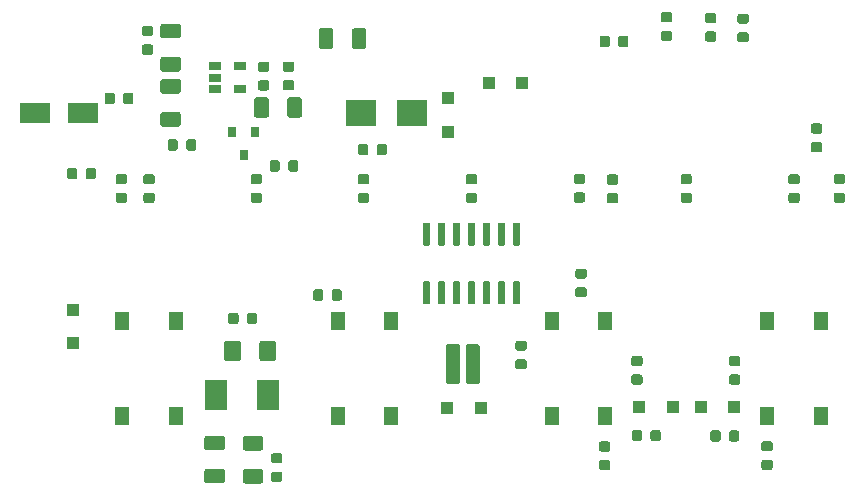
<source format=gbr>
G04 #@! TF.GenerationSoftware,KiCad,Pcbnew,(5.1.5)-3*
G04 #@! TF.CreationDate,2020-07-17T17:22:00-07:00*
G04 #@! TF.ProjectId,4-mill-vent,342d6d69-6c6c-42d7-9665-6e742e6b6963,rev?*
G04 #@! TF.SameCoordinates,Original*
G04 #@! TF.FileFunction,Paste,Top*
G04 #@! TF.FilePolarity,Positive*
%FSLAX46Y46*%
G04 Gerber Fmt 4.6, Leading zero omitted, Abs format (unit mm)*
G04 Created by KiCad (PCBNEW (5.1.5)-3) date 2020-07-17 17:22:00*
%MOMM*%
%LPD*%
G04 APERTURE LIST*
%ADD10C,0.100000*%
%ADD11R,1.100000X1.100000*%
%ADD12R,1.300000X1.550000*%
%ADD13R,0.800000X0.900000*%
%ADD14R,2.500000X2.300000*%
%ADD15R,2.500000X1.800000*%
%ADD16R,1.900000X2.500000*%
%ADD17R,1.060000X0.650000*%
G04 APERTURE END LIST*
D10*
G36*
X149375691Y-93823053D02*
G01*
X149396926Y-93826203D01*
X149417750Y-93831419D01*
X149437962Y-93838651D01*
X149457368Y-93847830D01*
X149475781Y-93858866D01*
X149493024Y-93871654D01*
X149508930Y-93886070D01*
X149523346Y-93901976D01*
X149536134Y-93919219D01*
X149547170Y-93937632D01*
X149556349Y-93957038D01*
X149563581Y-93977250D01*
X149568797Y-93998074D01*
X149571947Y-94019309D01*
X149573000Y-94040750D01*
X149573000Y-94478250D01*
X149571947Y-94499691D01*
X149568797Y-94520926D01*
X149563581Y-94541750D01*
X149556349Y-94561962D01*
X149547170Y-94581368D01*
X149536134Y-94599781D01*
X149523346Y-94617024D01*
X149508930Y-94632930D01*
X149493024Y-94647346D01*
X149475781Y-94660134D01*
X149457368Y-94671170D01*
X149437962Y-94680349D01*
X149417750Y-94687581D01*
X149396926Y-94692797D01*
X149375691Y-94695947D01*
X149354250Y-94697000D01*
X148841750Y-94697000D01*
X148820309Y-94695947D01*
X148799074Y-94692797D01*
X148778250Y-94687581D01*
X148758038Y-94680349D01*
X148738632Y-94671170D01*
X148720219Y-94660134D01*
X148702976Y-94647346D01*
X148687070Y-94632930D01*
X148672654Y-94617024D01*
X148659866Y-94599781D01*
X148648830Y-94581368D01*
X148639651Y-94561962D01*
X148632419Y-94541750D01*
X148627203Y-94520926D01*
X148624053Y-94499691D01*
X148623000Y-94478250D01*
X148623000Y-94040750D01*
X148624053Y-94019309D01*
X148627203Y-93998074D01*
X148632419Y-93977250D01*
X148639651Y-93957038D01*
X148648830Y-93937632D01*
X148659866Y-93919219D01*
X148672654Y-93901976D01*
X148687070Y-93886070D01*
X148702976Y-93871654D01*
X148720219Y-93858866D01*
X148738632Y-93847830D01*
X148758038Y-93838651D01*
X148778250Y-93831419D01*
X148799074Y-93826203D01*
X148820309Y-93823053D01*
X148841750Y-93822000D01*
X149354250Y-93822000D01*
X149375691Y-93823053D01*
G37*
G36*
X149375691Y-92248053D02*
G01*
X149396926Y-92251203D01*
X149417750Y-92256419D01*
X149437962Y-92263651D01*
X149457368Y-92272830D01*
X149475781Y-92283866D01*
X149493024Y-92296654D01*
X149508930Y-92311070D01*
X149523346Y-92326976D01*
X149536134Y-92344219D01*
X149547170Y-92362632D01*
X149556349Y-92382038D01*
X149563581Y-92402250D01*
X149568797Y-92423074D01*
X149571947Y-92444309D01*
X149573000Y-92465750D01*
X149573000Y-92903250D01*
X149571947Y-92924691D01*
X149568797Y-92945926D01*
X149563581Y-92966750D01*
X149556349Y-92986962D01*
X149547170Y-93006368D01*
X149536134Y-93024781D01*
X149523346Y-93042024D01*
X149508930Y-93057930D01*
X149493024Y-93072346D01*
X149475781Y-93085134D01*
X149457368Y-93096170D01*
X149437962Y-93105349D01*
X149417750Y-93112581D01*
X149396926Y-93117797D01*
X149375691Y-93120947D01*
X149354250Y-93122000D01*
X148841750Y-93122000D01*
X148820309Y-93120947D01*
X148799074Y-93117797D01*
X148778250Y-93112581D01*
X148758038Y-93105349D01*
X148738632Y-93096170D01*
X148720219Y-93085134D01*
X148702976Y-93072346D01*
X148687070Y-93057930D01*
X148672654Y-93042024D01*
X148659866Y-93024781D01*
X148648830Y-93006368D01*
X148639651Y-92986962D01*
X148632419Y-92966750D01*
X148627203Y-92945926D01*
X148624053Y-92924691D01*
X148623000Y-92903250D01*
X148623000Y-92465750D01*
X148624053Y-92444309D01*
X148627203Y-92423074D01*
X148632419Y-92402250D01*
X148639651Y-92382038D01*
X148648830Y-92362632D01*
X148659866Y-92344219D01*
X148672654Y-92326976D01*
X148687070Y-92311070D01*
X148702976Y-92296654D01*
X148720219Y-92283866D01*
X148738632Y-92272830D01*
X148758038Y-92263651D01*
X148778250Y-92256419D01*
X148799074Y-92251203D01*
X148820309Y-92248053D01*
X148841750Y-92247000D01*
X149354250Y-92247000D01*
X149375691Y-92248053D01*
G37*
G36*
X140301004Y-98631204D02*
G01*
X140325273Y-98634804D01*
X140349071Y-98640765D01*
X140372171Y-98649030D01*
X140394349Y-98659520D01*
X140415393Y-98672133D01*
X140435098Y-98686747D01*
X140453277Y-98703223D01*
X140469753Y-98721402D01*
X140484367Y-98741107D01*
X140496980Y-98762151D01*
X140507470Y-98784329D01*
X140515735Y-98807429D01*
X140521696Y-98831227D01*
X140525296Y-98855496D01*
X140526500Y-98880000D01*
X140526500Y-101780000D01*
X140525296Y-101804504D01*
X140521696Y-101828773D01*
X140515735Y-101852571D01*
X140507470Y-101875671D01*
X140496980Y-101897849D01*
X140484367Y-101918893D01*
X140469753Y-101938598D01*
X140453277Y-101956777D01*
X140435098Y-101973253D01*
X140415393Y-101987867D01*
X140394349Y-102000480D01*
X140372171Y-102010970D01*
X140349071Y-102019235D01*
X140325273Y-102025196D01*
X140301004Y-102028796D01*
X140276500Y-102030000D01*
X139601500Y-102030000D01*
X139576996Y-102028796D01*
X139552727Y-102025196D01*
X139528929Y-102019235D01*
X139505829Y-102010970D01*
X139483651Y-102000480D01*
X139462607Y-101987867D01*
X139442902Y-101973253D01*
X139424723Y-101956777D01*
X139408247Y-101938598D01*
X139393633Y-101918893D01*
X139381020Y-101897849D01*
X139370530Y-101875671D01*
X139362265Y-101852571D01*
X139356304Y-101828773D01*
X139352704Y-101804504D01*
X139351500Y-101780000D01*
X139351500Y-98880000D01*
X139352704Y-98855496D01*
X139356304Y-98831227D01*
X139362265Y-98807429D01*
X139370530Y-98784329D01*
X139381020Y-98762151D01*
X139393633Y-98741107D01*
X139408247Y-98721402D01*
X139424723Y-98703223D01*
X139442902Y-98686747D01*
X139462607Y-98672133D01*
X139483651Y-98659520D01*
X139505829Y-98649030D01*
X139528929Y-98640765D01*
X139552727Y-98634804D01*
X139576996Y-98631204D01*
X139601500Y-98630000D01*
X140276500Y-98630000D01*
X140301004Y-98631204D01*
G37*
G36*
X138626004Y-98631204D02*
G01*
X138650273Y-98634804D01*
X138674071Y-98640765D01*
X138697171Y-98649030D01*
X138719349Y-98659520D01*
X138740393Y-98672133D01*
X138760098Y-98686747D01*
X138778277Y-98703223D01*
X138794753Y-98721402D01*
X138809367Y-98741107D01*
X138821980Y-98762151D01*
X138832470Y-98784329D01*
X138840735Y-98807429D01*
X138846696Y-98831227D01*
X138850296Y-98855496D01*
X138851500Y-98880000D01*
X138851500Y-101780000D01*
X138850296Y-101804504D01*
X138846696Y-101828773D01*
X138840735Y-101852571D01*
X138832470Y-101875671D01*
X138821980Y-101897849D01*
X138809367Y-101918893D01*
X138794753Y-101938598D01*
X138778277Y-101956777D01*
X138760098Y-101973253D01*
X138740393Y-101987867D01*
X138719349Y-102000480D01*
X138697171Y-102010970D01*
X138674071Y-102019235D01*
X138650273Y-102025196D01*
X138626004Y-102028796D01*
X138601500Y-102030000D01*
X137926500Y-102030000D01*
X137901996Y-102028796D01*
X137877727Y-102025196D01*
X137853929Y-102019235D01*
X137830829Y-102010970D01*
X137808651Y-102000480D01*
X137787607Y-101987867D01*
X137767902Y-101973253D01*
X137749723Y-101956777D01*
X137733247Y-101938598D01*
X137718633Y-101918893D01*
X137706020Y-101897849D01*
X137695530Y-101875671D01*
X137687265Y-101852571D01*
X137681304Y-101828773D01*
X137677704Y-101804504D01*
X137676500Y-101780000D01*
X137676500Y-98880000D01*
X137677704Y-98855496D01*
X137681304Y-98831227D01*
X137687265Y-98807429D01*
X137695530Y-98784329D01*
X137706020Y-98762151D01*
X137718633Y-98741107D01*
X137733247Y-98721402D01*
X137749723Y-98703223D01*
X137767902Y-98686747D01*
X137787607Y-98672133D01*
X137808651Y-98659520D01*
X137830829Y-98649030D01*
X137853929Y-98640765D01*
X137877727Y-98634804D01*
X137901996Y-98631204D01*
X137926500Y-98630000D01*
X138601500Y-98630000D01*
X138626004Y-98631204D01*
G37*
D11*
X137795000Y-80651000D03*
X137795000Y-77851000D03*
X106045000Y-98555000D03*
X106045000Y-95755000D03*
X162058000Y-104013000D03*
X159258000Y-104013000D03*
X154045000Y-104013000D03*
X156845000Y-104013000D03*
X137792000Y-104038400D03*
X140592000Y-104038400D03*
X141332800Y-76566500D03*
X144132800Y-76566500D03*
D10*
G36*
X130707504Y-71897204D02*
G01*
X130731773Y-71900804D01*
X130755571Y-71906765D01*
X130778671Y-71915030D01*
X130800849Y-71925520D01*
X130821893Y-71938133D01*
X130841598Y-71952747D01*
X130859777Y-71969223D01*
X130876253Y-71987402D01*
X130890867Y-72007107D01*
X130903480Y-72028151D01*
X130913970Y-72050329D01*
X130922235Y-72073429D01*
X130928196Y-72097227D01*
X130931796Y-72121496D01*
X130933000Y-72146000D01*
X130933000Y-73396000D01*
X130931796Y-73420504D01*
X130928196Y-73444773D01*
X130922235Y-73468571D01*
X130913970Y-73491671D01*
X130903480Y-73513849D01*
X130890867Y-73534893D01*
X130876253Y-73554598D01*
X130859777Y-73572777D01*
X130841598Y-73589253D01*
X130821893Y-73603867D01*
X130800849Y-73616480D01*
X130778671Y-73626970D01*
X130755571Y-73635235D01*
X130731773Y-73641196D01*
X130707504Y-73644796D01*
X130683000Y-73646000D01*
X129933000Y-73646000D01*
X129908496Y-73644796D01*
X129884227Y-73641196D01*
X129860429Y-73635235D01*
X129837329Y-73626970D01*
X129815151Y-73616480D01*
X129794107Y-73603867D01*
X129774402Y-73589253D01*
X129756223Y-73572777D01*
X129739747Y-73554598D01*
X129725133Y-73534893D01*
X129712520Y-73513849D01*
X129702030Y-73491671D01*
X129693765Y-73468571D01*
X129687804Y-73444773D01*
X129684204Y-73420504D01*
X129683000Y-73396000D01*
X129683000Y-72146000D01*
X129684204Y-72121496D01*
X129687804Y-72097227D01*
X129693765Y-72073429D01*
X129702030Y-72050329D01*
X129712520Y-72028151D01*
X129725133Y-72007107D01*
X129739747Y-71987402D01*
X129756223Y-71969223D01*
X129774402Y-71952747D01*
X129794107Y-71938133D01*
X129815151Y-71925520D01*
X129837329Y-71915030D01*
X129860429Y-71906765D01*
X129884227Y-71900804D01*
X129908496Y-71897204D01*
X129933000Y-71896000D01*
X130683000Y-71896000D01*
X130707504Y-71897204D01*
G37*
G36*
X127907504Y-71897204D02*
G01*
X127931773Y-71900804D01*
X127955571Y-71906765D01*
X127978671Y-71915030D01*
X128000849Y-71925520D01*
X128021893Y-71938133D01*
X128041598Y-71952747D01*
X128059777Y-71969223D01*
X128076253Y-71987402D01*
X128090867Y-72007107D01*
X128103480Y-72028151D01*
X128113970Y-72050329D01*
X128122235Y-72073429D01*
X128128196Y-72097227D01*
X128131796Y-72121496D01*
X128133000Y-72146000D01*
X128133000Y-73396000D01*
X128131796Y-73420504D01*
X128128196Y-73444773D01*
X128122235Y-73468571D01*
X128113970Y-73491671D01*
X128103480Y-73513849D01*
X128090867Y-73534893D01*
X128076253Y-73554598D01*
X128059777Y-73572777D01*
X128041598Y-73589253D01*
X128021893Y-73603867D01*
X128000849Y-73616480D01*
X127978671Y-73626970D01*
X127955571Y-73635235D01*
X127931773Y-73641196D01*
X127907504Y-73644796D01*
X127883000Y-73646000D01*
X127133000Y-73646000D01*
X127108496Y-73644796D01*
X127084227Y-73641196D01*
X127060429Y-73635235D01*
X127037329Y-73626970D01*
X127015151Y-73616480D01*
X126994107Y-73603867D01*
X126974402Y-73589253D01*
X126956223Y-73572777D01*
X126939747Y-73554598D01*
X126925133Y-73534893D01*
X126912520Y-73513849D01*
X126902030Y-73491671D01*
X126893765Y-73468571D01*
X126887804Y-73444773D01*
X126884204Y-73420504D01*
X126883000Y-73396000D01*
X126883000Y-72146000D01*
X126884204Y-72121496D01*
X126887804Y-72097227D01*
X126893765Y-72073429D01*
X126902030Y-72050329D01*
X126912520Y-72028151D01*
X126925133Y-72007107D01*
X126939747Y-71987402D01*
X126956223Y-71969223D01*
X126974402Y-71952747D01*
X126994107Y-71938133D01*
X127015151Y-71925520D01*
X127037329Y-71915030D01*
X127060429Y-71906765D01*
X127084227Y-71900804D01*
X127108496Y-71897204D01*
X127133000Y-71896000D01*
X127883000Y-71896000D01*
X127907504Y-71897204D01*
G37*
G36*
X114768691Y-81314053D02*
G01*
X114789926Y-81317203D01*
X114810750Y-81322419D01*
X114830962Y-81329651D01*
X114850368Y-81338830D01*
X114868781Y-81349866D01*
X114886024Y-81362654D01*
X114901930Y-81377070D01*
X114916346Y-81392976D01*
X114929134Y-81410219D01*
X114940170Y-81428632D01*
X114949349Y-81448038D01*
X114956581Y-81468250D01*
X114961797Y-81489074D01*
X114964947Y-81510309D01*
X114966000Y-81531750D01*
X114966000Y-82044250D01*
X114964947Y-82065691D01*
X114961797Y-82086926D01*
X114956581Y-82107750D01*
X114949349Y-82127962D01*
X114940170Y-82147368D01*
X114929134Y-82165781D01*
X114916346Y-82183024D01*
X114901930Y-82198930D01*
X114886024Y-82213346D01*
X114868781Y-82226134D01*
X114850368Y-82237170D01*
X114830962Y-82246349D01*
X114810750Y-82253581D01*
X114789926Y-82258797D01*
X114768691Y-82261947D01*
X114747250Y-82263000D01*
X114309750Y-82263000D01*
X114288309Y-82261947D01*
X114267074Y-82258797D01*
X114246250Y-82253581D01*
X114226038Y-82246349D01*
X114206632Y-82237170D01*
X114188219Y-82226134D01*
X114170976Y-82213346D01*
X114155070Y-82198930D01*
X114140654Y-82183024D01*
X114127866Y-82165781D01*
X114116830Y-82147368D01*
X114107651Y-82127962D01*
X114100419Y-82107750D01*
X114095203Y-82086926D01*
X114092053Y-82065691D01*
X114091000Y-82044250D01*
X114091000Y-81531750D01*
X114092053Y-81510309D01*
X114095203Y-81489074D01*
X114100419Y-81468250D01*
X114107651Y-81448038D01*
X114116830Y-81428632D01*
X114127866Y-81410219D01*
X114140654Y-81392976D01*
X114155070Y-81377070D01*
X114170976Y-81362654D01*
X114188219Y-81349866D01*
X114206632Y-81338830D01*
X114226038Y-81329651D01*
X114246250Y-81322419D01*
X114267074Y-81317203D01*
X114288309Y-81314053D01*
X114309750Y-81313000D01*
X114747250Y-81313000D01*
X114768691Y-81314053D01*
G37*
G36*
X116343691Y-81314053D02*
G01*
X116364926Y-81317203D01*
X116385750Y-81322419D01*
X116405962Y-81329651D01*
X116425368Y-81338830D01*
X116443781Y-81349866D01*
X116461024Y-81362654D01*
X116476930Y-81377070D01*
X116491346Y-81392976D01*
X116504134Y-81410219D01*
X116515170Y-81428632D01*
X116524349Y-81448038D01*
X116531581Y-81468250D01*
X116536797Y-81489074D01*
X116539947Y-81510309D01*
X116541000Y-81531750D01*
X116541000Y-82044250D01*
X116539947Y-82065691D01*
X116536797Y-82086926D01*
X116531581Y-82107750D01*
X116524349Y-82127962D01*
X116515170Y-82147368D01*
X116504134Y-82165781D01*
X116491346Y-82183024D01*
X116476930Y-82198930D01*
X116461024Y-82213346D01*
X116443781Y-82226134D01*
X116425368Y-82237170D01*
X116405962Y-82246349D01*
X116385750Y-82253581D01*
X116364926Y-82258797D01*
X116343691Y-82261947D01*
X116322250Y-82263000D01*
X115884750Y-82263000D01*
X115863309Y-82261947D01*
X115842074Y-82258797D01*
X115821250Y-82253581D01*
X115801038Y-82246349D01*
X115781632Y-82237170D01*
X115763219Y-82226134D01*
X115745976Y-82213346D01*
X115730070Y-82198930D01*
X115715654Y-82183024D01*
X115702866Y-82165781D01*
X115691830Y-82147368D01*
X115682651Y-82127962D01*
X115675419Y-82107750D01*
X115670203Y-82086926D01*
X115667053Y-82065691D01*
X115666000Y-82044250D01*
X115666000Y-81531750D01*
X115667053Y-81510309D01*
X115670203Y-81489074D01*
X115675419Y-81468250D01*
X115682651Y-81448038D01*
X115691830Y-81428632D01*
X115702866Y-81410219D01*
X115715654Y-81392976D01*
X115730070Y-81377070D01*
X115745976Y-81362654D01*
X115763219Y-81349866D01*
X115781632Y-81338830D01*
X115801038Y-81329651D01*
X115821250Y-81322419D01*
X115842074Y-81317203D01*
X115863309Y-81314053D01*
X115884750Y-81313000D01*
X116322250Y-81313000D01*
X116343691Y-81314053D01*
G37*
D12*
X114772000Y-96731000D03*
X110272000Y-96731000D03*
X110272000Y-104691000D03*
X114772000Y-104691000D03*
X128482000Y-104691000D03*
X132982000Y-104691000D03*
X132982000Y-96731000D03*
X128482000Y-96731000D03*
D10*
G36*
X106259691Y-83727053D02*
G01*
X106280926Y-83730203D01*
X106301750Y-83735419D01*
X106321962Y-83742651D01*
X106341368Y-83751830D01*
X106359781Y-83762866D01*
X106377024Y-83775654D01*
X106392930Y-83790070D01*
X106407346Y-83805976D01*
X106420134Y-83823219D01*
X106431170Y-83841632D01*
X106440349Y-83861038D01*
X106447581Y-83881250D01*
X106452797Y-83902074D01*
X106455947Y-83923309D01*
X106457000Y-83944750D01*
X106457000Y-84457250D01*
X106455947Y-84478691D01*
X106452797Y-84499926D01*
X106447581Y-84520750D01*
X106440349Y-84540962D01*
X106431170Y-84560368D01*
X106420134Y-84578781D01*
X106407346Y-84596024D01*
X106392930Y-84611930D01*
X106377024Y-84626346D01*
X106359781Y-84639134D01*
X106341368Y-84650170D01*
X106321962Y-84659349D01*
X106301750Y-84666581D01*
X106280926Y-84671797D01*
X106259691Y-84674947D01*
X106238250Y-84676000D01*
X105800750Y-84676000D01*
X105779309Y-84674947D01*
X105758074Y-84671797D01*
X105737250Y-84666581D01*
X105717038Y-84659349D01*
X105697632Y-84650170D01*
X105679219Y-84639134D01*
X105661976Y-84626346D01*
X105646070Y-84611930D01*
X105631654Y-84596024D01*
X105618866Y-84578781D01*
X105607830Y-84560368D01*
X105598651Y-84540962D01*
X105591419Y-84520750D01*
X105586203Y-84499926D01*
X105583053Y-84478691D01*
X105582000Y-84457250D01*
X105582000Y-83944750D01*
X105583053Y-83923309D01*
X105586203Y-83902074D01*
X105591419Y-83881250D01*
X105598651Y-83861038D01*
X105607830Y-83841632D01*
X105618866Y-83823219D01*
X105631654Y-83805976D01*
X105646070Y-83790070D01*
X105661976Y-83775654D01*
X105679219Y-83762866D01*
X105697632Y-83751830D01*
X105717038Y-83742651D01*
X105737250Y-83735419D01*
X105758074Y-83730203D01*
X105779309Y-83727053D01*
X105800750Y-83726000D01*
X106238250Y-83726000D01*
X106259691Y-83727053D01*
G37*
G36*
X107834691Y-83727053D02*
G01*
X107855926Y-83730203D01*
X107876750Y-83735419D01*
X107896962Y-83742651D01*
X107916368Y-83751830D01*
X107934781Y-83762866D01*
X107952024Y-83775654D01*
X107967930Y-83790070D01*
X107982346Y-83805976D01*
X107995134Y-83823219D01*
X108006170Y-83841632D01*
X108015349Y-83861038D01*
X108022581Y-83881250D01*
X108027797Y-83902074D01*
X108030947Y-83923309D01*
X108032000Y-83944750D01*
X108032000Y-84457250D01*
X108030947Y-84478691D01*
X108027797Y-84499926D01*
X108022581Y-84520750D01*
X108015349Y-84540962D01*
X108006170Y-84560368D01*
X107995134Y-84578781D01*
X107982346Y-84596024D01*
X107967930Y-84611930D01*
X107952024Y-84626346D01*
X107934781Y-84639134D01*
X107916368Y-84650170D01*
X107896962Y-84659349D01*
X107876750Y-84666581D01*
X107855926Y-84671797D01*
X107834691Y-84674947D01*
X107813250Y-84676000D01*
X107375750Y-84676000D01*
X107354309Y-84674947D01*
X107333074Y-84671797D01*
X107312250Y-84666581D01*
X107292038Y-84659349D01*
X107272632Y-84650170D01*
X107254219Y-84639134D01*
X107236976Y-84626346D01*
X107221070Y-84611930D01*
X107206654Y-84596024D01*
X107193866Y-84578781D01*
X107182830Y-84560368D01*
X107173651Y-84540962D01*
X107166419Y-84520750D01*
X107161203Y-84499926D01*
X107158053Y-84478691D01*
X107157000Y-84457250D01*
X107157000Y-83944750D01*
X107158053Y-83923309D01*
X107161203Y-83902074D01*
X107166419Y-83881250D01*
X107173651Y-83861038D01*
X107182830Y-83841632D01*
X107193866Y-83823219D01*
X107206654Y-83805976D01*
X107221070Y-83790070D01*
X107236976Y-83775654D01*
X107254219Y-83762866D01*
X107272632Y-83751830D01*
X107292038Y-83742651D01*
X107312250Y-83735419D01*
X107333074Y-83730203D01*
X107354309Y-83727053D01*
X107375750Y-83726000D01*
X107813250Y-83726000D01*
X107834691Y-83727053D01*
G37*
G36*
X132472691Y-81695053D02*
G01*
X132493926Y-81698203D01*
X132514750Y-81703419D01*
X132534962Y-81710651D01*
X132554368Y-81719830D01*
X132572781Y-81730866D01*
X132590024Y-81743654D01*
X132605930Y-81758070D01*
X132620346Y-81773976D01*
X132633134Y-81791219D01*
X132644170Y-81809632D01*
X132653349Y-81829038D01*
X132660581Y-81849250D01*
X132665797Y-81870074D01*
X132668947Y-81891309D01*
X132670000Y-81912750D01*
X132670000Y-82425250D01*
X132668947Y-82446691D01*
X132665797Y-82467926D01*
X132660581Y-82488750D01*
X132653349Y-82508962D01*
X132644170Y-82528368D01*
X132633134Y-82546781D01*
X132620346Y-82564024D01*
X132605930Y-82579930D01*
X132590024Y-82594346D01*
X132572781Y-82607134D01*
X132554368Y-82618170D01*
X132534962Y-82627349D01*
X132514750Y-82634581D01*
X132493926Y-82639797D01*
X132472691Y-82642947D01*
X132451250Y-82644000D01*
X132013750Y-82644000D01*
X131992309Y-82642947D01*
X131971074Y-82639797D01*
X131950250Y-82634581D01*
X131930038Y-82627349D01*
X131910632Y-82618170D01*
X131892219Y-82607134D01*
X131874976Y-82594346D01*
X131859070Y-82579930D01*
X131844654Y-82564024D01*
X131831866Y-82546781D01*
X131820830Y-82528368D01*
X131811651Y-82508962D01*
X131804419Y-82488750D01*
X131799203Y-82467926D01*
X131796053Y-82446691D01*
X131795000Y-82425250D01*
X131795000Y-81912750D01*
X131796053Y-81891309D01*
X131799203Y-81870074D01*
X131804419Y-81849250D01*
X131811651Y-81829038D01*
X131820830Y-81809632D01*
X131831866Y-81791219D01*
X131844654Y-81773976D01*
X131859070Y-81758070D01*
X131874976Y-81743654D01*
X131892219Y-81730866D01*
X131910632Y-81719830D01*
X131930038Y-81710651D01*
X131950250Y-81703419D01*
X131971074Y-81698203D01*
X131992309Y-81695053D01*
X132013750Y-81694000D01*
X132451250Y-81694000D01*
X132472691Y-81695053D01*
G37*
G36*
X130897691Y-81695053D02*
G01*
X130918926Y-81698203D01*
X130939750Y-81703419D01*
X130959962Y-81710651D01*
X130979368Y-81719830D01*
X130997781Y-81730866D01*
X131015024Y-81743654D01*
X131030930Y-81758070D01*
X131045346Y-81773976D01*
X131058134Y-81791219D01*
X131069170Y-81809632D01*
X131078349Y-81829038D01*
X131085581Y-81849250D01*
X131090797Y-81870074D01*
X131093947Y-81891309D01*
X131095000Y-81912750D01*
X131095000Y-82425250D01*
X131093947Y-82446691D01*
X131090797Y-82467926D01*
X131085581Y-82488750D01*
X131078349Y-82508962D01*
X131069170Y-82528368D01*
X131058134Y-82546781D01*
X131045346Y-82564024D01*
X131030930Y-82579930D01*
X131015024Y-82594346D01*
X130997781Y-82607134D01*
X130979368Y-82618170D01*
X130959962Y-82627349D01*
X130939750Y-82634581D01*
X130918926Y-82639797D01*
X130897691Y-82642947D01*
X130876250Y-82644000D01*
X130438750Y-82644000D01*
X130417309Y-82642947D01*
X130396074Y-82639797D01*
X130375250Y-82634581D01*
X130355038Y-82627349D01*
X130335632Y-82618170D01*
X130317219Y-82607134D01*
X130299976Y-82594346D01*
X130284070Y-82579930D01*
X130269654Y-82564024D01*
X130256866Y-82546781D01*
X130245830Y-82528368D01*
X130236651Y-82508962D01*
X130229419Y-82488750D01*
X130224203Y-82467926D01*
X130221053Y-82446691D01*
X130220000Y-82425250D01*
X130220000Y-81912750D01*
X130221053Y-81891309D01*
X130224203Y-81870074D01*
X130229419Y-81849250D01*
X130236651Y-81829038D01*
X130245830Y-81809632D01*
X130256866Y-81791219D01*
X130269654Y-81773976D01*
X130284070Y-81758070D01*
X130299976Y-81743654D01*
X130317219Y-81730866D01*
X130335632Y-81719830D01*
X130355038Y-81710651D01*
X130375250Y-81703419D01*
X130396074Y-81698203D01*
X130417309Y-81695053D01*
X130438750Y-81694000D01*
X130876250Y-81694000D01*
X130897691Y-81695053D01*
G37*
G36*
X127087691Y-94014053D02*
G01*
X127108926Y-94017203D01*
X127129750Y-94022419D01*
X127149962Y-94029651D01*
X127169368Y-94038830D01*
X127187781Y-94049866D01*
X127205024Y-94062654D01*
X127220930Y-94077070D01*
X127235346Y-94092976D01*
X127248134Y-94110219D01*
X127259170Y-94128632D01*
X127268349Y-94148038D01*
X127275581Y-94168250D01*
X127280797Y-94189074D01*
X127283947Y-94210309D01*
X127285000Y-94231750D01*
X127285000Y-94744250D01*
X127283947Y-94765691D01*
X127280797Y-94786926D01*
X127275581Y-94807750D01*
X127268349Y-94827962D01*
X127259170Y-94847368D01*
X127248134Y-94865781D01*
X127235346Y-94883024D01*
X127220930Y-94898930D01*
X127205024Y-94913346D01*
X127187781Y-94926134D01*
X127169368Y-94937170D01*
X127149962Y-94946349D01*
X127129750Y-94953581D01*
X127108926Y-94958797D01*
X127087691Y-94961947D01*
X127066250Y-94963000D01*
X126628750Y-94963000D01*
X126607309Y-94961947D01*
X126586074Y-94958797D01*
X126565250Y-94953581D01*
X126545038Y-94946349D01*
X126525632Y-94937170D01*
X126507219Y-94926134D01*
X126489976Y-94913346D01*
X126474070Y-94898930D01*
X126459654Y-94883024D01*
X126446866Y-94865781D01*
X126435830Y-94847368D01*
X126426651Y-94827962D01*
X126419419Y-94807750D01*
X126414203Y-94786926D01*
X126411053Y-94765691D01*
X126410000Y-94744250D01*
X126410000Y-94231750D01*
X126411053Y-94210309D01*
X126414203Y-94189074D01*
X126419419Y-94168250D01*
X126426651Y-94148038D01*
X126435830Y-94128632D01*
X126446866Y-94110219D01*
X126459654Y-94092976D01*
X126474070Y-94077070D01*
X126489976Y-94062654D01*
X126507219Y-94049866D01*
X126525632Y-94038830D01*
X126545038Y-94029651D01*
X126565250Y-94022419D01*
X126586074Y-94017203D01*
X126607309Y-94014053D01*
X126628750Y-94013000D01*
X127066250Y-94013000D01*
X127087691Y-94014053D01*
G37*
G36*
X128662691Y-94014053D02*
G01*
X128683926Y-94017203D01*
X128704750Y-94022419D01*
X128724962Y-94029651D01*
X128744368Y-94038830D01*
X128762781Y-94049866D01*
X128780024Y-94062654D01*
X128795930Y-94077070D01*
X128810346Y-94092976D01*
X128823134Y-94110219D01*
X128834170Y-94128632D01*
X128843349Y-94148038D01*
X128850581Y-94168250D01*
X128855797Y-94189074D01*
X128858947Y-94210309D01*
X128860000Y-94231750D01*
X128860000Y-94744250D01*
X128858947Y-94765691D01*
X128855797Y-94786926D01*
X128850581Y-94807750D01*
X128843349Y-94827962D01*
X128834170Y-94847368D01*
X128823134Y-94865781D01*
X128810346Y-94883024D01*
X128795930Y-94898930D01*
X128780024Y-94913346D01*
X128762781Y-94926134D01*
X128744368Y-94937170D01*
X128724962Y-94946349D01*
X128704750Y-94953581D01*
X128683926Y-94958797D01*
X128662691Y-94961947D01*
X128641250Y-94963000D01*
X128203750Y-94963000D01*
X128182309Y-94961947D01*
X128161074Y-94958797D01*
X128140250Y-94953581D01*
X128120038Y-94946349D01*
X128100632Y-94937170D01*
X128082219Y-94926134D01*
X128064976Y-94913346D01*
X128049070Y-94898930D01*
X128034654Y-94883024D01*
X128021866Y-94865781D01*
X128010830Y-94847368D01*
X128001651Y-94827962D01*
X127994419Y-94807750D01*
X127989203Y-94786926D01*
X127986053Y-94765691D01*
X127985000Y-94744250D01*
X127985000Y-94231750D01*
X127986053Y-94210309D01*
X127989203Y-94189074D01*
X127994419Y-94168250D01*
X128001651Y-94148038D01*
X128010830Y-94128632D01*
X128021866Y-94110219D01*
X128034654Y-94092976D01*
X128049070Y-94077070D01*
X128064976Y-94062654D01*
X128082219Y-94049866D01*
X128100632Y-94038830D01*
X128120038Y-94029651D01*
X128140250Y-94022419D01*
X128161074Y-94017203D01*
X128182309Y-94014053D01*
X128203750Y-94013000D01*
X128641250Y-94013000D01*
X128662691Y-94014053D01*
G37*
G36*
X123404691Y-83092053D02*
G01*
X123425926Y-83095203D01*
X123446750Y-83100419D01*
X123466962Y-83107651D01*
X123486368Y-83116830D01*
X123504781Y-83127866D01*
X123522024Y-83140654D01*
X123537930Y-83155070D01*
X123552346Y-83170976D01*
X123565134Y-83188219D01*
X123576170Y-83206632D01*
X123585349Y-83226038D01*
X123592581Y-83246250D01*
X123597797Y-83267074D01*
X123600947Y-83288309D01*
X123602000Y-83309750D01*
X123602000Y-83822250D01*
X123600947Y-83843691D01*
X123597797Y-83864926D01*
X123592581Y-83885750D01*
X123585349Y-83905962D01*
X123576170Y-83925368D01*
X123565134Y-83943781D01*
X123552346Y-83961024D01*
X123537930Y-83976930D01*
X123522024Y-83991346D01*
X123504781Y-84004134D01*
X123486368Y-84015170D01*
X123466962Y-84024349D01*
X123446750Y-84031581D01*
X123425926Y-84036797D01*
X123404691Y-84039947D01*
X123383250Y-84041000D01*
X122945750Y-84041000D01*
X122924309Y-84039947D01*
X122903074Y-84036797D01*
X122882250Y-84031581D01*
X122862038Y-84024349D01*
X122842632Y-84015170D01*
X122824219Y-84004134D01*
X122806976Y-83991346D01*
X122791070Y-83976930D01*
X122776654Y-83961024D01*
X122763866Y-83943781D01*
X122752830Y-83925368D01*
X122743651Y-83905962D01*
X122736419Y-83885750D01*
X122731203Y-83864926D01*
X122728053Y-83843691D01*
X122727000Y-83822250D01*
X122727000Y-83309750D01*
X122728053Y-83288309D01*
X122731203Y-83267074D01*
X122736419Y-83246250D01*
X122743651Y-83226038D01*
X122752830Y-83206632D01*
X122763866Y-83188219D01*
X122776654Y-83170976D01*
X122791070Y-83155070D01*
X122806976Y-83140654D01*
X122824219Y-83127866D01*
X122842632Y-83116830D01*
X122862038Y-83107651D01*
X122882250Y-83100419D01*
X122903074Y-83095203D01*
X122924309Y-83092053D01*
X122945750Y-83091000D01*
X123383250Y-83091000D01*
X123404691Y-83092053D01*
G37*
G36*
X124979691Y-83092053D02*
G01*
X125000926Y-83095203D01*
X125021750Y-83100419D01*
X125041962Y-83107651D01*
X125061368Y-83116830D01*
X125079781Y-83127866D01*
X125097024Y-83140654D01*
X125112930Y-83155070D01*
X125127346Y-83170976D01*
X125140134Y-83188219D01*
X125151170Y-83206632D01*
X125160349Y-83226038D01*
X125167581Y-83246250D01*
X125172797Y-83267074D01*
X125175947Y-83288309D01*
X125177000Y-83309750D01*
X125177000Y-83822250D01*
X125175947Y-83843691D01*
X125172797Y-83864926D01*
X125167581Y-83885750D01*
X125160349Y-83905962D01*
X125151170Y-83925368D01*
X125140134Y-83943781D01*
X125127346Y-83961024D01*
X125112930Y-83976930D01*
X125097024Y-83991346D01*
X125079781Y-84004134D01*
X125061368Y-84015170D01*
X125041962Y-84024349D01*
X125021750Y-84031581D01*
X125000926Y-84036797D01*
X124979691Y-84039947D01*
X124958250Y-84041000D01*
X124520750Y-84041000D01*
X124499309Y-84039947D01*
X124478074Y-84036797D01*
X124457250Y-84031581D01*
X124437038Y-84024349D01*
X124417632Y-84015170D01*
X124399219Y-84004134D01*
X124381976Y-83991346D01*
X124366070Y-83976930D01*
X124351654Y-83961024D01*
X124338866Y-83943781D01*
X124327830Y-83925368D01*
X124318651Y-83905962D01*
X124311419Y-83885750D01*
X124306203Y-83864926D01*
X124303053Y-83843691D01*
X124302000Y-83822250D01*
X124302000Y-83309750D01*
X124303053Y-83288309D01*
X124306203Y-83267074D01*
X124311419Y-83246250D01*
X124318651Y-83226038D01*
X124327830Y-83206632D01*
X124338866Y-83188219D01*
X124351654Y-83170976D01*
X124366070Y-83155070D01*
X124381976Y-83140654D01*
X124399219Y-83127866D01*
X124417632Y-83116830D01*
X124437038Y-83107651D01*
X124457250Y-83100419D01*
X124478074Y-83095203D01*
X124499309Y-83092053D01*
X124520750Y-83091000D01*
X124958250Y-83091000D01*
X124979691Y-83092053D01*
G37*
D13*
X120523000Y-82661000D03*
X119573000Y-80661000D03*
X121473000Y-80661000D03*
D14*
X134747000Y-79121000D03*
X130447000Y-79121000D03*
D10*
G36*
X124610691Y-76297053D02*
G01*
X124631926Y-76300203D01*
X124652750Y-76305419D01*
X124672962Y-76312651D01*
X124692368Y-76321830D01*
X124710781Y-76332866D01*
X124728024Y-76345654D01*
X124743930Y-76360070D01*
X124758346Y-76375976D01*
X124771134Y-76393219D01*
X124782170Y-76411632D01*
X124791349Y-76431038D01*
X124798581Y-76451250D01*
X124803797Y-76472074D01*
X124806947Y-76493309D01*
X124808000Y-76514750D01*
X124808000Y-76952250D01*
X124806947Y-76973691D01*
X124803797Y-76994926D01*
X124798581Y-77015750D01*
X124791349Y-77035962D01*
X124782170Y-77055368D01*
X124771134Y-77073781D01*
X124758346Y-77091024D01*
X124743930Y-77106930D01*
X124728024Y-77121346D01*
X124710781Y-77134134D01*
X124692368Y-77145170D01*
X124672962Y-77154349D01*
X124652750Y-77161581D01*
X124631926Y-77166797D01*
X124610691Y-77169947D01*
X124589250Y-77171000D01*
X124076750Y-77171000D01*
X124055309Y-77169947D01*
X124034074Y-77166797D01*
X124013250Y-77161581D01*
X123993038Y-77154349D01*
X123973632Y-77145170D01*
X123955219Y-77134134D01*
X123937976Y-77121346D01*
X123922070Y-77106930D01*
X123907654Y-77091024D01*
X123894866Y-77073781D01*
X123883830Y-77055368D01*
X123874651Y-77035962D01*
X123867419Y-77015750D01*
X123862203Y-76994926D01*
X123859053Y-76973691D01*
X123858000Y-76952250D01*
X123858000Y-76514750D01*
X123859053Y-76493309D01*
X123862203Y-76472074D01*
X123867419Y-76451250D01*
X123874651Y-76431038D01*
X123883830Y-76411632D01*
X123894866Y-76393219D01*
X123907654Y-76375976D01*
X123922070Y-76360070D01*
X123937976Y-76345654D01*
X123955219Y-76332866D01*
X123973632Y-76321830D01*
X123993038Y-76312651D01*
X124013250Y-76305419D01*
X124034074Y-76300203D01*
X124055309Y-76297053D01*
X124076750Y-76296000D01*
X124589250Y-76296000D01*
X124610691Y-76297053D01*
G37*
G36*
X124610691Y-74722053D02*
G01*
X124631926Y-74725203D01*
X124652750Y-74730419D01*
X124672962Y-74737651D01*
X124692368Y-74746830D01*
X124710781Y-74757866D01*
X124728024Y-74770654D01*
X124743930Y-74785070D01*
X124758346Y-74800976D01*
X124771134Y-74818219D01*
X124782170Y-74836632D01*
X124791349Y-74856038D01*
X124798581Y-74876250D01*
X124803797Y-74897074D01*
X124806947Y-74918309D01*
X124808000Y-74939750D01*
X124808000Y-75377250D01*
X124806947Y-75398691D01*
X124803797Y-75419926D01*
X124798581Y-75440750D01*
X124791349Y-75460962D01*
X124782170Y-75480368D01*
X124771134Y-75498781D01*
X124758346Y-75516024D01*
X124743930Y-75531930D01*
X124728024Y-75546346D01*
X124710781Y-75559134D01*
X124692368Y-75570170D01*
X124672962Y-75579349D01*
X124652750Y-75586581D01*
X124631926Y-75591797D01*
X124610691Y-75594947D01*
X124589250Y-75596000D01*
X124076750Y-75596000D01*
X124055309Y-75594947D01*
X124034074Y-75591797D01*
X124013250Y-75586581D01*
X123993038Y-75579349D01*
X123973632Y-75570170D01*
X123955219Y-75559134D01*
X123937976Y-75546346D01*
X123922070Y-75531930D01*
X123907654Y-75516024D01*
X123894866Y-75498781D01*
X123883830Y-75480368D01*
X123874651Y-75460962D01*
X123867419Y-75440750D01*
X123862203Y-75419926D01*
X123859053Y-75398691D01*
X123858000Y-75377250D01*
X123858000Y-74939750D01*
X123859053Y-74918309D01*
X123862203Y-74897074D01*
X123867419Y-74876250D01*
X123874651Y-74856038D01*
X123883830Y-74836632D01*
X123894866Y-74818219D01*
X123907654Y-74800976D01*
X123922070Y-74785070D01*
X123937976Y-74770654D01*
X123955219Y-74757866D01*
X123973632Y-74746830D01*
X123993038Y-74737651D01*
X124013250Y-74730419D01*
X124034074Y-74725203D01*
X124055309Y-74722053D01*
X124076750Y-74721000D01*
X124589250Y-74721000D01*
X124610691Y-74722053D01*
G37*
G36*
X125246504Y-77739204D02*
G01*
X125270773Y-77742804D01*
X125294571Y-77748765D01*
X125317671Y-77757030D01*
X125339849Y-77767520D01*
X125360893Y-77780133D01*
X125380598Y-77794747D01*
X125398777Y-77811223D01*
X125415253Y-77829402D01*
X125429867Y-77849107D01*
X125442480Y-77870151D01*
X125452970Y-77892329D01*
X125461235Y-77915429D01*
X125467196Y-77939227D01*
X125470796Y-77963496D01*
X125472000Y-77988000D01*
X125472000Y-79238000D01*
X125470796Y-79262504D01*
X125467196Y-79286773D01*
X125461235Y-79310571D01*
X125452970Y-79333671D01*
X125442480Y-79355849D01*
X125429867Y-79376893D01*
X125415253Y-79396598D01*
X125398777Y-79414777D01*
X125380598Y-79431253D01*
X125360893Y-79445867D01*
X125339849Y-79458480D01*
X125317671Y-79468970D01*
X125294571Y-79477235D01*
X125270773Y-79483196D01*
X125246504Y-79486796D01*
X125222000Y-79488000D01*
X124472000Y-79488000D01*
X124447496Y-79486796D01*
X124423227Y-79483196D01*
X124399429Y-79477235D01*
X124376329Y-79468970D01*
X124354151Y-79458480D01*
X124333107Y-79445867D01*
X124313402Y-79431253D01*
X124295223Y-79414777D01*
X124278747Y-79396598D01*
X124264133Y-79376893D01*
X124251520Y-79355849D01*
X124241030Y-79333671D01*
X124232765Y-79310571D01*
X124226804Y-79286773D01*
X124223204Y-79262504D01*
X124222000Y-79238000D01*
X124222000Y-77988000D01*
X124223204Y-77963496D01*
X124226804Y-77939227D01*
X124232765Y-77915429D01*
X124241030Y-77892329D01*
X124251520Y-77870151D01*
X124264133Y-77849107D01*
X124278747Y-77829402D01*
X124295223Y-77811223D01*
X124313402Y-77794747D01*
X124333107Y-77780133D01*
X124354151Y-77767520D01*
X124376329Y-77757030D01*
X124399429Y-77748765D01*
X124423227Y-77742804D01*
X124447496Y-77739204D01*
X124472000Y-77738000D01*
X125222000Y-77738000D01*
X125246504Y-77739204D01*
G37*
G36*
X122446504Y-77739204D02*
G01*
X122470773Y-77742804D01*
X122494571Y-77748765D01*
X122517671Y-77757030D01*
X122539849Y-77767520D01*
X122560893Y-77780133D01*
X122580598Y-77794747D01*
X122598777Y-77811223D01*
X122615253Y-77829402D01*
X122629867Y-77849107D01*
X122642480Y-77870151D01*
X122652970Y-77892329D01*
X122661235Y-77915429D01*
X122667196Y-77939227D01*
X122670796Y-77963496D01*
X122672000Y-77988000D01*
X122672000Y-79238000D01*
X122670796Y-79262504D01*
X122667196Y-79286773D01*
X122661235Y-79310571D01*
X122652970Y-79333671D01*
X122642480Y-79355849D01*
X122629867Y-79376893D01*
X122615253Y-79396598D01*
X122598777Y-79414777D01*
X122580598Y-79431253D01*
X122560893Y-79445867D01*
X122539849Y-79458480D01*
X122517671Y-79468970D01*
X122494571Y-79477235D01*
X122470773Y-79483196D01*
X122446504Y-79486796D01*
X122422000Y-79488000D01*
X121672000Y-79488000D01*
X121647496Y-79486796D01*
X121623227Y-79483196D01*
X121599429Y-79477235D01*
X121576329Y-79468970D01*
X121554151Y-79458480D01*
X121533107Y-79445867D01*
X121513402Y-79431253D01*
X121495223Y-79414777D01*
X121478747Y-79396598D01*
X121464133Y-79376893D01*
X121451520Y-79355849D01*
X121441030Y-79333671D01*
X121432765Y-79310571D01*
X121426804Y-79286773D01*
X121423204Y-79262504D01*
X121422000Y-79238000D01*
X121422000Y-77988000D01*
X121423204Y-77963496D01*
X121426804Y-77939227D01*
X121432765Y-77915429D01*
X121441030Y-77892329D01*
X121451520Y-77870151D01*
X121464133Y-77849107D01*
X121478747Y-77829402D01*
X121495223Y-77811223D01*
X121513402Y-77794747D01*
X121533107Y-77780133D01*
X121554151Y-77767520D01*
X121576329Y-77757030D01*
X121599429Y-77748765D01*
X121623227Y-77742804D01*
X121647496Y-77739204D01*
X121672000Y-77738000D01*
X122422000Y-77738000D01*
X122446504Y-77739204D01*
G37*
G36*
X112672691Y-71699553D02*
G01*
X112693926Y-71702703D01*
X112714750Y-71707919D01*
X112734962Y-71715151D01*
X112754368Y-71724330D01*
X112772781Y-71735366D01*
X112790024Y-71748154D01*
X112805930Y-71762570D01*
X112820346Y-71778476D01*
X112833134Y-71795719D01*
X112844170Y-71814132D01*
X112853349Y-71833538D01*
X112860581Y-71853750D01*
X112865797Y-71874574D01*
X112868947Y-71895809D01*
X112870000Y-71917250D01*
X112870000Y-72354750D01*
X112868947Y-72376191D01*
X112865797Y-72397426D01*
X112860581Y-72418250D01*
X112853349Y-72438462D01*
X112844170Y-72457868D01*
X112833134Y-72476281D01*
X112820346Y-72493524D01*
X112805930Y-72509430D01*
X112790024Y-72523846D01*
X112772781Y-72536634D01*
X112754368Y-72547670D01*
X112734962Y-72556849D01*
X112714750Y-72564081D01*
X112693926Y-72569297D01*
X112672691Y-72572447D01*
X112651250Y-72573500D01*
X112138750Y-72573500D01*
X112117309Y-72572447D01*
X112096074Y-72569297D01*
X112075250Y-72564081D01*
X112055038Y-72556849D01*
X112035632Y-72547670D01*
X112017219Y-72536634D01*
X111999976Y-72523846D01*
X111984070Y-72509430D01*
X111969654Y-72493524D01*
X111956866Y-72476281D01*
X111945830Y-72457868D01*
X111936651Y-72438462D01*
X111929419Y-72418250D01*
X111924203Y-72397426D01*
X111921053Y-72376191D01*
X111920000Y-72354750D01*
X111920000Y-71917250D01*
X111921053Y-71895809D01*
X111924203Y-71874574D01*
X111929419Y-71853750D01*
X111936651Y-71833538D01*
X111945830Y-71814132D01*
X111956866Y-71795719D01*
X111969654Y-71778476D01*
X111984070Y-71762570D01*
X111999976Y-71748154D01*
X112017219Y-71735366D01*
X112035632Y-71724330D01*
X112055038Y-71715151D01*
X112075250Y-71707919D01*
X112096074Y-71702703D01*
X112117309Y-71699553D01*
X112138750Y-71698500D01*
X112651250Y-71698500D01*
X112672691Y-71699553D01*
G37*
G36*
X112672691Y-73274553D02*
G01*
X112693926Y-73277703D01*
X112714750Y-73282919D01*
X112734962Y-73290151D01*
X112754368Y-73299330D01*
X112772781Y-73310366D01*
X112790024Y-73323154D01*
X112805930Y-73337570D01*
X112820346Y-73353476D01*
X112833134Y-73370719D01*
X112844170Y-73389132D01*
X112853349Y-73408538D01*
X112860581Y-73428750D01*
X112865797Y-73449574D01*
X112868947Y-73470809D01*
X112870000Y-73492250D01*
X112870000Y-73929750D01*
X112868947Y-73951191D01*
X112865797Y-73972426D01*
X112860581Y-73993250D01*
X112853349Y-74013462D01*
X112844170Y-74032868D01*
X112833134Y-74051281D01*
X112820346Y-74068524D01*
X112805930Y-74084430D01*
X112790024Y-74098846D01*
X112772781Y-74111634D01*
X112754368Y-74122670D01*
X112734962Y-74131849D01*
X112714750Y-74139081D01*
X112693926Y-74144297D01*
X112672691Y-74147447D01*
X112651250Y-74148500D01*
X112138750Y-74148500D01*
X112117309Y-74147447D01*
X112096074Y-74144297D01*
X112075250Y-74139081D01*
X112055038Y-74131849D01*
X112035632Y-74122670D01*
X112017219Y-74111634D01*
X111999976Y-74098846D01*
X111984070Y-74084430D01*
X111969654Y-74068524D01*
X111956866Y-74051281D01*
X111945830Y-74032868D01*
X111936651Y-74013462D01*
X111929419Y-73993250D01*
X111924203Y-73972426D01*
X111921053Y-73951191D01*
X111920000Y-73929750D01*
X111920000Y-73492250D01*
X111921053Y-73470809D01*
X111924203Y-73449574D01*
X111929419Y-73428750D01*
X111936651Y-73408538D01*
X111945830Y-73389132D01*
X111956866Y-73370719D01*
X111969654Y-73353476D01*
X111984070Y-73337570D01*
X111999976Y-73323154D01*
X112017219Y-73310366D01*
X112035632Y-73299330D01*
X112055038Y-73290151D01*
X112075250Y-73282919D01*
X112096074Y-73277703D01*
X112117309Y-73274553D01*
X112138750Y-73273500D01*
X112651250Y-73273500D01*
X112672691Y-73274553D01*
G37*
G36*
X162299691Y-105952053D02*
G01*
X162320926Y-105955203D01*
X162341750Y-105960419D01*
X162361962Y-105967651D01*
X162381368Y-105976830D01*
X162399781Y-105987866D01*
X162417024Y-106000654D01*
X162432930Y-106015070D01*
X162447346Y-106030976D01*
X162460134Y-106048219D01*
X162471170Y-106066632D01*
X162480349Y-106086038D01*
X162487581Y-106106250D01*
X162492797Y-106127074D01*
X162495947Y-106148309D01*
X162497000Y-106169750D01*
X162497000Y-106682250D01*
X162495947Y-106703691D01*
X162492797Y-106724926D01*
X162487581Y-106745750D01*
X162480349Y-106765962D01*
X162471170Y-106785368D01*
X162460134Y-106803781D01*
X162447346Y-106821024D01*
X162432930Y-106836930D01*
X162417024Y-106851346D01*
X162399781Y-106864134D01*
X162381368Y-106875170D01*
X162361962Y-106884349D01*
X162341750Y-106891581D01*
X162320926Y-106896797D01*
X162299691Y-106899947D01*
X162278250Y-106901000D01*
X161840750Y-106901000D01*
X161819309Y-106899947D01*
X161798074Y-106896797D01*
X161777250Y-106891581D01*
X161757038Y-106884349D01*
X161737632Y-106875170D01*
X161719219Y-106864134D01*
X161701976Y-106851346D01*
X161686070Y-106836930D01*
X161671654Y-106821024D01*
X161658866Y-106803781D01*
X161647830Y-106785368D01*
X161638651Y-106765962D01*
X161631419Y-106745750D01*
X161626203Y-106724926D01*
X161623053Y-106703691D01*
X161622000Y-106682250D01*
X161622000Y-106169750D01*
X161623053Y-106148309D01*
X161626203Y-106127074D01*
X161631419Y-106106250D01*
X161638651Y-106086038D01*
X161647830Y-106066632D01*
X161658866Y-106048219D01*
X161671654Y-106030976D01*
X161686070Y-106015070D01*
X161701976Y-106000654D01*
X161719219Y-105987866D01*
X161737632Y-105976830D01*
X161757038Y-105967651D01*
X161777250Y-105960419D01*
X161798074Y-105955203D01*
X161819309Y-105952053D01*
X161840750Y-105951000D01*
X162278250Y-105951000D01*
X162299691Y-105952053D01*
G37*
G36*
X160724691Y-105952053D02*
G01*
X160745926Y-105955203D01*
X160766750Y-105960419D01*
X160786962Y-105967651D01*
X160806368Y-105976830D01*
X160824781Y-105987866D01*
X160842024Y-106000654D01*
X160857930Y-106015070D01*
X160872346Y-106030976D01*
X160885134Y-106048219D01*
X160896170Y-106066632D01*
X160905349Y-106086038D01*
X160912581Y-106106250D01*
X160917797Y-106127074D01*
X160920947Y-106148309D01*
X160922000Y-106169750D01*
X160922000Y-106682250D01*
X160920947Y-106703691D01*
X160917797Y-106724926D01*
X160912581Y-106745750D01*
X160905349Y-106765962D01*
X160896170Y-106785368D01*
X160885134Y-106803781D01*
X160872346Y-106821024D01*
X160857930Y-106836930D01*
X160842024Y-106851346D01*
X160824781Y-106864134D01*
X160806368Y-106875170D01*
X160786962Y-106884349D01*
X160766750Y-106891581D01*
X160745926Y-106896797D01*
X160724691Y-106899947D01*
X160703250Y-106901000D01*
X160265750Y-106901000D01*
X160244309Y-106899947D01*
X160223074Y-106896797D01*
X160202250Y-106891581D01*
X160182038Y-106884349D01*
X160162632Y-106875170D01*
X160144219Y-106864134D01*
X160126976Y-106851346D01*
X160111070Y-106836930D01*
X160096654Y-106821024D01*
X160083866Y-106803781D01*
X160072830Y-106785368D01*
X160063651Y-106765962D01*
X160056419Y-106745750D01*
X160051203Y-106724926D01*
X160048053Y-106703691D01*
X160047000Y-106682250D01*
X160047000Y-106169750D01*
X160048053Y-106148309D01*
X160051203Y-106127074D01*
X160056419Y-106106250D01*
X160063651Y-106086038D01*
X160072830Y-106066632D01*
X160083866Y-106048219D01*
X160096654Y-106030976D01*
X160111070Y-106015070D01*
X160126976Y-106000654D01*
X160144219Y-105987866D01*
X160162632Y-105976830D01*
X160182038Y-105967651D01*
X160202250Y-105960419D01*
X160223074Y-105955203D01*
X160244309Y-105952053D01*
X160265750Y-105951000D01*
X160703250Y-105951000D01*
X160724691Y-105952053D01*
G37*
G36*
X155650291Y-105913953D02*
G01*
X155671526Y-105917103D01*
X155692350Y-105922319D01*
X155712562Y-105929551D01*
X155731968Y-105938730D01*
X155750381Y-105949766D01*
X155767624Y-105962554D01*
X155783530Y-105976970D01*
X155797946Y-105992876D01*
X155810734Y-106010119D01*
X155821770Y-106028532D01*
X155830949Y-106047938D01*
X155838181Y-106068150D01*
X155843397Y-106088974D01*
X155846547Y-106110209D01*
X155847600Y-106131650D01*
X155847600Y-106644150D01*
X155846547Y-106665591D01*
X155843397Y-106686826D01*
X155838181Y-106707650D01*
X155830949Y-106727862D01*
X155821770Y-106747268D01*
X155810734Y-106765681D01*
X155797946Y-106782924D01*
X155783530Y-106798830D01*
X155767624Y-106813246D01*
X155750381Y-106826034D01*
X155731968Y-106837070D01*
X155712562Y-106846249D01*
X155692350Y-106853481D01*
X155671526Y-106858697D01*
X155650291Y-106861847D01*
X155628850Y-106862900D01*
X155191350Y-106862900D01*
X155169909Y-106861847D01*
X155148674Y-106858697D01*
X155127850Y-106853481D01*
X155107638Y-106846249D01*
X155088232Y-106837070D01*
X155069819Y-106826034D01*
X155052576Y-106813246D01*
X155036670Y-106798830D01*
X155022254Y-106782924D01*
X155009466Y-106765681D01*
X154998430Y-106747268D01*
X154989251Y-106727862D01*
X154982019Y-106707650D01*
X154976803Y-106686826D01*
X154973653Y-106665591D01*
X154972600Y-106644150D01*
X154972600Y-106131650D01*
X154973653Y-106110209D01*
X154976803Y-106088974D01*
X154982019Y-106068150D01*
X154989251Y-106047938D01*
X154998430Y-106028532D01*
X155009466Y-106010119D01*
X155022254Y-105992876D01*
X155036670Y-105976970D01*
X155052576Y-105962554D01*
X155069819Y-105949766D01*
X155088232Y-105938730D01*
X155107638Y-105929551D01*
X155127850Y-105922319D01*
X155148674Y-105917103D01*
X155169909Y-105913953D01*
X155191350Y-105912900D01*
X155628850Y-105912900D01*
X155650291Y-105913953D01*
G37*
G36*
X154075291Y-105913953D02*
G01*
X154096526Y-105917103D01*
X154117350Y-105922319D01*
X154137562Y-105929551D01*
X154156968Y-105938730D01*
X154175381Y-105949766D01*
X154192624Y-105962554D01*
X154208530Y-105976970D01*
X154222946Y-105992876D01*
X154235734Y-106010119D01*
X154246770Y-106028532D01*
X154255949Y-106047938D01*
X154263181Y-106068150D01*
X154268397Y-106088974D01*
X154271547Y-106110209D01*
X154272600Y-106131650D01*
X154272600Y-106644150D01*
X154271547Y-106665591D01*
X154268397Y-106686826D01*
X154263181Y-106707650D01*
X154255949Y-106727862D01*
X154246770Y-106747268D01*
X154235734Y-106765681D01*
X154222946Y-106782924D01*
X154208530Y-106798830D01*
X154192624Y-106813246D01*
X154175381Y-106826034D01*
X154156968Y-106837070D01*
X154137562Y-106846249D01*
X154117350Y-106853481D01*
X154096526Y-106858697D01*
X154075291Y-106861847D01*
X154053850Y-106862900D01*
X153616350Y-106862900D01*
X153594909Y-106861847D01*
X153573674Y-106858697D01*
X153552850Y-106853481D01*
X153532638Y-106846249D01*
X153513232Y-106837070D01*
X153494819Y-106826034D01*
X153477576Y-106813246D01*
X153461670Y-106798830D01*
X153447254Y-106782924D01*
X153434466Y-106765681D01*
X153423430Y-106747268D01*
X153414251Y-106727862D01*
X153407019Y-106707650D01*
X153401803Y-106686826D01*
X153398653Y-106665591D01*
X153397600Y-106644150D01*
X153397600Y-106131650D01*
X153398653Y-106110209D01*
X153401803Y-106088974D01*
X153407019Y-106068150D01*
X153414251Y-106047938D01*
X153423430Y-106028532D01*
X153434466Y-106010119D01*
X153447254Y-105992876D01*
X153461670Y-105976970D01*
X153477576Y-105962554D01*
X153494819Y-105949766D01*
X153513232Y-105938730D01*
X153532638Y-105929551D01*
X153552850Y-105922319D01*
X153573674Y-105917103D01*
X153594909Y-105913953D01*
X153616350Y-105912900D01*
X154053850Y-105912900D01*
X154075291Y-105913953D01*
G37*
G36*
X151369591Y-106878553D02*
G01*
X151390826Y-106881703D01*
X151411650Y-106886919D01*
X151431862Y-106894151D01*
X151451268Y-106903330D01*
X151469681Y-106914366D01*
X151486924Y-106927154D01*
X151502830Y-106941570D01*
X151517246Y-106957476D01*
X151530034Y-106974719D01*
X151541070Y-106993132D01*
X151550249Y-107012538D01*
X151557481Y-107032750D01*
X151562697Y-107053574D01*
X151565847Y-107074809D01*
X151566900Y-107096250D01*
X151566900Y-107533750D01*
X151565847Y-107555191D01*
X151562697Y-107576426D01*
X151557481Y-107597250D01*
X151550249Y-107617462D01*
X151541070Y-107636868D01*
X151530034Y-107655281D01*
X151517246Y-107672524D01*
X151502830Y-107688430D01*
X151486924Y-107702846D01*
X151469681Y-107715634D01*
X151451268Y-107726670D01*
X151431862Y-107735849D01*
X151411650Y-107743081D01*
X151390826Y-107748297D01*
X151369591Y-107751447D01*
X151348150Y-107752500D01*
X150835650Y-107752500D01*
X150814209Y-107751447D01*
X150792974Y-107748297D01*
X150772150Y-107743081D01*
X150751938Y-107735849D01*
X150732532Y-107726670D01*
X150714119Y-107715634D01*
X150696876Y-107702846D01*
X150680970Y-107688430D01*
X150666554Y-107672524D01*
X150653766Y-107655281D01*
X150642730Y-107636868D01*
X150633551Y-107617462D01*
X150626319Y-107597250D01*
X150621103Y-107576426D01*
X150617953Y-107555191D01*
X150616900Y-107533750D01*
X150616900Y-107096250D01*
X150617953Y-107074809D01*
X150621103Y-107053574D01*
X150626319Y-107032750D01*
X150633551Y-107012538D01*
X150642730Y-106993132D01*
X150653766Y-106974719D01*
X150666554Y-106957476D01*
X150680970Y-106941570D01*
X150696876Y-106927154D01*
X150714119Y-106914366D01*
X150732532Y-106903330D01*
X150751938Y-106894151D01*
X150772150Y-106886919D01*
X150792974Y-106881703D01*
X150814209Y-106878553D01*
X150835650Y-106877500D01*
X151348150Y-106877500D01*
X151369591Y-106878553D01*
G37*
G36*
X151369591Y-108453553D02*
G01*
X151390826Y-108456703D01*
X151411650Y-108461919D01*
X151431862Y-108469151D01*
X151451268Y-108478330D01*
X151469681Y-108489366D01*
X151486924Y-108502154D01*
X151502830Y-108516570D01*
X151517246Y-108532476D01*
X151530034Y-108549719D01*
X151541070Y-108568132D01*
X151550249Y-108587538D01*
X151557481Y-108607750D01*
X151562697Y-108628574D01*
X151565847Y-108649809D01*
X151566900Y-108671250D01*
X151566900Y-109108750D01*
X151565847Y-109130191D01*
X151562697Y-109151426D01*
X151557481Y-109172250D01*
X151550249Y-109192462D01*
X151541070Y-109211868D01*
X151530034Y-109230281D01*
X151517246Y-109247524D01*
X151502830Y-109263430D01*
X151486924Y-109277846D01*
X151469681Y-109290634D01*
X151451268Y-109301670D01*
X151431862Y-109310849D01*
X151411650Y-109318081D01*
X151390826Y-109323297D01*
X151369591Y-109326447D01*
X151348150Y-109327500D01*
X150835650Y-109327500D01*
X150814209Y-109326447D01*
X150792974Y-109323297D01*
X150772150Y-109318081D01*
X150751938Y-109310849D01*
X150732532Y-109301670D01*
X150714119Y-109290634D01*
X150696876Y-109277846D01*
X150680970Y-109263430D01*
X150666554Y-109247524D01*
X150653766Y-109230281D01*
X150642730Y-109211868D01*
X150633551Y-109192462D01*
X150626319Y-109172250D01*
X150621103Y-109151426D01*
X150617953Y-109130191D01*
X150616900Y-109108750D01*
X150616900Y-108671250D01*
X150617953Y-108649809D01*
X150621103Y-108628574D01*
X150626319Y-108607750D01*
X150633551Y-108587538D01*
X150642730Y-108568132D01*
X150653766Y-108549719D01*
X150666554Y-108532476D01*
X150680970Y-108516570D01*
X150696876Y-108502154D01*
X150714119Y-108489366D01*
X150732532Y-108478330D01*
X150751938Y-108469151D01*
X150772150Y-108461919D01*
X150792974Y-108456703D01*
X150814209Y-108453553D01*
X150835650Y-108452500D01*
X151348150Y-108452500D01*
X151369591Y-108453553D01*
G37*
G36*
X165123691Y-106853053D02*
G01*
X165144926Y-106856203D01*
X165165750Y-106861419D01*
X165185962Y-106868651D01*
X165205368Y-106877830D01*
X165223781Y-106888866D01*
X165241024Y-106901654D01*
X165256930Y-106916070D01*
X165271346Y-106931976D01*
X165284134Y-106949219D01*
X165295170Y-106967632D01*
X165304349Y-106987038D01*
X165311581Y-107007250D01*
X165316797Y-107028074D01*
X165319947Y-107049309D01*
X165321000Y-107070750D01*
X165321000Y-107508250D01*
X165319947Y-107529691D01*
X165316797Y-107550926D01*
X165311581Y-107571750D01*
X165304349Y-107591962D01*
X165295170Y-107611368D01*
X165284134Y-107629781D01*
X165271346Y-107647024D01*
X165256930Y-107662930D01*
X165241024Y-107677346D01*
X165223781Y-107690134D01*
X165205368Y-107701170D01*
X165185962Y-107710349D01*
X165165750Y-107717581D01*
X165144926Y-107722797D01*
X165123691Y-107725947D01*
X165102250Y-107727000D01*
X164589750Y-107727000D01*
X164568309Y-107725947D01*
X164547074Y-107722797D01*
X164526250Y-107717581D01*
X164506038Y-107710349D01*
X164486632Y-107701170D01*
X164468219Y-107690134D01*
X164450976Y-107677346D01*
X164435070Y-107662930D01*
X164420654Y-107647024D01*
X164407866Y-107629781D01*
X164396830Y-107611368D01*
X164387651Y-107591962D01*
X164380419Y-107571750D01*
X164375203Y-107550926D01*
X164372053Y-107529691D01*
X164371000Y-107508250D01*
X164371000Y-107070750D01*
X164372053Y-107049309D01*
X164375203Y-107028074D01*
X164380419Y-107007250D01*
X164387651Y-106987038D01*
X164396830Y-106967632D01*
X164407866Y-106949219D01*
X164420654Y-106931976D01*
X164435070Y-106916070D01*
X164450976Y-106901654D01*
X164468219Y-106888866D01*
X164486632Y-106877830D01*
X164506038Y-106868651D01*
X164526250Y-106861419D01*
X164547074Y-106856203D01*
X164568309Y-106853053D01*
X164589750Y-106852000D01*
X165102250Y-106852000D01*
X165123691Y-106853053D01*
G37*
G36*
X165123691Y-108428053D02*
G01*
X165144926Y-108431203D01*
X165165750Y-108436419D01*
X165185962Y-108443651D01*
X165205368Y-108452830D01*
X165223781Y-108463866D01*
X165241024Y-108476654D01*
X165256930Y-108491070D01*
X165271346Y-108506976D01*
X165284134Y-108524219D01*
X165295170Y-108542632D01*
X165304349Y-108562038D01*
X165311581Y-108582250D01*
X165316797Y-108603074D01*
X165319947Y-108624309D01*
X165321000Y-108645750D01*
X165321000Y-109083250D01*
X165319947Y-109104691D01*
X165316797Y-109125926D01*
X165311581Y-109146750D01*
X165304349Y-109166962D01*
X165295170Y-109186368D01*
X165284134Y-109204781D01*
X165271346Y-109222024D01*
X165256930Y-109237930D01*
X165241024Y-109252346D01*
X165223781Y-109265134D01*
X165205368Y-109276170D01*
X165185962Y-109285349D01*
X165165750Y-109292581D01*
X165144926Y-109297797D01*
X165123691Y-109300947D01*
X165102250Y-109302000D01*
X164589750Y-109302000D01*
X164568309Y-109300947D01*
X164547074Y-109297797D01*
X164526250Y-109292581D01*
X164506038Y-109285349D01*
X164486632Y-109276170D01*
X164468219Y-109265134D01*
X164450976Y-109252346D01*
X164435070Y-109237930D01*
X164420654Y-109222024D01*
X164407866Y-109204781D01*
X164396830Y-109186368D01*
X164387651Y-109166962D01*
X164380419Y-109146750D01*
X164375203Y-109125926D01*
X164372053Y-109104691D01*
X164371000Y-109083250D01*
X164371000Y-108645750D01*
X164372053Y-108624309D01*
X164375203Y-108603074D01*
X164380419Y-108582250D01*
X164387651Y-108562038D01*
X164396830Y-108542632D01*
X164407866Y-108524219D01*
X164420654Y-108506976D01*
X164435070Y-108491070D01*
X164450976Y-108476654D01*
X164468219Y-108463866D01*
X164486632Y-108452830D01*
X164506038Y-108443651D01*
X164526250Y-108436419D01*
X164547074Y-108431203D01*
X164568309Y-108428053D01*
X164589750Y-108427000D01*
X165102250Y-108427000D01*
X165123691Y-108428053D01*
G37*
G36*
X111009691Y-77377053D02*
G01*
X111030926Y-77380203D01*
X111051750Y-77385419D01*
X111071962Y-77392651D01*
X111091368Y-77401830D01*
X111109781Y-77412866D01*
X111127024Y-77425654D01*
X111142930Y-77440070D01*
X111157346Y-77455976D01*
X111170134Y-77473219D01*
X111181170Y-77491632D01*
X111190349Y-77511038D01*
X111197581Y-77531250D01*
X111202797Y-77552074D01*
X111205947Y-77573309D01*
X111207000Y-77594750D01*
X111207000Y-78107250D01*
X111205947Y-78128691D01*
X111202797Y-78149926D01*
X111197581Y-78170750D01*
X111190349Y-78190962D01*
X111181170Y-78210368D01*
X111170134Y-78228781D01*
X111157346Y-78246024D01*
X111142930Y-78261930D01*
X111127024Y-78276346D01*
X111109781Y-78289134D01*
X111091368Y-78300170D01*
X111071962Y-78309349D01*
X111051750Y-78316581D01*
X111030926Y-78321797D01*
X111009691Y-78324947D01*
X110988250Y-78326000D01*
X110550750Y-78326000D01*
X110529309Y-78324947D01*
X110508074Y-78321797D01*
X110487250Y-78316581D01*
X110467038Y-78309349D01*
X110447632Y-78300170D01*
X110429219Y-78289134D01*
X110411976Y-78276346D01*
X110396070Y-78261930D01*
X110381654Y-78246024D01*
X110368866Y-78228781D01*
X110357830Y-78210368D01*
X110348651Y-78190962D01*
X110341419Y-78170750D01*
X110336203Y-78149926D01*
X110333053Y-78128691D01*
X110332000Y-78107250D01*
X110332000Y-77594750D01*
X110333053Y-77573309D01*
X110336203Y-77552074D01*
X110341419Y-77531250D01*
X110348651Y-77511038D01*
X110357830Y-77491632D01*
X110368866Y-77473219D01*
X110381654Y-77455976D01*
X110396070Y-77440070D01*
X110411976Y-77425654D01*
X110429219Y-77412866D01*
X110447632Y-77401830D01*
X110467038Y-77392651D01*
X110487250Y-77385419D01*
X110508074Y-77380203D01*
X110529309Y-77377053D01*
X110550750Y-77376000D01*
X110988250Y-77376000D01*
X111009691Y-77377053D01*
G37*
G36*
X109434691Y-77377053D02*
G01*
X109455926Y-77380203D01*
X109476750Y-77385419D01*
X109496962Y-77392651D01*
X109516368Y-77401830D01*
X109534781Y-77412866D01*
X109552024Y-77425654D01*
X109567930Y-77440070D01*
X109582346Y-77455976D01*
X109595134Y-77473219D01*
X109606170Y-77491632D01*
X109615349Y-77511038D01*
X109622581Y-77531250D01*
X109627797Y-77552074D01*
X109630947Y-77573309D01*
X109632000Y-77594750D01*
X109632000Y-78107250D01*
X109630947Y-78128691D01*
X109627797Y-78149926D01*
X109622581Y-78170750D01*
X109615349Y-78190962D01*
X109606170Y-78210368D01*
X109595134Y-78228781D01*
X109582346Y-78246024D01*
X109567930Y-78261930D01*
X109552024Y-78276346D01*
X109534781Y-78289134D01*
X109516368Y-78300170D01*
X109496962Y-78309349D01*
X109476750Y-78316581D01*
X109455926Y-78321797D01*
X109434691Y-78324947D01*
X109413250Y-78326000D01*
X108975750Y-78326000D01*
X108954309Y-78324947D01*
X108933074Y-78321797D01*
X108912250Y-78316581D01*
X108892038Y-78309349D01*
X108872632Y-78300170D01*
X108854219Y-78289134D01*
X108836976Y-78276346D01*
X108821070Y-78261930D01*
X108806654Y-78246024D01*
X108793866Y-78228781D01*
X108782830Y-78210368D01*
X108773651Y-78190962D01*
X108766419Y-78170750D01*
X108761203Y-78149926D01*
X108758053Y-78128691D01*
X108757000Y-78107250D01*
X108757000Y-77594750D01*
X108758053Y-77573309D01*
X108761203Y-77552074D01*
X108766419Y-77531250D01*
X108773651Y-77511038D01*
X108782830Y-77491632D01*
X108793866Y-77473219D01*
X108806654Y-77455976D01*
X108821070Y-77440070D01*
X108836976Y-77425654D01*
X108854219Y-77412866D01*
X108872632Y-77401830D01*
X108892038Y-77392651D01*
X108912250Y-77385419D01*
X108933074Y-77380203D01*
X108954309Y-77377053D01*
X108975750Y-77376000D01*
X109413250Y-77376000D01*
X109434691Y-77377053D01*
G37*
D15*
X106902000Y-79121000D03*
X102902000Y-79121000D03*
D10*
G36*
X110450191Y-85822053D02*
G01*
X110471426Y-85825203D01*
X110492250Y-85830419D01*
X110512462Y-85837651D01*
X110531868Y-85846830D01*
X110550281Y-85857866D01*
X110567524Y-85870654D01*
X110583430Y-85885070D01*
X110597846Y-85900976D01*
X110610634Y-85918219D01*
X110621670Y-85936632D01*
X110630849Y-85956038D01*
X110638081Y-85976250D01*
X110643297Y-85997074D01*
X110646447Y-86018309D01*
X110647500Y-86039750D01*
X110647500Y-86477250D01*
X110646447Y-86498691D01*
X110643297Y-86519926D01*
X110638081Y-86540750D01*
X110630849Y-86560962D01*
X110621670Y-86580368D01*
X110610634Y-86598781D01*
X110597846Y-86616024D01*
X110583430Y-86631930D01*
X110567524Y-86646346D01*
X110550281Y-86659134D01*
X110531868Y-86670170D01*
X110512462Y-86679349D01*
X110492250Y-86686581D01*
X110471426Y-86691797D01*
X110450191Y-86694947D01*
X110428750Y-86696000D01*
X109916250Y-86696000D01*
X109894809Y-86694947D01*
X109873574Y-86691797D01*
X109852750Y-86686581D01*
X109832538Y-86679349D01*
X109813132Y-86670170D01*
X109794719Y-86659134D01*
X109777476Y-86646346D01*
X109761570Y-86631930D01*
X109747154Y-86616024D01*
X109734366Y-86598781D01*
X109723330Y-86580368D01*
X109714151Y-86560962D01*
X109706919Y-86540750D01*
X109701703Y-86519926D01*
X109698553Y-86498691D01*
X109697500Y-86477250D01*
X109697500Y-86039750D01*
X109698553Y-86018309D01*
X109701703Y-85997074D01*
X109706919Y-85976250D01*
X109714151Y-85956038D01*
X109723330Y-85936632D01*
X109734366Y-85918219D01*
X109747154Y-85900976D01*
X109761570Y-85885070D01*
X109777476Y-85870654D01*
X109794719Y-85857866D01*
X109813132Y-85846830D01*
X109832538Y-85837651D01*
X109852750Y-85830419D01*
X109873574Y-85825203D01*
X109894809Y-85822053D01*
X109916250Y-85821000D01*
X110428750Y-85821000D01*
X110450191Y-85822053D01*
G37*
G36*
X110450191Y-84247053D02*
G01*
X110471426Y-84250203D01*
X110492250Y-84255419D01*
X110512462Y-84262651D01*
X110531868Y-84271830D01*
X110550281Y-84282866D01*
X110567524Y-84295654D01*
X110583430Y-84310070D01*
X110597846Y-84325976D01*
X110610634Y-84343219D01*
X110621670Y-84361632D01*
X110630849Y-84381038D01*
X110638081Y-84401250D01*
X110643297Y-84422074D01*
X110646447Y-84443309D01*
X110647500Y-84464750D01*
X110647500Y-84902250D01*
X110646447Y-84923691D01*
X110643297Y-84944926D01*
X110638081Y-84965750D01*
X110630849Y-84985962D01*
X110621670Y-85005368D01*
X110610634Y-85023781D01*
X110597846Y-85041024D01*
X110583430Y-85056930D01*
X110567524Y-85071346D01*
X110550281Y-85084134D01*
X110531868Y-85095170D01*
X110512462Y-85104349D01*
X110492250Y-85111581D01*
X110471426Y-85116797D01*
X110450191Y-85119947D01*
X110428750Y-85121000D01*
X109916250Y-85121000D01*
X109894809Y-85119947D01*
X109873574Y-85116797D01*
X109852750Y-85111581D01*
X109832538Y-85104349D01*
X109813132Y-85095170D01*
X109794719Y-85084134D01*
X109777476Y-85071346D01*
X109761570Y-85056930D01*
X109747154Y-85041024D01*
X109734366Y-85023781D01*
X109723330Y-85005368D01*
X109714151Y-84985962D01*
X109706919Y-84965750D01*
X109701703Y-84944926D01*
X109698553Y-84923691D01*
X109697500Y-84902250D01*
X109697500Y-84464750D01*
X109698553Y-84443309D01*
X109701703Y-84422074D01*
X109706919Y-84401250D01*
X109714151Y-84381038D01*
X109723330Y-84361632D01*
X109734366Y-84343219D01*
X109747154Y-84325976D01*
X109761570Y-84310070D01*
X109777476Y-84295654D01*
X109794719Y-84282866D01*
X109813132Y-84271830D01*
X109832538Y-84262651D01*
X109852750Y-84255419D01*
X109873574Y-84250203D01*
X109894809Y-84247053D01*
X109916250Y-84246000D01*
X110428750Y-84246000D01*
X110450191Y-84247053D01*
G37*
G36*
X171249691Y-85812053D02*
G01*
X171270926Y-85815203D01*
X171291750Y-85820419D01*
X171311962Y-85827651D01*
X171331368Y-85836830D01*
X171349781Y-85847866D01*
X171367024Y-85860654D01*
X171382930Y-85875070D01*
X171397346Y-85890976D01*
X171410134Y-85908219D01*
X171421170Y-85926632D01*
X171430349Y-85946038D01*
X171437581Y-85966250D01*
X171442797Y-85987074D01*
X171445947Y-86008309D01*
X171447000Y-86029750D01*
X171447000Y-86467250D01*
X171445947Y-86488691D01*
X171442797Y-86509926D01*
X171437581Y-86530750D01*
X171430349Y-86550962D01*
X171421170Y-86570368D01*
X171410134Y-86588781D01*
X171397346Y-86606024D01*
X171382930Y-86621930D01*
X171367024Y-86636346D01*
X171349781Y-86649134D01*
X171331368Y-86660170D01*
X171311962Y-86669349D01*
X171291750Y-86676581D01*
X171270926Y-86681797D01*
X171249691Y-86684947D01*
X171228250Y-86686000D01*
X170715750Y-86686000D01*
X170694309Y-86684947D01*
X170673074Y-86681797D01*
X170652250Y-86676581D01*
X170632038Y-86669349D01*
X170612632Y-86660170D01*
X170594219Y-86649134D01*
X170576976Y-86636346D01*
X170561070Y-86621930D01*
X170546654Y-86606024D01*
X170533866Y-86588781D01*
X170522830Y-86570368D01*
X170513651Y-86550962D01*
X170506419Y-86530750D01*
X170501203Y-86509926D01*
X170498053Y-86488691D01*
X170497000Y-86467250D01*
X170497000Y-86029750D01*
X170498053Y-86008309D01*
X170501203Y-85987074D01*
X170506419Y-85966250D01*
X170513651Y-85946038D01*
X170522830Y-85926632D01*
X170533866Y-85908219D01*
X170546654Y-85890976D01*
X170561070Y-85875070D01*
X170576976Y-85860654D01*
X170594219Y-85847866D01*
X170612632Y-85836830D01*
X170632038Y-85827651D01*
X170652250Y-85820419D01*
X170673074Y-85815203D01*
X170694309Y-85812053D01*
X170715750Y-85811000D01*
X171228250Y-85811000D01*
X171249691Y-85812053D01*
G37*
G36*
X171249691Y-84237053D02*
G01*
X171270926Y-84240203D01*
X171291750Y-84245419D01*
X171311962Y-84252651D01*
X171331368Y-84261830D01*
X171349781Y-84272866D01*
X171367024Y-84285654D01*
X171382930Y-84300070D01*
X171397346Y-84315976D01*
X171410134Y-84333219D01*
X171421170Y-84351632D01*
X171430349Y-84371038D01*
X171437581Y-84391250D01*
X171442797Y-84412074D01*
X171445947Y-84433309D01*
X171447000Y-84454750D01*
X171447000Y-84892250D01*
X171445947Y-84913691D01*
X171442797Y-84934926D01*
X171437581Y-84955750D01*
X171430349Y-84975962D01*
X171421170Y-84995368D01*
X171410134Y-85013781D01*
X171397346Y-85031024D01*
X171382930Y-85046930D01*
X171367024Y-85061346D01*
X171349781Y-85074134D01*
X171331368Y-85085170D01*
X171311962Y-85094349D01*
X171291750Y-85101581D01*
X171270926Y-85106797D01*
X171249691Y-85109947D01*
X171228250Y-85111000D01*
X170715750Y-85111000D01*
X170694309Y-85109947D01*
X170673074Y-85106797D01*
X170652250Y-85101581D01*
X170632038Y-85094349D01*
X170612632Y-85085170D01*
X170594219Y-85074134D01*
X170576976Y-85061346D01*
X170561070Y-85046930D01*
X170546654Y-85031024D01*
X170533866Y-85013781D01*
X170522830Y-84995368D01*
X170513651Y-84975962D01*
X170506419Y-84955750D01*
X170501203Y-84934926D01*
X170498053Y-84913691D01*
X170497000Y-84892250D01*
X170497000Y-84454750D01*
X170498053Y-84433309D01*
X170501203Y-84412074D01*
X170506419Y-84391250D01*
X170513651Y-84371038D01*
X170522830Y-84351632D01*
X170533866Y-84333219D01*
X170546654Y-84315976D01*
X170561070Y-84300070D01*
X170576976Y-84285654D01*
X170594219Y-84272866D01*
X170612632Y-84261830D01*
X170632038Y-84252651D01*
X170652250Y-84245419D01*
X170673074Y-84240203D01*
X170694309Y-84237053D01*
X170715750Y-84236000D01*
X171228250Y-84236000D01*
X171249691Y-84237053D01*
G37*
G36*
X123616991Y-109448853D02*
G01*
X123638226Y-109452003D01*
X123659050Y-109457219D01*
X123679262Y-109464451D01*
X123698668Y-109473630D01*
X123717081Y-109484666D01*
X123734324Y-109497454D01*
X123750230Y-109511870D01*
X123764646Y-109527776D01*
X123777434Y-109545019D01*
X123788470Y-109563432D01*
X123797649Y-109582838D01*
X123804881Y-109603050D01*
X123810097Y-109623874D01*
X123813247Y-109645109D01*
X123814300Y-109666550D01*
X123814300Y-110104050D01*
X123813247Y-110125491D01*
X123810097Y-110146726D01*
X123804881Y-110167550D01*
X123797649Y-110187762D01*
X123788470Y-110207168D01*
X123777434Y-110225581D01*
X123764646Y-110242824D01*
X123750230Y-110258730D01*
X123734324Y-110273146D01*
X123717081Y-110285934D01*
X123698668Y-110296970D01*
X123679262Y-110306149D01*
X123659050Y-110313381D01*
X123638226Y-110318597D01*
X123616991Y-110321747D01*
X123595550Y-110322800D01*
X123083050Y-110322800D01*
X123061609Y-110321747D01*
X123040374Y-110318597D01*
X123019550Y-110313381D01*
X122999338Y-110306149D01*
X122979932Y-110296970D01*
X122961519Y-110285934D01*
X122944276Y-110273146D01*
X122928370Y-110258730D01*
X122913954Y-110242824D01*
X122901166Y-110225581D01*
X122890130Y-110207168D01*
X122880951Y-110187762D01*
X122873719Y-110167550D01*
X122868503Y-110146726D01*
X122865353Y-110125491D01*
X122864300Y-110104050D01*
X122864300Y-109666550D01*
X122865353Y-109645109D01*
X122868503Y-109623874D01*
X122873719Y-109603050D01*
X122880951Y-109582838D01*
X122890130Y-109563432D01*
X122901166Y-109545019D01*
X122913954Y-109527776D01*
X122928370Y-109511870D01*
X122944276Y-109497454D01*
X122961519Y-109484666D01*
X122979932Y-109473630D01*
X122999338Y-109464451D01*
X123019550Y-109457219D01*
X123040374Y-109452003D01*
X123061609Y-109448853D01*
X123083050Y-109447800D01*
X123595550Y-109447800D01*
X123616991Y-109448853D01*
G37*
G36*
X123616991Y-107873853D02*
G01*
X123638226Y-107877003D01*
X123659050Y-107882219D01*
X123679262Y-107889451D01*
X123698668Y-107898630D01*
X123717081Y-107909666D01*
X123734324Y-107922454D01*
X123750230Y-107936870D01*
X123764646Y-107952776D01*
X123777434Y-107970019D01*
X123788470Y-107988432D01*
X123797649Y-108007838D01*
X123804881Y-108028050D01*
X123810097Y-108048874D01*
X123813247Y-108070109D01*
X123814300Y-108091550D01*
X123814300Y-108529050D01*
X123813247Y-108550491D01*
X123810097Y-108571726D01*
X123804881Y-108592550D01*
X123797649Y-108612762D01*
X123788470Y-108632168D01*
X123777434Y-108650581D01*
X123764646Y-108667824D01*
X123750230Y-108683730D01*
X123734324Y-108698146D01*
X123717081Y-108710934D01*
X123698668Y-108721970D01*
X123679262Y-108731149D01*
X123659050Y-108738381D01*
X123638226Y-108743597D01*
X123616991Y-108746747D01*
X123595550Y-108747800D01*
X123083050Y-108747800D01*
X123061609Y-108746747D01*
X123040374Y-108743597D01*
X123019550Y-108738381D01*
X122999338Y-108731149D01*
X122979932Y-108721970D01*
X122961519Y-108710934D01*
X122944276Y-108698146D01*
X122928370Y-108683730D01*
X122913954Y-108667824D01*
X122901166Y-108650581D01*
X122890130Y-108632168D01*
X122880951Y-108612762D01*
X122873719Y-108592550D01*
X122868503Y-108571726D01*
X122865353Y-108550491D01*
X122864300Y-108529050D01*
X122864300Y-108091550D01*
X122865353Y-108070109D01*
X122868503Y-108048874D01*
X122873719Y-108028050D01*
X122880951Y-108007838D01*
X122890130Y-107988432D01*
X122901166Y-107970019D01*
X122913954Y-107952776D01*
X122928370Y-107936870D01*
X122944276Y-107922454D01*
X122961519Y-107909666D01*
X122979932Y-107898630D01*
X122999338Y-107889451D01*
X123019550Y-107882219D01*
X123040374Y-107877003D01*
X123061609Y-107873853D01*
X123083050Y-107872800D01*
X123595550Y-107872800D01*
X123616991Y-107873853D01*
G37*
G36*
X160359691Y-70597053D02*
G01*
X160380926Y-70600203D01*
X160401750Y-70605419D01*
X160421962Y-70612651D01*
X160441368Y-70621830D01*
X160459781Y-70632866D01*
X160477024Y-70645654D01*
X160492930Y-70660070D01*
X160507346Y-70675976D01*
X160520134Y-70693219D01*
X160531170Y-70711632D01*
X160540349Y-70731038D01*
X160547581Y-70751250D01*
X160552797Y-70772074D01*
X160555947Y-70793309D01*
X160557000Y-70814750D01*
X160557000Y-71252250D01*
X160555947Y-71273691D01*
X160552797Y-71294926D01*
X160547581Y-71315750D01*
X160540349Y-71335962D01*
X160531170Y-71355368D01*
X160520134Y-71373781D01*
X160507346Y-71391024D01*
X160492930Y-71406930D01*
X160477024Y-71421346D01*
X160459781Y-71434134D01*
X160441368Y-71445170D01*
X160421962Y-71454349D01*
X160401750Y-71461581D01*
X160380926Y-71466797D01*
X160359691Y-71469947D01*
X160338250Y-71471000D01*
X159825750Y-71471000D01*
X159804309Y-71469947D01*
X159783074Y-71466797D01*
X159762250Y-71461581D01*
X159742038Y-71454349D01*
X159722632Y-71445170D01*
X159704219Y-71434134D01*
X159686976Y-71421346D01*
X159671070Y-71406930D01*
X159656654Y-71391024D01*
X159643866Y-71373781D01*
X159632830Y-71355368D01*
X159623651Y-71335962D01*
X159616419Y-71315750D01*
X159611203Y-71294926D01*
X159608053Y-71273691D01*
X159607000Y-71252250D01*
X159607000Y-70814750D01*
X159608053Y-70793309D01*
X159611203Y-70772074D01*
X159616419Y-70751250D01*
X159623651Y-70731038D01*
X159632830Y-70711632D01*
X159643866Y-70693219D01*
X159656654Y-70675976D01*
X159671070Y-70660070D01*
X159686976Y-70645654D01*
X159704219Y-70632866D01*
X159722632Y-70621830D01*
X159742038Y-70612651D01*
X159762250Y-70605419D01*
X159783074Y-70600203D01*
X159804309Y-70597053D01*
X159825750Y-70596000D01*
X160338250Y-70596000D01*
X160359691Y-70597053D01*
G37*
G36*
X160359691Y-72172053D02*
G01*
X160380926Y-72175203D01*
X160401750Y-72180419D01*
X160421962Y-72187651D01*
X160441368Y-72196830D01*
X160459781Y-72207866D01*
X160477024Y-72220654D01*
X160492930Y-72235070D01*
X160507346Y-72250976D01*
X160520134Y-72268219D01*
X160531170Y-72286632D01*
X160540349Y-72306038D01*
X160547581Y-72326250D01*
X160552797Y-72347074D01*
X160555947Y-72368309D01*
X160557000Y-72389750D01*
X160557000Y-72827250D01*
X160555947Y-72848691D01*
X160552797Y-72869926D01*
X160547581Y-72890750D01*
X160540349Y-72910962D01*
X160531170Y-72930368D01*
X160520134Y-72948781D01*
X160507346Y-72966024D01*
X160492930Y-72981930D01*
X160477024Y-72996346D01*
X160459781Y-73009134D01*
X160441368Y-73020170D01*
X160421962Y-73029349D01*
X160401750Y-73036581D01*
X160380926Y-73041797D01*
X160359691Y-73044947D01*
X160338250Y-73046000D01*
X159825750Y-73046000D01*
X159804309Y-73044947D01*
X159783074Y-73041797D01*
X159762250Y-73036581D01*
X159742038Y-73029349D01*
X159722632Y-73020170D01*
X159704219Y-73009134D01*
X159686976Y-72996346D01*
X159671070Y-72981930D01*
X159656654Y-72966024D01*
X159643866Y-72948781D01*
X159632830Y-72930368D01*
X159623651Y-72910962D01*
X159616419Y-72890750D01*
X159611203Y-72869926D01*
X159608053Y-72848691D01*
X159607000Y-72827250D01*
X159607000Y-72389750D01*
X159608053Y-72368309D01*
X159611203Y-72347074D01*
X159616419Y-72326250D01*
X159623651Y-72306038D01*
X159632830Y-72286632D01*
X159643866Y-72268219D01*
X159656654Y-72250976D01*
X159671070Y-72235070D01*
X159686976Y-72220654D01*
X159704219Y-72207866D01*
X159722632Y-72196830D01*
X159742038Y-72187651D01*
X159762250Y-72180419D01*
X159783074Y-72175203D01*
X159804309Y-72172053D01*
X159825750Y-72171000D01*
X160338250Y-72171000D01*
X160359691Y-72172053D01*
G37*
G36*
X120089804Y-98347704D02*
G01*
X120114073Y-98351304D01*
X120137871Y-98357265D01*
X120160971Y-98365530D01*
X120183149Y-98376020D01*
X120204193Y-98388633D01*
X120223898Y-98403247D01*
X120242077Y-98419723D01*
X120258553Y-98437902D01*
X120273167Y-98457607D01*
X120285780Y-98478651D01*
X120296270Y-98500829D01*
X120304535Y-98523929D01*
X120310496Y-98547727D01*
X120314096Y-98571996D01*
X120315300Y-98596500D01*
X120315300Y-99846500D01*
X120314096Y-99871004D01*
X120310496Y-99895273D01*
X120304535Y-99919071D01*
X120296270Y-99942171D01*
X120285780Y-99964349D01*
X120273167Y-99985393D01*
X120258553Y-100005098D01*
X120242077Y-100023277D01*
X120223898Y-100039753D01*
X120204193Y-100054367D01*
X120183149Y-100066980D01*
X120160971Y-100077470D01*
X120137871Y-100085735D01*
X120114073Y-100091696D01*
X120089804Y-100095296D01*
X120065300Y-100096500D01*
X119140300Y-100096500D01*
X119115796Y-100095296D01*
X119091527Y-100091696D01*
X119067729Y-100085735D01*
X119044629Y-100077470D01*
X119022451Y-100066980D01*
X119001407Y-100054367D01*
X118981702Y-100039753D01*
X118963523Y-100023277D01*
X118947047Y-100005098D01*
X118932433Y-99985393D01*
X118919820Y-99964349D01*
X118909330Y-99942171D01*
X118901065Y-99919071D01*
X118895104Y-99895273D01*
X118891504Y-99871004D01*
X118890300Y-99846500D01*
X118890300Y-98596500D01*
X118891504Y-98571996D01*
X118895104Y-98547727D01*
X118901065Y-98523929D01*
X118909330Y-98500829D01*
X118919820Y-98478651D01*
X118932433Y-98457607D01*
X118947047Y-98437902D01*
X118963523Y-98419723D01*
X118981702Y-98403247D01*
X119001407Y-98388633D01*
X119022451Y-98376020D01*
X119044629Y-98365530D01*
X119067729Y-98357265D01*
X119091527Y-98351304D01*
X119115796Y-98347704D01*
X119140300Y-98346500D01*
X120065300Y-98346500D01*
X120089804Y-98347704D01*
G37*
G36*
X123064804Y-98347704D02*
G01*
X123089073Y-98351304D01*
X123112871Y-98357265D01*
X123135971Y-98365530D01*
X123158149Y-98376020D01*
X123179193Y-98388633D01*
X123198898Y-98403247D01*
X123217077Y-98419723D01*
X123233553Y-98437902D01*
X123248167Y-98457607D01*
X123260780Y-98478651D01*
X123271270Y-98500829D01*
X123279535Y-98523929D01*
X123285496Y-98547727D01*
X123289096Y-98571996D01*
X123290300Y-98596500D01*
X123290300Y-99846500D01*
X123289096Y-99871004D01*
X123285496Y-99895273D01*
X123279535Y-99919071D01*
X123271270Y-99942171D01*
X123260780Y-99964349D01*
X123248167Y-99985393D01*
X123233553Y-100005098D01*
X123217077Y-100023277D01*
X123198898Y-100039753D01*
X123179193Y-100054367D01*
X123158149Y-100066980D01*
X123135971Y-100077470D01*
X123112871Y-100085735D01*
X123089073Y-100091696D01*
X123064804Y-100095296D01*
X123040300Y-100096500D01*
X122115300Y-100096500D01*
X122090796Y-100095296D01*
X122066527Y-100091696D01*
X122042729Y-100085735D01*
X122019629Y-100077470D01*
X121997451Y-100066980D01*
X121976407Y-100054367D01*
X121956702Y-100039753D01*
X121938523Y-100023277D01*
X121922047Y-100005098D01*
X121907433Y-99985393D01*
X121894820Y-99964349D01*
X121884330Y-99942171D01*
X121876065Y-99919071D01*
X121870104Y-99895273D01*
X121866504Y-99871004D01*
X121865300Y-99846500D01*
X121865300Y-98596500D01*
X121866504Y-98571996D01*
X121870104Y-98547727D01*
X121876065Y-98523929D01*
X121884330Y-98500829D01*
X121894820Y-98478651D01*
X121907433Y-98457607D01*
X121922047Y-98437902D01*
X121938523Y-98419723D01*
X121956702Y-98403247D01*
X121976407Y-98388633D01*
X121997451Y-98376020D01*
X122019629Y-98365530D01*
X122042729Y-98357265D01*
X122066527Y-98351304D01*
X122090796Y-98347704D01*
X122115300Y-98346500D01*
X123040300Y-98346500D01*
X123064804Y-98347704D01*
G37*
G36*
X118728804Y-109196504D02*
G01*
X118753073Y-109200104D01*
X118776871Y-109206065D01*
X118799971Y-109214330D01*
X118822149Y-109224820D01*
X118843193Y-109237433D01*
X118862898Y-109252047D01*
X118881077Y-109268523D01*
X118897553Y-109286702D01*
X118912167Y-109306407D01*
X118924780Y-109327451D01*
X118935270Y-109349629D01*
X118943535Y-109372729D01*
X118949496Y-109396527D01*
X118953096Y-109420796D01*
X118954300Y-109445300D01*
X118954300Y-110195300D01*
X118953096Y-110219804D01*
X118949496Y-110244073D01*
X118943535Y-110267871D01*
X118935270Y-110290971D01*
X118924780Y-110313149D01*
X118912167Y-110334193D01*
X118897553Y-110353898D01*
X118881077Y-110372077D01*
X118862898Y-110388553D01*
X118843193Y-110403167D01*
X118822149Y-110415780D01*
X118799971Y-110426270D01*
X118776871Y-110434535D01*
X118753073Y-110440496D01*
X118728804Y-110444096D01*
X118704300Y-110445300D01*
X117454300Y-110445300D01*
X117429796Y-110444096D01*
X117405527Y-110440496D01*
X117381729Y-110434535D01*
X117358629Y-110426270D01*
X117336451Y-110415780D01*
X117315407Y-110403167D01*
X117295702Y-110388553D01*
X117277523Y-110372077D01*
X117261047Y-110353898D01*
X117246433Y-110334193D01*
X117233820Y-110313149D01*
X117223330Y-110290971D01*
X117215065Y-110267871D01*
X117209104Y-110244073D01*
X117205504Y-110219804D01*
X117204300Y-110195300D01*
X117204300Y-109445300D01*
X117205504Y-109420796D01*
X117209104Y-109396527D01*
X117215065Y-109372729D01*
X117223330Y-109349629D01*
X117233820Y-109327451D01*
X117246433Y-109306407D01*
X117261047Y-109286702D01*
X117277523Y-109268523D01*
X117295702Y-109252047D01*
X117315407Y-109237433D01*
X117336451Y-109224820D01*
X117358629Y-109214330D01*
X117381729Y-109206065D01*
X117405527Y-109200104D01*
X117429796Y-109196504D01*
X117454300Y-109195300D01*
X118704300Y-109195300D01*
X118728804Y-109196504D01*
G37*
G36*
X118728804Y-106396504D02*
G01*
X118753073Y-106400104D01*
X118776871Y-106406065D01*
X118799971Y-106414330D01*
X118822149Y-106424820D01*
X118843193Y-106437433D01*
X118862898Y-106452047D01*
X118881077Y-106468523D01*
X118897553Y-106486702D01*
X118912167Y-106506407D01*
X118924780Y-106527451D01*
X118935270Y-106549629D01*
X118943535Y-106572729D01*
X118949496Y-106596527D01*
X118953096Y-106620796D01*
X118954300Y-106645300D01*
X118954300Y-107395300D01*
X118953096Y-107419804D01*
X118949496Y-107444073D01*
X118943535Y-107467871D01*
X118935270Y-107490971D01*
X118924780Y-107513149D01*
X118912167Y-107534193D01*
X118897553Y-107553898D01*
X118881077Y-107572077D01*
X118862898Y-107588553D01*
X118843193Y-107603167D01*
X118822149Y-107615780D01*
X118799971Y-107626270D01*
X118776871Y-107634535D01*
X118753073Y-107640496D01*
X118728804Y-107644096D01*
X118704300Y-107645300D01*
X117454300Y-107645300D01*
X117429796Y-107644096D01*
X117405527Y-107640496D01*
X117381729Y-107634535D01*
X117358629Y-107626270D01*
X117336451Y-107615780D01*
X117315407Y-107603167D01*
X117295702Y-107588553D01*
X117277523Y-107572077D01*
X117261047Y-107553898D01*
X117246433Y-107534193D01*
X117233820Y-107513149D01*
X117223330Y-107490971D01*
X117215065Y-107467871D01*
X117209104Y-107444073D01*
X117205504Y-107419804D01*
X117204300Y-107395300D01*
X117204300Y-106645300D01*
X117205504Y-106620796D01*
X117209104Y-106596527D01*
X117215065Y-106572729D01*
X117223330Y-106549629D01*
X117233820Y-106527451D01*
X117246433Y-106506407D01*
X117261047Y-106486702D01*
X117277523Y-106468523D01*
X117295702Y-106452047D01*
X117315407Y-106437433D01*
X117336451Y-106424820D01*
X117358629Y-106414330D01*
X117381729Y-106406065D01*
X117405527Y-106400104D01*
X117429796Y-106396504D01*
X117454300Y-106395300D01*
X118704300Y-106395300D01*
X118728804Y-106396504D01*
G37*
G36*
X121968804Y-109206504D02*
G01*
X121993073Y-109210104D01*
X122016871Y-109216065D01*
X122039971Y-109224330D01*
X122062149Y-109234820D01*
X122083193Y-109247433D01*
X122102898Y-109262047D01*
X122121077Y-109278523D01*
X122137553Y-109296702D01*
X122152167Y-109316407D01*
X122164780Y-109337451D01*
X122175270Y-109359629D01*
X122183535Y-109382729D01*
X122189496Y-109406527D01*
X122193096Y-109430796D01*
X122194300Y-109455300D01*
X122194300Y-110205300D01*
X122193096Y-110229804D01*
X122189496Y-110254073D01*
X122183535Y-110277871D01*
X122175270Y-110300971D01*
X122164780Y-110323149D01*
X122152167Y-110344193D01*
X122137553Y-110363898D01*
X122121077Y-110382077D01*
X122102898Y-110398553D01*
X122083193Y-110413167D01*
X122062149Y-110425780D01*
X122039971Y-110436270D01*
X122016871Y-110444535D01*
X121993073Y-110450496D01*
X121968804Y-110454096D01*
X121944300Y-110455300D01*
X120694300Y-110455300D01*
X120669796Y-110454096D01*
X120645527Y-110450496D01*
X120621729Y-110444535D01*
X120598629Y-110436270D01*
X120576451Y-110425780D01*
X120555407Y-110413167D01*
X120535702Y-110398553D01*
X120517523Y-110382077D01*
X120501047Y-110363898D01*
X120486433Y-110344193D01*
X120473820Y-110323149D01*
X120463330Y-110300971D01*
X120455065Y-110277871D01*
X120449104Y-110254073D01*
X120445504Y-110229804D01*
X120444300Y-110205300D01*
X120444300Y-109455300D01*
X120445504Y-109430796D01*
X120449104Y-109406527D01*
X120455065Y-109382729D01*
X120463330Y-109359629D01*
X120473820Y-109337451D01*
X120486433Y-109316407D01*
X120501047Y-109296702D01*
X120517523Y-109278523D01*
X120535702Y-109262047D01*
X120555407Y-109247433D01*
X120576451Y-109234820D01*
X120598629Y-109224330D01*
X120621729Y-109216065D01*
X120645527Y-109210104D01*
X120669796Y-109206504D01*
X120694300Y-109205300D01*
X121944300Y-109205300D01*
X121968804Y-109206504D01*
G37*
G36*
X121968804Y-106406504D02*
G01*
X121993073Y-106410104D01*
X122016871Y-106416065D01*
X122039971Y-106424330D01*
X122062149Y-106434820D01*
X122083193Y-106447433D01*
X122102898Y-106462047D01*
X122121077Y-106478523D01*
X122137553Y-106496702D01*
X122152167Y-106516407D01*
X122164780Y-106537451D01*
X122175270Y-106559629D01*
X122183535Y-106582729D01*
X122189496Y-106606527D01*
X122193096Y-106630796D01*
X122194300Y-106655300D01*
X122194300Y-107405300D01*
X122193096Y-107429804D01*
X122189496Y-107454073D01*
X122183535Y-107477871D01*
X122175270Y-107500971D01*
X122164780Y-107523149D01*
X122152167Y-107544193D01*
X122137553Y-107563898D01*
X122121077Y-107582077D01*
X122102898Y-107598553D01*
X122083193Y-107613167D01*
X122062149Y-107625780D01*
X122039971Y-107636270D01*
X122016871Y-107644535D01*
X121993073Y-107650496D01*
X121968804Y-107654096D01*
X121944300Y-107655300D01*
X120694300Y-107655300D01*
X120669796Y-107654096D01*
X120645527Y-107650496D01*
X120621729Y-107644535D01*
X120598629Y-107636270D01*
X120576451Y-107625780D01*
X120555407Y-107613167D01*
X120535702Y-107598553D01*
X120517523Y-107582077D01*
X120501047Y-107563898D01*
X120486433Y-107544193D01*
X120473820Y-107523149D01*
X120463330Y-107500971D01*
X120455065Y-107477871D01*
X120449104Y-107454073D01*
X120445504Y-107429804D01*
X120444300Y-107405300D01*
X120444300Y-106655300D01*
X120445504Y-106630796D01*
X120449104Y-106606527D01*
X120455065Y-106582729D01*
X120463330Y-106559629D01*
X120473820Y-106537451D01*
X120486433Y-106516407D01*
X120501047Y-106496702D01*
X120517523Y-106478523D01*
X120535702Y-106462047D01*
X120555407Y-106447433D01*
X120576451Y-106434820D01*
X120598629Y-106424330D01*
X120621729Y-106416065D01*
X120645527Y-106410104D01*
X120669796Y-106406504D01*
X120694300Y-106405300D01*
X121944300Y-106405300D01*
X121968804Y-106406504D01*
G37*
G36*
X115003704Y-78995304D02*
G01*
X115027973Y-78998904D01*
X115051771Y-79004865D01*
X115074871Y-79013130D01*
X115097049Y-79023620D01*
X115118093Y-79036233D01*
X115137798Y-79050847D01*
X115155977Y-79067323D01*
X115172453Y-79085502D01*
X115187067Y-79105207D01*
X115199680Y-79126251D01*
X115210170Y-79148429D01*
X115218435Y-79171529D01*
X115224396Y-79195327D01*
X115227996Y-79219596D01*
X115229200Y-79244100D01*
X115229200Y-79994100D01*
X115227996Y-80018604D01*
X115224396Y-80042873D01*
X115218435Y-80066671D01*
X115210170Y-80089771D01*
X115199680Y-80111949D01*
X115187067Y-80132993D01*
X115172453Y-80152698D01*
X115155977Y-80170877D01*
X115137798Y-80187353D01*
X115118093Y-80201967D01*
X115097049Y-80214580D01*
X115074871Y-80225070D01*
X115051771Y-80233335D01*
X115027973Y-80239296D01*
X115003704Y-80242896D01*
X114979200Y-80244100D01*
X113729200Y-80244100D01*
X113704696Y-80242896D01*
X113680427Y-80239296D01*
X113656629Y-80233335D01*
X113633529Y-80225070D01*
X113611351Y-80214580D01*
X113590307Y-80201967D01*
X113570602Y-80187353D01*
X113552423Y-80170877D01*
X113535947Y-80152698D01*
X113521333Y-80132993D01*
X113508720Y-80111949D01*
X113498230Y-80089771D01*
X113489965Y-80066671D01*
X113484004Y-80042873D01*
X113480404Y-80018604D01*
X113479200Y-79994100D01*
X113479200Y-79244100D01*
X113480404Y-79219596D01*
X113484004Y-79195327D01*
X113489965Y-79171529D01*
X113498230Y-79148429D01*
X113508720Y-79126251D01*
X113521333Y-79105207D01*
X113535947Y-79085502D01*
X113552423Y-79067323D01*
X113570602Y-79050847D01*
X113590307Y-79036233D01*
X113611351Y-79023620D01*
X113633529Y-79013130D01*
X113656629Y-79004865D01*
X113680427Y-78998904D01*
X113704696Y-78995304D01*
X113729200Y-78994100D01*
X114979200Y-78994100D01*
X115003704Y-78995304D01*
G37*
G36*
X115003704Y-76195304D02*
G01*
X115027973Y-76198904D01*
X115051771Y-76204865D01*
X115074871Y-76213130D01*
X115097049Y-76223620D01*
X115118093Y-76236233D01*
X115137798Y-76250847D01*
X115155977Y-76267323D01*
X115172453Y-76285502D01*
X115187067Y-76305207D01*
X115199680Y-76326251D01*
X115210170Y-76348429D01*
X115218435Y-76371529D01*
X115224396Y-76395327D01*
X115227996Y-76419596D01*
X115229200Y-76444100D01*
X115229200Y-77194100D01*
X115227996Y-77218604D01*
X115224396Y-77242873D01*
X115218435Y-77266671D01*
X115210170Y-77289771D01*
X115199680Y-77311949D01*
X115187067Y-77332993D01*
X115172453Y-77352698D01*
X115155977Y-77370877D01*
X115137798Y-77387353D01*
X115118093Y-77401967D01*
X115097049Y-77414580D01*
X115074871Y-77425070D01*
X115051771Y-77433335D01*
X115027973Y-77439296D01*
X115003704Y-77442896D01*
X114979200Y-77444100D01*
X113729200Y-77444100D01*
X113704696Y-77442896D01*
X113680427Y-77439296D01*
X113656629Y-77433335D01*
X113633529Y-77425070D01*
X113611351Y-77414580D01*
X113590307Y-77401967D01*
X113570602Y-77387353D01*
X113552423Y-77370877D01*
X113535947Y-77352698D01*
X113521333Y-77332993D01*
X113508720Y-77311949D01*
X113498230Y-77289771D01*
X113489965Y-77266671D01*
X113484004Y-77242873D01*
X113480404Y-77218604D01*
X113479200Y-77194100D01*
X113479200Y-76444100D01*
X113480404Y-76419596D01*
X113484004Y-76395327D01*
X113489965Y-76371529D01*
X113498230Y-76348429D01*
X113508720Y-76326251D01*
X113521333Y-76305207D01*
X113535947Y-76285502D01*
X113552423Y-76267323D01*
X113570602Y-76250847D01*
X113590307Y-76236233D01*
X113611351Y-76223620D01*
X113633529Y-76213130D01*
X113656629Y-76204865D01*
X113680427Y-76198904D01*
X113704696Y-76195304D01*
X113729200Y-76194100D01*
X114979200Y-76194100D01*
X115003704Y-76195304D01*
G37*
G36*
X115003704Y-74321704D02*
G01*
X115027973Y-74325304D01*
X115051771Y-74331265D01*
X115074871Y-74339530D01*
X115097049Y-74350020D01*
X115118093Y-74362633D01*
X115137798Y-74377247D01*
X115155977Y-74393723D01*
X115172453Y-74411902D01*
X115187067Y-74431607D01*
X115199680Y-74452651D01*
X115210170Y-74474829D01*
X115218435Y-74497929D01*
X115224396Y-74521727D01*
X115227996Y-74545996D01*
X115229200Y-74570500D01*
X115229200Y-75320500D01*
X115227996Y-75345004D01*
X115224396Y-75369273D01*
X115218435Y-75393071D01*
X115210170Y-75416171D01*
X115199680Y-75438349D01*
X115187067Y-75459393D01*
X115172453Y-75479098D01*
X115155977Y-75497277D01*
X115137798Y-75513753D01*
X115118093Y-75528367D01*
X115097049Y-75540980D01*
X115074871Y-75551470D01*
X115051771Y-75559735D01*
X115027973Y-75565696D01*
X115003704Y-75569296D01*
X114979200Y-75570500D01*
X113729200Y-75570500D01*
X113704696Y-75569296D01*
X113680427Y-75565696D01*
X113656629Y-75559735D01*
X113633529Y-75551470D01*
X113611351Y-75540980D01*
X113590307Y-75528367D01*
X113570602Y-75513753D01*
X113552423Y-75497277D01*
X113535947Y-75479098D01*
X113521333Y-75459393D01*
X113508720Y-75438349D01*
X113498230Y-75416171D01*
X113489965Y-75393071D01*
X113484004Y-75369273D01*
X113480404Y-75345004D01*
X113479200Y-75320500D01*
X113479200Y-74570500D01*
X113480404Y-74545996D01*
X113484004Y-74521727D01*
X113489965Y-74497929D01*
X113498230Y-74474829D01*
X113508720Y-74452651D01*
X113521333Y-74431607D01*
X113535947Y-74411902D01*
X113552423Y-74393723D01*
X113570602Y-74377247D01*
X113590307Y-74362633D01*
X113611351Y-74350020D01*
X113633529Y-74339530D01*
X113656629Y-74331265D01*
X113680427Y-74325304D01*
X113704696Y-74321704D01*
X113729200Y-74320500D01*
X114979200Y-74320500D01*
X115003704Y-74321704D01*
G37*
G36*
X115003704Y-71521704D02*
G01*
X115027973Y-71525304D01*
X115051771Y-71531265D01*
X115074871Y-71539530D01*
X115097049Y-71550020D01*
X115118093Y-71562633D01*
X115137798Y-71577247D01*
X115155977Y-71593723D01*
X115172453Y-71611902D01*
X115187067Y-71631607D01*
X115199680Y-71652651D01*
X115210170Y-71674829D01*
X115218435Y-71697929D01*
X115224396Y-71721727D01*
X115227996Y-71745996D01*
X115229200Y-71770500D01*
X115229200Y-72520500D01*
X115227996Y-72545004D01*
X115224396Y-72569273D01*
X115218435Y-72593071D01*
X115210170Y-72616171D01*
X115199680Y-72638349D01*
X115187067Y-72659393D01*
X115172453Y-72679098D01*
X115155977Y-72697277D01*
X115137798Y-72713753D01*
X115118093Y-72728367D01*
X115097049Y-72740980D01*
X115074871Y-72751470D01*
X115051771Y-72759735D01*
X115027973Y-72765696D01*
X115003704Y-72769296D01*
X114979200Y-72770500D01*
X113729200Y-72770500D01*
X113704696Y-72769296D01*
X113680427Y-72765696D01*
X113656629Y-72759735D01*
X113633529Y-72751470D01*
X113611351Y-72740980D01*
X113590307Y-72728367D01*
X113570602Y-72713753D01*
X113552423Y-72697277D01*
X113535947Y-72679098D01*
X113521333Y-72659393D01*
X113508720Y-72638349D01*
X113498230Y-72616171D01*
X113489965Y-72593071D01*
X113484004Y-72569273D01*
X113480404Y-72545004D01*
X113479200Y-72520500D01*
X113479200Y-71770500D01*
X113480404Y-71745996D01*
X113484004Y-71721727D01*
X113489965Y-71697929D01*
X113498230Y-71674829D01*
X113508720Y-71652651D01*
X113521333Y-71631607D01*
X113535947Y-71611902D01*
X113552423Y-71593723D01*
X113570602Y-71577247D01*
X113590307Y-71562633D01*
X113611351Y-71550020D01*
X113633529Y-71539530D01*
X113656629Y-71531265D01*
X113680427Y-71525304D01*
X113704696Y-71521704D01*
X113729200Y-71520500D01*
X114979200Y-71520500D01*
X115003704Y-71521704D01*
G37*
D16*
X118214300Y-102955300D03*
X122614300Y-102955300D03*
D17*
X120267500Y-75132500D03*
X120267500Y-77032500D03*
X118067500Y-77032500D03*
X118067500Y-76082500D03*
X118067500Y-75132500D03*
D12*
X151144800Y-96731000D03*
X146644800Y-96731000D03*
X146644800Y-104691000D03*
X151144800Y-104691000D03*
X164882000Y-104691000D03*
X169382000Y-104691000D03*
X169382000Y-96731000D03*
X164882000Y-96731000D03*
D10*
G36*
X162393191Y-99639353D02*
G01*
X162414426Y-99642503D01*
X162435250Y-99647719D01*
X162455462Y-99654951D01*
X162474868Y-99664130D01*
X162493281Y-99675166D01*
X162510524Y-99687954D01*
X162526430Y-99702370D01*
X162540846Y-99718276D01*
X162553634Y-99735519D01*
X162564670Y-99753932D01*
X162573849Y-99773338D01*
X162581081Y-99793550D01*
X162586297Y-99814374D01*
X162589447Y-99835609D01*
X162590500Y-99857050D01*
X162590500Y-100294550D01*
X162589447Y-100315991D01*
X162586297Y-100337226D01*
X162581081Y-100358050D01*
X162573849Y-100378262D01*
X162564670Y-100397668D01*
X162553634Y-100416081D01*
X162540846Y-100433324D01*
X162526430Y-100449230D01*
X162510524Y-100463646D01*
X162493281Y-100476434D01*
X162474868Y-100487470D01*
X162455462Y-100496649D01*
X162435250Y-100503881D01*
X162414426Y-100509097D01*
X162393191Y-100512247D01*
X162371750Y-100513300D01*
X161859250Y-100513300D01*
X161837809Y-100512247D01*
X161816574Y-100509097D01*
X161795750Y-100503881D01*
X161775538Y-100496649D01*
X161756132Y-100487470D01*
X161737719Y-100476434D01*
X161720476Y-100463646D01*
X161704570Y-100449230D01*
X161690154Y-100433324D01*
X161677366Y-100416081D01*
X161666330Y-100397668D01*
X161657151Y-100378262D01*
X161649919Y-100358050D01*
X161644703Y-100337226D01*
X161641553Y-100315991D01*
X161640500Y-100294550D01*
X161640500Y-99857050D01*
X161641553Y-99835609D01*
X161644703Y-99814374D01*
X161649919Y-99793550D01*
X161657151Y-99773338D01*
X161666330Y-99753932D01*
X161677366Y-99735519D01*
X161690154Y-99718276D01*
X161704570Y-99702370D01*
X161720476Y-99687954D01*
X161737719Y-99675166D01*
X161756132Y-99664130D01*
X161775538Y-99654951D01*
X161795750Y-99647719D01*
X161816574Y-99642503D01*
X161837809Y-99639353D01*
X161859250Y-99638300D01*
X162371750Y-99638300D01*
X162393191Y-99639353D01*
G37*
G36*
X162393191Y-101214353D02*
G01*
X162414426Y-101217503D01*
X162435250Y-101222719D01*
X162455462Y-101229951D01*
X162474868Y-101239130D01*
X162493281Y-101250166D01*
X162510524Y-101262954D01*
X162526430Y-101277370D01*
X162540846Y-101293276D01*
X162553634Y-101310519D01*
X162564670Y-101328932D01*
X162573849Y-101348338D01*
X162581081Y-101368550D01*
X162586297Y-101389374D01*
X162589447Y-101410609D01*
X162590500Y-101432050D01*
X162590500Y-101869550D01*
X162589447Y-101890991D01*
X162586297Y-101912226D01*
X162581081Y-101933050D01*
X162573849Y-101953262D01*
X162564670Y-101972668D01*
X162553634Y-101991081D01*
X162540846Y-102008324D01*
X162526430Y-102024230D01*
X162510524Y-102038646D01*
X162493281Y-102051434D01*
X162474868Y-102062470D01*
X162455462Y-102071649D01*
X162435250Y-102078881D01*
X162414426Y-102084097D01*
X162393191Y-102087247D01*
X162371750Y-102088300D01*
X161859250Y-102088300D01*
X161837809Y-102087247D01*
X161816574Y-102084097D01*
X161795750Y-102078881D01*
X161775538Y-102071649D01*
X161756132Y-102062470D01*
X161737719Y-102051434D01*
X161720476Y-102038646D01*
X161704570Y-102024230D01*
X161690154Y-102008324D01*
X161677366Y-101991081D01*
X161666330Y-101972668D01*
X161657151Y-101953262D01*
X161649919Y-101933050D01*
X161644703Y-101912226D01*
X161641553Y-101890991D01*
X161640500Y-101869550D01*
X161640500Y-101432050D01*
X161641553Y-101410609D01*
X161644703Y-101389374D01*
X161649919Y-101368550D01*
X161657151Y-101348338D01*
X161666330Y-101328932D01*
X161677366Y-101310519D01*
X161690154Y-101293276D01*
X161704570Y-101277370D01*
X161720476Y-101262954D01*
X161737719Y-101250166D01*
X161756132Y-101239130D01*
X161775538Y-101229951D01*
X161795750Y-101222719D01*
X161816574Y-101217503D01*
X161837809Y-101214353D01*
X161859250Y-101213300D01*
X162371750Y-101213300D01*
X162393191Y-101214353D01*
G37*
G36*
X154109691Y-99639553D02*
G01*
X154130926Y-99642703D01*
X154151750Y-99647919D01*
X154171962Y-99655151D01*
X154191368Y-99664330D01*
X154209781Y-99675366D01*
X154227024Y-99688154D01*
X154242930Y-99702570D01*
X154257346Y-99718476D01*
X154270134Y-99735719D01*
X154281170Y-99754132D01*
X154290349Y-99773538D01*
X154297581Y-99793750D01*
X154302797Y-99814574D01*
X154305947Y-99835809D01*
X154307000Y-99857250D01*
X154307000Y-100294750D01*
X154305947Y-100316191D01*
X154302797Y-100337426D01*
X154297581Y-100358250D01*
X154290349Y-100378462D01*
X154281170Y-100397868D01*
X154270134Y-100416281D01*
X154257346Y-100433524D01*
X154242930Y-100449430D01*
X154227024Y-100463846D01*
X154209781Y-100476634D01*
X154191368Y-100487670D01*
X154171962Y-100496849D01*
X154151750Y-100504081D01*
X154130926Y-100509297D01*
X154109691Y-100512447D01*
X154088250Y-100513500D01*
X153575750Y-100513500D01*
X153554309Y-100512447D01*
X153533074Y-100509297D01*
X153512250Y-100504081D01*
X153492038Y-100496849D01*
X153472632Y-100487670D01*
X153454219Y-100476634D01*
X153436976Y-100463846D01*
X153421070Y-100449430D01*
X153406654Y-100433524D01*
X153393866Y-100416281D01*
X153382830Y-100397868D01*
X153373651Y-100378462D01*
X153366419Y-100358250D01*
X153361203Y-100337426D01*
X153358053Y-100316191D01*
X153357000Y-100294750D01*
X153357000Y-99857250D01*
X153358053Y-99835809D01*
X153361203Y-99814574D01*
X153366419Y-99793750D01*
X153373651Y-99773538D01*
X153382830Y-99754132D01*
X153393866Y-99735719D01*
X153406654Y-99718476D01*
X153421070Y-99702570D01*
X153436976Y-99688154D01*
X153454219Y-99675366D01*
X153472632Y-99664330D01*
X153492038Y-99655151D01*
X153512250Y-99647919D01*
X153533074Y-99642703D01*
X153554309Y-99639553D01*
X153575750Y-99638500D01*
X154088250Y-99638500D01*
X154109691Y-99639553D01*
G37*
G36*
X154109691Y-101214553D02*
G01*
X154130926Y-101217703D01*
X154151750Y-101222919D01*
X154171962Y-101230151D01*
X154191368Y-101239330D01*
X154209781Y-101250366D01*
X154227024Y-101263154D01*
X154242930Y-101277570D01*
X154257346Y-101293476D01*
X154270134Y-101310719D01*
X154281170Y-101329132D01*
X154290349Y-101348538D01*
X154297581Y-101368750D01*
X154302797Y-101389574D01*
X154305947Y-101410809D01*
X154307000Y-101432250D01*
X154307000Y-101869750D01*
X154305947Y-101891191D01*
X154302797Y-101912426D01*
X154297581Y-101933250D01*
X154290349Y-101953462D01*
X154281170Y-101972868D01*
X154270134Y-101991281D01*
X154257346Y-102008524D01*
X154242930Y-102024430D01*
X154227024Y-102038846D01*
X154209781Y-102051634D01*
X154191368Y-102062670D01*
X154171962Y-102071849D01*
X154151750Y-102079081D01*
X154130926Y-102084297D01*
X154109691Y-102087447D01*
X154088250Y-102088500D01*
X153575750Y-102088500D01*
X153554309Y-102087447D01*
X153533074Y-102084297D01*
X153512250Y-102079081D01*
X153492038Y-102071849D01*
X153472632Y-102062670D01*
X153454219Y-102051634D01*
X153436976Y-102038846D01*
X153421070Y-102024430D01*
X153406654Y-102008524D01*
X153393866Y-101991281D01*
X153382830Y-101972868D01*
X153373651Y-101953462D01*
X153366419Y-101933250D01*
X153361203Y-101912426D01*
X153358053Y-101891191D01*
X153357000Y-101869750D01*
X153357000Y-101432250D01*
X153358053Y-101410809D01*
X153361203Y-101389574D01*
X153366419Y-101368750D01*
X153373651Y-101348538D01*
X153382830Y-101329132D01*
X153393866Y-101310719D01*
X153406654Y-101293476D01*
X153421070Y-101277570D01*
X153436976Y-101263154D01*
X153454219Y-101250366D01*
X153472632Y-101239330D01*
X153492038Y-101230151D01*
X153512250Y-101222919D01*
X153533074Y-101217703D01*
X153554309Y-101214553D01*
X153575750Y-101213500D01*
X154088250Y-101213500D01*
X154109691Y-101214553D01*
G37*
G36*
X167409691Y-84247053D02*
G01*
X167430926Y-84250203D01*
X167451750Y-84255419D01*
X167471962Y-84262651D01*
X167491368Y-84271830D01*
X167509781Y-84282866D01*
X167527024Y-84295654D01*
X167542930Y-84310070D01*
X167557346Y-84325976D01*
X167570134Y-84343219D01*
X167581170Y-84361632D01*
X167590349Y-84381038D01*
X167597581Y-84401250D01*
X167602797Y-84422074D01*
X167605947Y-84443309D01*
X167607000Y-84464750D01*
X167607000Y-84902250D01*
X167605947Y-84923691D01*
X167602797Y-84944926D01*
X167597581Y-84965750D01*
X167590349Y-84985962D01*
X167581170Y-85005368D01*
X167570134Y-85023781D01*
X167557346Y-85041024D01*
X167542930Y-85056930D01*
X167527024Y-85071346D01*
X167509781Y-85084134D01*
X167491368Y-85095170D01*
X167471962Y-85104349D01*
X167451750Y-85111581D01*
X167430926Y-85116797D01*
X167409691Y-85119947D01*
X167388250Y-85121000D01*
X166875750Y-85121000D01*
X166854309Y-85119947D01*
X166833074Y-85116797D01*
X166812250Y-85111581D01*
X166792038Y-85104349D01*
X166772632Y-85095170D01*
X166754219Y-85084134D01*
X166736976Y-85071346D01*
X166721070Y-85056930D01*
X166706654Y-85041024D01*
X166693866Y-85023781D01*
X166682830Y-85005368D01*
X166673651Y-84985962D01*
X166666419Y-84965750D01*
X166661203Y-84944926D01*
X166658053Y-84923691D01*
X166657000Y-84902250D01*
X166657000Y-84464750D01*
X166658053Y-84443309D01*
X166661203Y-84422074D01*
X166666419Y-84401250D01*
X166673651Y-84381038D01*
X166682830Y-84361632D01*
X166693866Y-84343219D01*
X166706654Y-84325976D01*
X166721070Y-84310070D01*
X166736976Y-84295654D01*
X166754219Y-84282866D01*
X166772632Y-84271830D01*
X166792038Y-84262651D01*
X166812250Y-84255419D01*
X166833074Y-84250203D01*
X166854309Y-84247053D01*
X166875750Y-84246000D01*
X167388250Y-84246000D01*
X167409691Y-84247053D01*
G37*
G36*
X167409691Y-85822053D02*
G01*
X167430926Y-85825203D01*
X167451750Y-85830419D01*
X167471962Y-85837651D01*
X167491368Y-85846830D01*
X167509781Y-85857866D01*
X167527024Y-85870654D01*
X167542930Y-85885070D01*
X167557346Y-85900976D01*
X167570134Y-85918219D01*
X167581170Y-85936632D01*
X167590349Y-85956038D01*
X167597581Y-85976250D01*
X167602797Y-85997074D01*
X167605947Y-86018309D01*
X167607000Y-86039750D01*
X167607000Y-86477250D01*
X167605947Y-86498691D01*
X167602797Y-86519926D01*
X167597581Y-86540750D01*
X167590349Y-86560962D01*
X167581170Y-86580368D01*
X167570134Y-86598781D01*
X167557346Y-86616024D01*
X167542930Y-86631930D01*
X167527024Y-86646346D01*
X167509781Y-86659134D01*
X167491368Y-86670170D01*
X167471962Y-86679349D01*
X167451750Y-86686581D01*
X167430926Y-86691797D01*
X167409691Y-86694947D01*
X167388250Y-86696000D01*
X166875750Y-86696000D01*
X166854309Y-86694947D01*
X166833074Y-86691797D01*
X166812250Y-86686581D01*
X166792038Y-86679349D01*
X166772632Y-86670170D01*
X166754219Y-86659134D01*
X166736976Y-86646346D01*
X166721070Y-86631930D01*
X166706654Y-86616024D01*
X166693866Y-86598781D01*
X166682830Y-86580368D01*
X166673651Y-86560962D01*
X166666419Y-86540750D01*
X166661203Y-86519926D01*
X166658053Y-86498691D01*
X166657000Y-86477250D01*
X166657000Y-86039750D01*
X166658053Y-86018309D01*
X166661203Y-85997074D01*
X166666419Y-85976250D01*
X166673651Y-85956038D01*
X166682830Y-85936632D01*
X166693866Y-85918219D01*
X166706654Y-85900976D01*
X166721070Y-85885070D01*
X166736976Y-85870654D01*
X166754219Y-85857866D01*
X166772632Y-85846830D01*
X166792038Y-85837651D01*
X166812250Y-85830419D01*
X166833074Y-85825203D01*
X166854309Y-85822053D01*
X166875750Y-85821000D01*
X167388250Y-85821000D01*
X167409691Y-85822053D01*
G37*
G36*
X158278391Y-84247053D02*
G01*
X158299626Y-84250203D01*
X158320450Y-84255419D01*
X158340662Y-84262651D01*
X158360068Y-84271830D01*
X158378481Y-84282866D01*
X158395724Y-84295654D01*
X158411630Y-84310070D01*
X158426046Y-84325976D01*
X158438834Y-84343219D01*
X158449870Y-84361632D01*
X158459049Y-84381038D01*
X158466281Y-84401250D01*
X158471497Y-84422074D01*
X158474647Y-84443309D01*
X158475700Y-84464750D01*
X158475700Y-84902250D01*
X158474647Y-84923691D01*
X158471497Y-84944926D01*
X158466281Y-84965750D01*
X158459049Y-84985962D01*
X158449870Y-85005368D01*
X158438834Y-85023781D01*
X158426046Y-85041024D01*
X158411630Y-85056930D01*
X158395724Y-85071346D01*
X158378481Y-85084134D01*
X158360068Y-85095170D01*
X158340662Y-85104349D01*
X158320450Y-85111581D01*
X158299626Y-85116797D01*
X158278391Y-85119947D01*
X158256950Y-85121000D01*
X157744450Y-85121000D01*
X157723009Y-85119947D01*
X157701774Y-85116797D01*
X157680950Y-85111581D01*
X157660738Y-85104349D01*
X157641332Y-85095170D01*
X157622919Y-85084134D01*
X157605676Y-85071346D01*
X157589770Y-85056930D01*
X157575354Y-85041024D01*
X157562566Y-85023781D01*
X157551530Y-85005368D01*
X157542351Y-84985962D01*
X157535119Y-84965750D01*
X157529903Y-84944926D01*
X157526753Y-84923691D01*
X157525700Y-84902250D01*
X157525700Y-84464750D01*
X157526753Y-84443309D01*
X157529903Y-84422074D01*
X157535119Y-84401250D01*
X157542351Y-84381038D01*
X157551530Y-84361632D01*
X157562566Y-84343219D01*
X157575354Y-84325976D01*
X157589770Y-84310070D01*
X157605676Y-84295654D01*
X157622919Y-84282866D01*
X157641332Y-84271830D01*
X157660738Y-84262651D01*
X157680950Y-84255419D01*
X157701774Y-84250203D01*
X157723009Y-84247053D01*
X157744450Y-84246000D01*
X158256950Y-84246000D01*
X158278391Y-84247053D01*
G37*
G36*
X158278391Y-85822053D02*
G01*
X158299626Y-85825203D01*
X158320450Y-85830419D01*
X158340662Y-85837651D01*
X158360068Y-85846830D01*
X158378481Y-85857866D01*
X158395724Y-85870654D01*
X158411630Y-85885070D01*
X158426046Y-85900976D01*
X158438834Y-85918219D01*
X158449870Y-85936632D01*
X158459049Y-85956038D01*
X158466281Y-85976250D01*
X158471497Y-85997074D01*
X158474647Y-86018309D01*
X158475700Y-86039750D01*
X158475700Y-86477250D01*
X158474647Y-86498691D01*
X158471497Y-86519926D01*
X158466281Y-86540750D01*
X158459049Y-86560962D01*
X158449870Y-86580368D01*
X158438834Y-86598781D01*
X158426046Y-86616024D01*
X158411630Y-86631930D01*
X158395724Y-86646346D01*
X158378481Y-86659134D01*
X158360068Y-86670170D01*
X158340662Y-86679349D01*
X158320450Y-86686581D01*
X158299626Y-86691797D01*
X158278391Y-86694947D01*
X158256950Y-86696000D01*
X157744450Y-86696000D01*
X157723009Y-86694947D01*
X157701774Y-86691797D01*
X157680950Y-86686581D01*
X157660738Y-86679349D01*
X157641332Y-86670170D01*
X157622919Y-86659134D01*
X157605676Y-86646346D01*
X157589770Y-86631930D01*
X157575354Y-86616024D01*
X157562566Y-86598781D01*
X157551530Y-86580368D01*
X157542351Y-86560962D01*
X157535119Y-86540750D01*
X157529903Y-86519926D01*
X157526753Y-86498691D01*
X157525700Y-86477250D01*
X157525700Y-86039750D01*
X157526753Y-86018309D01*
X157529903Y-85997074D01*
X157535119Y-85976250D01*
X157542351Y-85956038D01*
X157551530Y-85936632D01*
X157562566Y-85918219D01*
X157575354Y-85900976D01*
X157589770Y-85885070D01*
X157605676Y-85870654D01*
X157622919Y-85857866D01*
X157641332Y-85846830D01*
X157660738Y-85837651D01*
X157680950Y-85830419D01*
X157701774Y-85825203D01*
X157723009Y-85822053D01*
X157744450Y-85821000D01*
X158256950Y-85821000D01*
X158278391Y-85822053D01*
G37*
G36*
X149235991Y-84221653D02*
G01*
X149257226Y-84224803D01*
X149278050Y-84230019D01*
X149298262Y-84237251D01*
X149317668Y-84246430D01*
X149336081Y-84257466D01*
X149353324Y-84270254D01*
X149369230Y-84284670D01*
X149383646Y-84300576D01*
X149396434Y-84317819D01*
X149407470Y-84336232D01*
X149416649Y-84355638D01*
X149423881Y-84375850D01*
X149429097Y-84396674D01*
X149432247Y-84417909D01*
X149433300Y-84439350D01*
X149433300Y-84876850D01*
X149432247Y-84898291D01*
X149429097Y-84919526D01*
X149423881Y-84940350D01*
X149416649Y-84960562D01*
X149407470Y-84979968D01*
X149396434Y-84998381D01*
X149383646Y-85015624D01*
X149369230Y-85031530D01*
X149353324Y-85045946D01*
X149336081Y-85058734D01*
X149317668Y-85069770D01*
X149298262Y-85078949D01*
X149278050Y-85086181D01*
X149257226Y-85091397D01*
X149235991Y-85094547D01*
X149214550Y-85095600D01*
X148702050Y-85095600D01*
X148680609Y-85094547D01*
X148659374Y-85091397D01*
X148638550Y-85086181D01*
X148618338Y-85078949D01*
X148598932Y-85069770D01*
X148580519Y-85058734D01*
X148563276Y-85045946D01*
X148547370Y-85031530D01*
X148532954Y-85015624D01*
X148520166Y-84998381D01*
X148509130Y-84979968D01*
X148499951Y-84960562D01*
X148492719Y-84940350D01*
X148487503Y-84919526D01*
X148484353Y-84898291D01*
X148483300Y-84876850D01*
X148483300Y-84439350D01*
X148484353Y-84417909D01*
X148487503Y-84396674D01*
X148492719Y-84375850D01*
X148499951Y-84355638D01*
X148509130Y-84336232D01*
X148520166Y-84317819D01*
X148532954Y-84300576D01*
X148547370Y-84284670D01*
X148563276Y-84270254D01*
X148580519Y-84257466D01*
X148598932Y-84246430D01*
X148618338Y-84237251D01*
X148638550Y-84230019D01*
X148659374Y-84224803D01*
X148680609Y-84221653D01*
X148702050Y-84220600D01*
X149214550Y-84220600D01*
X149235991Y-84221653D01*
G37*
G36*
X149235991Y-85796653D02*
G01*
X149257226Y-85799803D01*
X149278050Y-85805019D01*
X149298262Y-85812251D01*
X149317668Y-85821430D01*
X149336081Y-85832466D01*
X149353324Y-85845254D01*
X149369230Y-85859670D01*
X149383646Y-85875576D01*
X149396434Y-85892819D01*
X149407470Y-85911232D01*
X149416649Y-85930638D01*
X149423881Y-85950850D01*
X149429097Y-85971674D01*
X149432247Y-85992909D01*
X149433300Y-86014350D01*
X149433300Y-86451850D01*
X149432247Y-86473291D01*
X149429097Y-86494526D01*
X149423881Y-86515350D01*
X149416649Y-86535562D01*
X149407470Y-86554968D01*
X149396434Y-86573381D01*
X149383646Y-86590624D01*
X149369230Y-86606530D01*
X149353324Y-86620946D01*
X149336081Y-86633734D01*
X149317668Y-86644770D01*
X149298262Y-86653949D01*
X149278050Y-86661181D01*
X149257226Y-86666397D01*
X149235991Y-86669547D01*
X149214550Y-86670600D01*
X148702050Y-86670600D01*
X148680609Y-86669547D01*
X148659374Y-86666397D01*
X148638550Y-86661181D01*
X148618338Y-86653949D01*
X148598932Y-86644770D01*
X148580519Y-86633734D01*
X148563276Y-86620946D01*
X148547370Y-86606530D01*
X148532954Y-86590624D01*
X148520166Y-86573381D01*
X148509130Y-86554968D01*
X148499951Y-86535562D01*
X148492719Y-86515350D01*
X148487503Y-86494526D01*
X148484353Y-86473291D01*
X148483300Y-86451850D01*
X148483300Y-86014350D01*
X148484353Y-85992909D01*
X148487503Y-85971674D01*
X148492719Y-85950850D01*
X148499951Y-85930638D01*
X148509130Y-85911232D01*
X148520166Y-85892819D01*
X148532954Y-85875576D01*
X148547370Y-85859670D01*
X148563276Y-85845254D01*
X148580519Y-85832466D01*
X148598932Y-85821430D01*
X148618338Y-85812251D01*
X148638550Y-85805019D01*
X148659374Y-85799803D01*
X148680609Y-85796653D01*
X148702050Y-85795600D01*
X149214550Y-85795600D01*
X149235991Y-85796653D01*
G37*
G36*
X140104691Y-84247053D02*
G01*
X140125926Y-84250203D01*
X140146750Y-84255419D01*
X140166962Y-84262651D01*
X140186368Y-84271830D01*
X140204781Y-84282866D01*
X140222024Y-84295654D01*
X140237930Y-84310070D01*
X140252346Y-84325976D01*
X140265134Y-84343219D01*
X140276170Y-84361632D01*
X140285349Y-84381038D01*
X140292581Y-84401250D01*
X140297797Y-84422074D01*
X140300947Y-84443309D01*
X140302000Y-84464750D01*
X140302000Y-84902250D01*
X140300947Y-84923691D01*
X140297797Y-84944926D01*
X140292581Y-84965750D01*
X140285349Y-84985962D01*
X140276170Y-85005368D01*
X140265134Y-85023781D01*
X140252346Y-85041024D01*
X140237930Y-85056930D01*
X140222024Y-85071346D01*
X140204781Y-85084134D01*
X140186368Y-85095170D01*
X140166962Y-85104349D01*
X140146750Y-85111581D01*
X140125926Y-85116797D01*
X140104691Y-85119947D01*
X140083250Y-85121000D01*
X139570750Y-85121000D01*
X139549309Y-85119947D01*
X139528074Y-85116797D01*
X139507250Y-85111581D01*
X139487038Y-85104349D01*
X139467632Y-85095170D01*
X139449219Y-85084134D01*
X139431976Y-85071346D01*
X139416070Y-85056930D01*
X139401654Y-85041024D01*
X139388866Y-85023781D01*
X139377830Y-85005368D01*
X139368651Y-84985962D01*
X139361419Y-84965750D01*
X139356203Y-84944926D01*
X139353053Y-84923691D01*
X139352000Y-84902250D01*
X139352000Y-84464750D01*
X139353053Y-84443309D01*
X139356203Y-84422074D01*
X139361419Y-84401250D01*
X139368651Y-84381038D01*
X139377830Y-84361632D01*
X139388866Y-84343219D01*
X139401654Y-84325976D01*
X139416070Y-84310070D01*
X139431976Y-84295654D01*
X139449219Y-84282866D01*
X139467632Y-84271830D01*
X139487038Y-84262651D01*
X139507250Y-84255419D01*
X139528074Y-84250203D01*
X139549309Y-84247053D01*
X139570750Y-84246000D01*
X140083250Y-84246000D01*
X140104691Y-84247053D01*
G37*
G36*
X140104691Y-85822053D02*
G01*
X140125926Y-85825203D01*
X140146750Y-85830419D01*
X140166962Y-85837651D01*
X140186368Y-85846830D01*
X140204781Y-85857866D01*
X140222024Y-85870654D01*
X140237930Y-85885070D01*
X140252346Y-85900976D01*
X140265134Y-85918219D01*
X140276170Y-85936632D01*
X140285349Y-85956038D01*
X140292581Y-85976250D01*
X140297797Y-85997074D01*
X140300947Y-86018309D01*
X140302000Y-86039750D01*
X140302000Y-86477250D01*
X140300947Y-86498691D01*
X140297797Y-86519926D01*
X140292581Y-86540750D01*
X140285349Y-86560962D01*
X140276170Y-86580368D01*
X140265134Y-86598781D01*
X140252346Y-86616024D01*
X140237930Y-86631930D01*
X140222024Y-86646346D01*
X140204781Y-86659134D01*
X140186368Y-86670170D01*
X140166962Y-86679349D01*
X140146750Y-86686581D01*
X140125926Y-86691797D01*
X140104691Y-86694947D01*
X140083250Y-86696000D01*
X139570750Y-86696000D01*
X139549309Y-86694947D01*
X139528074Y-86691797D01*
X139507250Y-86686581D01*
X139487038Y-86679349D01*
X139467632Y-86670170D01*
X139449219Y-86659134D01*
X139431976Y-86646346D01*
X139416070Y-86631930D01*
X139401654Y-86616024D01*
X139388866Y-86598781D01*
X139377830Y-86580368D01*
X139368651Y-86560962D01*
X139361419Y-86540750D01*
X139356203Y-86519926D01*
X139353053Y-86498691D01*
X139352000Y-86477250D01*
X139352000Y-86039750D01*
X139353053Y-86018309D01*
X139356203Y-85997074D01*
X139361419Y-85976250D01*
X139368651Y-85956038D01*
X139377830Y-85936632D01*
X139388866Y-85918219D01*
X139401654Y-85900976D01*
X139416070Y-85885070D01*
X139431976Y-85870654D01*
X139449219Y-85857866D01*
X139467632Y-85846830D01*
X139487038Y-85837651D01*
X139507250Y-85830419D01*
X139528074Y-85825203D01*
X139549309Y-85822053D01*
X139570750Y-85821000D01*
X140083250Y-85821000D01*
X140104691Y-85822053D01*
G37*
G36*
X130960691Y-84247053D02*
G01*
X130981926Y-84250203D01*
X131002750Y-84255419D01*
X131022962Y-84262651D01*
X131042368Y-84271830D01*
X131060781Y-84282866D01*
X131078024Y-84295654D01*
X131093930Y-84310070D01*
X131108346Y-84325976D01*
X131121134Y-84343219D01*
X131132170Y-84361632D01*
X131141349Y-84381038D01*
X131148581Y-84401250D01*
X131153797Y-84422074D01*
X131156947Y-84443309D01*
X131158000Y-84464750D01*
X131158000Y-84902250D01*
X131156947Y-84923691D01*
X131153797Y-84944926D01*
X131148581Y-84965750D01*
X131141349Y-84985962D01*
X131132170Y-85005368D01*
X131121134Y-85023781D01*
X131108346Y-85041024D01*
X131093930Y-85056930D01*
X131078024Y-85071346D01*
X131060781Y-85084134D01*
X131042368Y-85095170D01*
X131022962Y-85104349D01*
X131002750Y-85111581D01*
X130981926Y-85116797D01*
X130960691Y-85119947D01*
X130939250Y-85121000D01*
X130426750Y-85121000D01*
X130405309Y-85119947D01*
X130384074Y-85116797D01*
X130363250Y-85111581D01*
X130343038Y-85104349D01*
X130323632Y-85095170D01*
X130305219Y-85084134D01*
X130287976Y-85071346D01*
X130272070Y-85056930D01*
X130257654Y-85041024D01*
X130244866Y-85023781D01*
X130233830Y-85005368D01*
X130224651Y-84985962D01*
X130217419Y-84965750D01*
X130212203Y-84944926D01*
X130209053Y-84923691D01*
X130208000Y-84902250D01*
X130208000Y-84464750D01*
X130209053Y-84443309D01*
X130212203Y-84422074D01*
X130217419Y-84401250D01*
X130224651Y-84381038D01*
X130233830Y-84361632D01*
X130244866Y-84343219D01*
X130257654Y-84325976D01*
X130272070Y-84310070D01*
X130287976Y-84295654D01*
X130305219Y-84282866D01*
X130323632Y-84271830D01*
X130343038Y-84262651D01*
X130363250Y-84255419D01*
X130384074Y-84250203D01*
X130405309Y-84247053D01*
X130426750Y-84246000D01*
X130939250Y-84246000D01*
X130960691Y-84247053D01*
G37*
G36*
X130960691Y-85822053D02*
G01*
X130981926Y-85825203D01*
X131002750Y-85830419D01*
X131022962Y-85837651D01*
X131042368Y-85846830D01*
X131060781Y-85857866D01*
X131078024Y-85870654D01*
X131093930Y-85885070D01*
X131108346Y-85900976D01*
X131121134Y-85918219D01*
X131132170Y-85936632D01*
X131141349Y-85956038D01*
X131148581Y-85976250D01*
X131153797Y-85997074D01*
X131156947Y-86018309D01*
X131158000Y-86039750D01*
X131158000Y-86477250D01*
X131156947Y-86498691D01*
X131153797Y-86519926D01*
X131148581Y-86540750D01*
X131141349Y-86560962D01*
X131132170Y-86580368D01*
X131121134Y-86598781D01*
X131108346Y-86616024D01*
X131093930Y-86631930D01*
X131078024Y-86646346D01*
X131060781Y-86659134D01*
X131042368Y-86670170D01*
X131022962Y-86679349D01*
X131002750Y-86686581D01*
X130981926Y-86691797D01*
X130960691Y-86694947D01*
X130939250Y-86696000D01*
X130426750Y-86696000D01*
X130405309Y-86694947D01*
X130384074Y-86691797D01*
X130363250Y-86686581D01*
X130343038Y-86679349D01*
X130323632Y-86670170D01*
X130305219Y-86659134D01*
X130287976Y-86646346D01*
X130272070Y-86631930D01*
X130257654Y-86616024D01*
X130244866Y-86598781D01*
X130233830Y-86580368D01*
X130224651Y-86560962D01*
X130217419Y-86540750D01*
X130212203Y-86519926D01*
X130209053Y-86498691D01*
X130208000Y-86477250D01*
X130208000Y-86039750D01*
X130209053Y-86018309D01*
X130212203Y-85997074D01*
X130217419Y-85976250D01*
X130224651Y-85956038D01*
X130233830Y-85936632D01*
X130244866Y-85918219D01*
X130257654Y-85900976D01*
X130272070Y-85885070D01*
X130287976Y-85870654D01*
X130305219Y-85857866D01*
X130323632Y-85846830D01*
X130343038Y-85837651D01*
X130363250Y-85830419D01*
X130384074Y-85825203D01*
X130405309Y-85822053D01*
X130426750Y-85821000D01*
X130939250Y-85821000D01*
X130960691Y-85822053D01*
G37*
G36*
X121880191Y-84247053D02*
G01*
X121901426Y-84250203D01*
X121922250Y-84255419D01*
X121942462Y-84262651D01*
X121961868Y-84271830D01*
X121980281Y-84282866D01*
X121997524Y-84295654D01*
X122013430Y-84310070D01*
X122027846Y-84325976D01*
X122040634Y-84343219D01*
X122051670Y-84361632D01*
X122060849Y-84381038D01*
X122068081Y-84401250D01*
X122073297Y-84422074D01*
X122076447Y-84443309D01*
X122077500Y-84464750D01*
X122077500Y-84902250D01*
X122076447Y-84923691D01*
X122073297Y-84944926D01*
X122068081Y-84965750D01*
X122060849Y-84985962D01*
X122051670Y-85005368D01*
X122040634Y-85023781D01*
X122027846Y-85041024D01*
X122013430Y-85056930D01*
X121997524Y-85071346D01*
X121980281Y-85084134D01*
X121961868Y-85095170D01*
X121942462Y-85104349D01*
X121922250Y-85111581D01*
X121901426Y-85116797D01*
X121880191Y-85119947D01*
X121858750Y-85121000D01*
X121346250Y-85121000D01*
X121324809Y-85119947D01*
X121303574Y-85116797D01*
X121282750Y-85111581D01*
X121262538Y-85104349D01*
X121243132Y-85095170D01*
X121224719Y-85084134D01*
X121207476Y-85071346D01*
X121191570Y-85056930D01*
X121177154Y-85041024D01*
X121164366Y-85023781D01*
X121153330Y-85005368D01*
X121144151Y-84985962D01*
X121136919Y-84965750D01*
X121131703Y-84944926D01*
X121128553Y-84923691D01*
X121127500Y-84902250D01*
X121127500Y-84464750D01*
X121128553Y-84443309D01*
X121131703Y-84422074D01*
X121136919Y-84401250D01*
X121144151Y-84381038D01*
X121153330Y-84361632D01*
X121164366Y-84343219D01*
X121177154Y-84325976D01*
X121191570Y-84310070D01*
X121207476Y-84295654D01*
X121224719Y-84282866D01*
X121243132Y-84271830D01*
X121262538Y-84262651D01*
X121282750Y-84255419D01*
X121303574Y-84250203D01*
X121324809Y-84247053D01*
X121346250Y-84246000D01*
X121858750Y-84246000D01*
X121880191Y-84247053D01*
G37*
G36*
X121880191Y-85822053D02*
G01*
X121901426Y-85825203D01*
X121922250Y-85830419D01*
X121942462Y-85837651D01*
X121961868Y-85846830D01*
X121980281Y-85857866D01*
X121997524Y-85870654D01*
X122013430Y-85885070D01*
X122027846Y-85900976D01*
X122040634Y-85918219D01*
X122051670Y-85936632D01*
X122060849Y-85956038D01*
X122068081Y-85976250D01*
X122073297Y-85997074D01*
X122076447Y-86018309D01*
X122077500Y-86039750D01*
X122077500Y-86477250D01*
X122076447Y-86498691D01*
X122073297Y-86519926D01*
X122068081Y-86540750D01*
X122060849Y-86560962D01*
X122051670Y-86580368D01*
X122040634Y-86598781D01*
X122027846Y-86616024D01*
X122013430Y-86631930D01*
X121997524Y-86646346D01*
X121980281Y-86659134D01*
X121961868Y-86670170D01*
X121942462Y-86679349D01*
X121922250Y-86686581D01*
X121901426Y-86691797D01*
X121880191Y-86694947D01*
X121858750Y-86696000D01*
X121346250Y-86696000D01*
X121324809Y-86694947D01*
X121303574Y-86691797D01*
X121282750Y-86686581D01*
X121262538Y-86679349D01*
X121243132Y-86670170D01*
X121224719Y-86659134D01*
X121207476Y-86646346D01*
X121191570Y-86631930D01*
X121177154Y-86616024D01*
X121164366Y-86598781D01*
X121153330Y-86580368D01*
X121144151Y-86560962D01*
X121136919Y-86540750D01*
X121131703Y-86519926D01*
X121128553Y-86498691D01*
X121127500Y-86477250D01*
X121127500Y-86039750D01*
X121128553Y-86018309D01*
X121131703Y-85997074D01*
X121136919Y-85976250D01*
X121144151Y-85956038D01*
X121153330Y-85936632D01*
X121164366Y-85918219D01*
X121177154Y-85900976D01*
X121191570Y-85885070D01*
X121207476Y-85870654D01*
X121224719Y-85857866D01*
X121243132Y-85846830D01*
X121262538Y-85837651D01*
X121282750Y-85830419D01*
X121303574Y-85825203D01*
X121324809Y-85822053D01*
X121346250Y-85821000D01*
X121858750Y-85821000D01*
X121880191Y-85822053D01*
G37*
G36*
X112799691Y-84247053D02*
G01*
X112820926Y-84250203D01*
X112841750Y-84255419D01*
X112861962Y-84262651D01*
X112881368Y-84271830D01*
X112899781Y-84282866D01*
X112917024Y-84295654D01*
X112932930Y-84310070D01*
X112947346Y-84325976D01*
X112960134Y-84343219D01*
X112971170Y-84361632D01*
X112980349Y-84381038D01*
X112987581Y-84401250D01*
X112992797Y-84422074D01*
X112995947Y-84443309D01*
X112997000Y-84464750D01*
X112997000Y-84902250D01*
X112995947Y-84923691D01*
X112992797Y-84944926D01*
X112987581Y-84965750D01*
X112980349Y-84985962D01*
X112971170Y-85005368D01*
X112960134Y-85023781D01*
X112947346Y-85041024D01*
X112932930Y-85056930D01*
X112917024Y-85071346D01*
X112899781Y-85084134D01*
X112881368Y-85095170D01*
X112861962Y-85104349D01*
X112841750Y-85111581D01*
X112820926Y-85116797D01*
X112799691Y-85119947D01*
X112778250Y-85121000D01*
X112265750Y-85121000D01*
X112244309Y-85119947D01*
X112223074Y-85116797D01*
X112202250Y-85111581D01*
X112182038Y-85104349D01*
X112162632Y-85095170D01*
X112144219Y-85084134D01*
X112126976Y-85071346D01*
X112111070Y-85056930D01*
X112096654Y-85041024D01*
X112083866Y-85023781D01*
X112072830Y-85005368D01*
X112063651Y-84985962D01*
X112056419Y-84965750D01*
X112051203Y-84944926D01*
X112048053Y-84923691D01*
X112047000Y-84902250D01*
X112047000Y-84464750D01*
X112048053Y-84443309D01*
X112051203Y-84422074D01*
X112056419Y-84401250D01*
X112063651Y-84381038D01*
X112072830Y-84361632D01*
X112083866Y-84343219D01*
X112096654Y-84325976D01*
X112111070Y-84310070D01*
X112126976Y-84295654D01*
X112144219Y-84282866D01*
X112162632Y-84271830D01*
X112182038Y-84262651D01*
X112202250Y-84255419D01*
X112223074Y-84250203D01*
X112244309Y-84247053D01*
X112265750Y-84246000D01*
X112778250Y-84246000D01*
X112799691Y-84247053D01*
G37*
G36*
X112799691Y-85822053D02*
G01*
X112820926Y-85825203D01*
X112841750Y-85830419D01*
X112861962Y-85837651D01*
X112881368Y-85846830D01*
X112899781Y-85857866D01*
X112917024Y-85870654D01*
X112932930Y-85885070D01*
X112947346Y-85900976D01*
X112960134Y-85918219D01*
X112971170Y-85936632D01*
X112980349Y-85956038D01*
X112987581Y-85976250D01*
X112992797Y-85997074D01*
X112995947Y-86018309D01*
X112997000Y-86039750D01*
X112997000Y-86477250D01*
X112995947Y-86498691D01*
X112992797Y-86519926D01*
X112987581Y-86540750D01*
X112980349Y-86560962D01*
X112971170Y-86580368D01*
X112960134Y-86598781D01*
X112947346Y-86616024D01*
X112932930Y-86631930D01*
X112917024Y-86646346D01*
X112899781Y-86659134D01*
X112881368Y-86670170D01*
X112861962Y-86679349D01*
X112841750Y-86686581D01*
X112820926Y-86691797D01*
X112799691Y-86694947D01*
X112778250Y-86696000D01*
X112265750Y-86696000D01*
X112244309Y-86694947D01*
X112223074Y-86691797D01*
X112202250Y-86686581D01*
X112182038Y-86679349D01*
X112162632Y-86670170D01*
X112144219Y-86659134D01*
X112126976Y-86646346D01*
X112111070Y-86631930D01*
X112096654Y-86616024D01*
X112083866Y-86598781D01*
X112072830Y-86580368D01*
X112063651Y-86560962D01*
X112056419Y-86540750D01*
X112051203Y-86519926D01*
X112048053Y-86498691D01*
X112047000Y-86477250D01*
X112047000Y-86039750D01*
X112048053Y-86018309D01*
X112051203Y-85997074D01*
X112056419Y-85976250D01*
X112063651Y-85956038D01*
X112072830Y-85936632D01*
X112083866Y-85918219D01*
X112096654Y-85900976D01*
X112111070Y-85885070D01*
X112126976Y-85870654D01*
X112144219Y-85857866D01*
X112162632Y-85846830D01*
X112182038Y-85837651D01*
X112202250Y-85830419D01*
X112223074Y-85825203D01*
X112244309Y-85822053D01*
X112265750Y-85821000D01*
X112778250Y-85821000D01*
X112799691Y-85822053D01*
G37*
G36*
X156614691Y-72106053D02*
G01*
X156635926Y-72109203D01*
X156656750Y-72114419D01*
X156676962Y-72121651D01*
X156696368Y-72130830D01*
X156714781Y-72141866D01*
X156732024Y-72154654D01*
X156747930Y-72169070D01*
X156762346Y-72184976D01*
X156775134Y-72202219D01*
X156786170Y-72220632D01*
X156795349Y-72240038D01*
X156802581Y-72260250D01*
X156807797Y-72281074D01*
X156810947Y-72302309D01*
X156812000Y-72323750D01*
X156812000Y-72761250D01*
X156810947Y-72782691D01*
X156807797Y-72803926D01*
X156802581Y-72824750D01*
X156795349Y-72844962D01*
X156786170Y-72864368D01*
X156775134Y-72882781D01*
X156762346Y-72900024D01*
X156747930Y-72915930D01*
X156732024Y-72930346D01*
X156714781Y-72943134D01*
X156696368Y-72954170D01*
X156676962Y-72963349D01*
X156656750Y-72970581D01*
X156635926Y-72975797D01*
X156614691Y-72978947D01*
X156593250Y-72980000D01*
X156080750Y-72980000D01*
X156059309Y-72978947D01*
X156038074Y-72975797D01*
X156017250Y-72970581D01*
X155997038Y-72963349D01*
X155977632Y-72954170D01*
X155959219Y-72943134D01*
X155941976Y-72930346D01*
X155926070Y-72915930D01*
X155911654Y-72900024D01*
X155898866Y-72882781D01*
X155887830Y-72864368D01*
X155878651Y-72844962D01*
X155871419Y-72824750D01*
X155866203Y-72803926D01*
X155863053Y-72782691D01*
X155862000Y-72761250D01*
X155862000Y-72323750D01*
X155863053Y-72302309D01*
X155866203Y-72281074D01*
X155871419Y-72260250D01*
X155878651Y-72240038D01*
X155887830Y-72220632D01*
X155898866Y-72202219D01*
X155911654Y-72184976D01*
X155926070Y-72169070D01*
X155941976Y-72154654D01*
X155959219Y-72141866D01*
X155977632Y-72130830D01*
X155997038Y-72121651D01*
X156017250Y-72114419D01*
X156038074Y-72109203D01*
X156059309Y-72106053D01*
X156080750Y-72105000D01*
X156593250Y-72105000D01*
X156614691Y-72106053D01*
G37*
G36*
X156614691Y-70531053D02*
G01*
X156635926Y-70534203D01*
X156656750Y-70539419D01*
X156676962Y-70546651D01*
X156696368Y-70555830D01*
X156714781Y-70566866D01*
X156732024Y-70579654D01*
X156747930Y-70594070D01*
X156762346Y-70609976D01*
X156775134Y-70627219D01*
X156786170Y-70645632D01*
X156795349Y-70665038D01*
X156802581Y-70685250D01*
X156807797Y-70706074D01*
X156810947Y-70727309D01*
X156812000Y-70748750D01*
X156812000Y-71186250D01*
X156810947Y-71207691D01*
X156807797Y-71228926D01*
X156802581Y-71249750D01*
X156795349Y-71269962D01*
X156786170Y-71289368D01*
X156775134Y-71307781D01*
X156762346Y-71325024D01*
X156747930Y-71340930D01*
X156732024Y-71355346D01*
X156714781Y-71368134D01*
X156696368Y-71379170D01*
X156676962Y-71388349D01*
X156656750Y-71395581D01*
X156635926Y-71400797D01*
X156614691Y-71403947D01*
X156593250Y-71405000D01*
X156080750Y-71405000D01*
X156059309Y-71403947D01*
X156038074Y-71400797D01*
X156017250Y-71395581D01*
X155997038Y-71388349D01*
X155977632Y-71379170D01*
X155959219Y-71368134D01*
X155941976Y-71355346D01*
X155926070Y-71340930D01*
X155911654Y-71325024D01*
X155898866Y-71307781D01*
X155887830Y-71289368D01*
X155878651Y-71269962D01*
X155871419Y-71249750D01*
X155866203Y-71228926D01*
X155863053Y-71207691D01*
X155862000Y-71186250D01*
X155862000Y-70748750D01*
X155863053Y-70727309D01*
X155866203Y-70706074D01*
X155871419Y-70685250D01*
X155878651Y-70665038D01*
X155887830Y-70645632D01*
X155898866Y-70627219D01*
X155911654Y-70609976D01*
X155926070Y-70594070D01*
X155941976Y-70579654D01*
X155959219Y-70566866D01*
X155977632Y-70555830D01*
X155997038Y-70546651D01*
X156017250Y-70539419D01*
X156038074Y-70534203D01*
X156059309Y-70531053D01*
X156080750Y-70530000D01*
X156593250Y-70530000D01*
X156614691Y-70531053D01*
G37*
G36*
X152042691Y-84285153D02*
G01*
X152063926Y-84288303D01*
X152084750Y-84293519D01*
X152104962Y-84300751D01*
X152124368Y-84309930D01*
X152142781Y-84320966D01*
X152160024Y-84333754D01*
X152175930Y-84348170D01*
X152190346Y-84364076D01*
X152203134Y-84381319D01*
X152214170Y-84399732D01*
X152223349Y-84419138D01*
X152230581Y-84439350D01*
X152235797Y-84460174D01*
X152238947Y-84481409D01*
X152240000Y-84502850D01*
X152240000Y-84940350D01*
X152238947Y-84961791D01*
X152235797Y-84983026D01*
X152230581Y-85003850D01*
X152223349Y-85024062D01*
X152214170Y-85043468D01*
X152203134Y-85061881D01*
X152190346Y-85079124D01*
X152175930Y-85095030D01*
X152160024Y-85109446D01*
X152142781Y-85122234D01*
X152124368Y-85133270D01*
X152104962Y-85142449D01*
X152084750Y-85149681D01*
X152063926Y-85154897D01*
X152042691Y-85158047D01*
X152021250Y-85159100D01*
X151508750Y-85159100D01*
X151487309Y-85158047D01*
X151466074Y-85154897D01*
X151445250Y-85149681D01*
X151425038Y-85142449D01*
X151405632Y-85133270D01*
X151387219Y-85122234D01*
X151369976Y-85109446D01*
X151354070Y-85095030D01*
X151339654Y-85079124D01*
X151326866Y-85061881D01*
X151315830Y-85043468D01*
X151306651Y-85024062D01*
X151299419Y-85003850D01*
X151294203Y-84983026D01*
X151291053Y-84961791D01*
X151290000Y-84940350D01*
X151290000Y-84502850D01*
X151291053Y-84481409D01*
X151294203Y-84460174D01*
X151299419Y-84439350D01*
X151306651Y-84419138D01*
X151315830Y-84399732D01*
X151326866Y-84381319D01*
X151339654Y-84364076D01*
X151354070Y-84348170D01*
X151369976Y-84333754D01*
X151387219Y-84320966D01*
X151405632Y-84309930D01*
X151425038Y-84300751D01*
X151445250Y-84293519D01*
X151466074Y-84288303D01*
X151487309Y-84285153D01*
X151508750Y-84284100D01*
X152021250Y-84284100D01*
X152042691Y-84285153D01*
G37*
G36*
X152042691Y-85860153D02*
G01*
X152063926Y-85863303D01*
X152084750Y-85868519D01*
X152104962Y-85875751D01*
X152124368Y-85884930D01*
X152142781Y-85895966D01*
X152160024Y-85908754D01*
X152175930Y-85923170D01*
X152190346Y-85939076D01*
X152203134Y-85956319D01*
X152214170Y-85974732D01*
X152223349Y-85994138D01*
X152230581Y-86014350D01*
X152235797Y-86035174D01*
X152238947Y-86056409D01*
X152240000Y-86077850D01*
X152240000Y-86515350D01*
X152238947Y-86536791D01*
X152235797Y-86558026D01*
X152230581Y-86578850D01*
X152223349Y-86599062D01*
X152214170Y-86618468D01*
X152203134Y-86636881D01*
X152190346Y-86654124D01*
X152175930Y-86670030D01*
X152160024Y-86684446D01*
X152142781Y-86697234D01*
X152124368Y-86708270D01*
X152104962Y-86717449D01*
X152084750Y-86724681D01*
X152063926Y-86729897D01*
X152042691Y-86733047D01*
X152021250Y-86734100D01*
X151508750Y-86734100D01*
X151487309Y-86733047D01*
X151466074Y-86729897D01*
X151445250Y-86724681D01*
X151425038Y-86717449D01*
X151405632Y-86708270D01*
X151387219Y-86697234D01*
X151369976Y-86684446D01*
X151354070Y-86670030D01*
X151339654Y-86654124D01*
X151326866Y-86636881D01*
X151315830Y-86618468D01*
X151306651Y-86599062D01*
X151299419Y-86578850D01*
X151294203Y-86558026D01*
X151291053Y-86536791D01*
X151290000Y-86515350D01*
X151290000Y-86077850D01*
X151291053Y-86056409D01*
X151294203Y-86035174D01*
X151299419Y-86014350D01*
X151306651Y-85994138D01*
X151315830Y-85974732D01*
X151326866Y-85956319D01*
X151339654Y-85939076D01*
X151354070Y-85923170D01*
X151369976Y-85908754D01*
X151387219Y-85895966D01*
X151405632Y-85884930D01*
X151425038Y-85875751D01*
X151445250Y-85868519D01*
X151466074Y-85863303D01*
X151487309Y-85860153D01*
X151508750Y-85859100D01*
X152021250Y-85859100D01*
X152042691Y-85860153D01*
G37*
G36*
X144295691Y-99919053D02*
G01*
X144316926Y-99922203D01*
X144337750Y-99927419D01*
X144357962Y-99934651D01*
X144377368Y-99943830D01*
X144395781Y-99954866D01*
X144413024Y-99967654D01*
X144428930Y-99982070D01*
X144443346Y-99997976D01*
X144456134Y-100015219D01*
X144467170Y-100033632D01*
X144476349Y-100053038D01*
X144483581Y-100073250D01*
X144488797Y-100094074D01*
X144491947Y-100115309D01*
X144493000Y-100136750D01*
X144493000Y-100574250D01*
X144491947Y-100595691D01*
X144488797Y-100616926D01*
X144483581Y-100637750D01*
X144476349Y-100657962D01*
X144467170Y-100677368D01*
X144456134Y-100695781D01*
X144443346Y-100713024D01*
X144428930Y-100728930D01*
X144413024Y-100743346D01*
X144395781Y-100756134D01*
X144377368Y-100767170D01*
X144357962Y-100776349D01*
X144337750Y-100783581D01*
X144316926Y-100788797D01*
X144295691Y-100791947D01*
X144274250Y-100793000D01*
X143761750Y-100793000D01*
X143740309Y-100791947D01*
X143719074Y-100788797D01*
X143698250Y-100783581D01*
X143678038Y-100776349D01*
X143658632Y-100767170D01*
X143640219Y-100756134D01*
X143622976Y-100743346D01*
X143607070Y-100728930D01*
X143592654Y-100713024D01*
X143579866Y-100695781D01*
X143568830Y-100677368D01*
X143559651Y-100657962D01*
X143552419Y-100637750D01*
X143547203Y-100616926D01*
X143544053Y-100595691D01*
X143543000Y-100574250D01*
X143543000Y-100136750D01*
X143544053Y-100115309D01*
X143547203Y-100094074D01*
X143552419Y-100073250D01*
X143559651Y-100053038D01*
X143568830Y-100033632D01*
X143579866Y-100015219D01*
X143592654Y-99997976D01*
X143607070Y-99982070D01*
X143622976Y-99967654D01*
X143640219Y-99954866D01*
X143658632Y-99943830D01*
X143678038Y-99934651D01*
X143698250Y-99927419D01*
X143719074Y-99922203D01*
X143740309Y-99919053D01*
X143761750Y-99918000D01*
X144274250Y-99918000D01*
X144295691Y-99919053D01*
G37*
G36*
X144295691Y-98344053D02*
G01*
X144316926Y-98347203D01*
X144337750Y-98352419D01*
X144357962Y-98359651D01*
X144377368Y-98368830D01*
X144395781Y-98379866D01*
X144413024Y-98392654D01*
X144428930Y-98407070D01*
X144443346Y-98422976D01*
X144456134Y-98440219D01*
X144467170Y-98458632D01*
X144476349Y-98478038D01*
X144483581Y-98498250D01*
X144488797Y-98519074D01*
X144491947Y-98540309D01*
X144493000Y-98561750D01*
X144493000Y-98999250D01*
X144491947Y-99020691D01*
X144488797Y-99041926D01*
X144483581Y-99062750D01*
X144476349Y-99082962D01*
X144467170Y-99102368D01*
X144456134Y-99120781D01*
X144443346Y-99138024D01*
X144428930Y-99153930D01*
X144413024Y-99168346D01*
X144395781Y-99181134D01*
X144377368Y-99192170D01*
X144357962Y-99201349D01*
X144337750Y-99208581D01*
X144316926Y-99213797D01*
X144295691Y-99216947D01*
X144274250Y-99218000D01*
X143761750Y-99218000D01*
X143740309Y-99216947D01*
X143719074Y-99213797D01*
X143698250Y-99208581D01*
X143678038Y-99201349D01*
X143658632Y-99192170D01*
X143640219Y-99181134D01*
X143622976Y-99168346D01*
X143607070Y-99153930D01*
X143592654Y-99138024D01*
X143579866Y-99120781D01*
X143568830Y-99102368D01*
X143559651Y-99082962D01*
X143552419Y-99062750D01*
X143547203Y-99041926D01*
X143544053Y-99020691D01*
X143543000Y-98999250D01*
X143543000Y-98561750D01*
X143544053Y-98540309D01*
X143547203Y-98519074D01*
X143552419Y-98498250D01*
X143559651Y-98478038D01*
X143568830Y-98458632D01*
X143579866Y-98440219D01*
X143592654Y-98422976D01*
X143607070Y-98407070D01*
X143622976Y-98392654D01*
X143640219Y-98379866D01*
X143658632Y-98368830D01*
X143678038Y-98359651D01*
X143698250Y-98352419D01*
X143719074Y-98347203D01*
X143740309Y-98344053D01*
X143761750Y-98343000D01*
X144274250Y-98343000D01*
X144295691Y-98344053D01*
G37*
G36*
X169314691Y-81529553D02*
G01*
X169335926Y-81532703D01*
X169356750Y-81537919D01*
X169376962Y-81545151D01*
X169396368Y-81554330D01*
X169414781Y-81565366D01*
X169432024Y-81578154D01*
X169447930Y-81592570D01*
X169462346Y-81608476D01*
X169475134Y-81625719D01*
X169486170Y-81644132D01*
X169495349Y-81663538D01*
X169502581Y-81683750D01*
X169507797Y-81704574D01*
X169510947Y-81725809D01*
X169512000Y-81747250D01*
X169512000Y-82184750D01*
X169510947Y-82206191D01*
X169507797Y-82227426D01*
X169502581Y-82248250D01*
X169495349Y-82268462D01*
X169486170Y-82287868D01*
X169475134Y-82306281D01*
X169462346Y-82323524D01*
X169447930Y-82339430D01*
X169432024Y-82353846D01*
X169414781Y-82366634D01*
X169396368Y-82377670D01*
X169376962Y-82386849D01*
X169356750Y-82394081D01*
X169335926Y-82399297D01*
X169314691Y-82402447D01*
X169293250Y-82403500D01*
X168780750Y-82403500D01*
X168759309Y-82402447D01*
X168738074Y-82399297D01*
X168717250Y-82394081D01*
X168697038Y-82386849D01*
X168677632Y-82377670D01*
X168659219Y-82366634D01*
X168641976Y-82353846D01*
X168626070Y-82339430D01*
X168611654Y-82323524D01*
X168598866Y-82306281D01*
X168587830Y-82287868D01*
X168578651Y-82268462D01*
X168571419Y-82248250D01*
X168566203Y-82227426D01*
X168563053Y-82206191D01*
X168562000Y-82184750D01*
X168562000Y-81747250D01*
X168563053Y-81725809D01*
X168566203Y-81704574D01*
X168571419Y-81683750D01*
X168578651Y-81663538D01*
X168587830Y-81644132D01*
X168598866Y-81625719D01*
X168611654Y-81608476D01*
X168626070Y-81592570D01*
X168641976Y-81578154D01*
X168659219Y-81565366D01*
X168677632Y-81554330D01*
X168697038Y-81545151D01*
X168717250Y-81537919D01*
X168738074Y-81532703D01*
X168759309Y-81529553D01*
X168780750Y-81528500D01*
X169293250Y-81528500D01*
X169314691Y-81529553D01*
G37*
G36*
X169314691Y-79954553D02*
G01*
X169335926Y-79957703D01*
X169356750Y-79962919D01*
X169376962Y-79970151D01*
X169396368Y-79979330D01*
X169414781Y-79990366D01*
X169432024Y-80003154D01*
X169447930Y-80017570D01*
X169462346Y-80033476D01*
X169475134Y-80050719D01*
X169486170Y-80069132D01*
X169495349Y-80088538D01*
X169502581Y-80108750D01*
X169507797Y-80129574D01*
X169510947Y-80150809D01*
X169512000Y-80172250D01*
X169512000Y-80609750D01*
X169510947Y-80631191D01*
X169507797Y-80652426D01*
X169502581Y-80673250D01*
X169495349Y-80693462D01*
X169486170Y-80712868D01*
X169475134Y-80731281D01*
X169462346Y-80748524D01*
X169447930Y-80764430D01*
X169432024Y-80778846D01*
X169414781Y-80791634D01*
X169396368Y-80802670D01*
X169376962Y-80811849D01*
X169356750Y-80819081D01*
X169335926Y-80824297D01*
X169314691Y-80827447D01*
X169293250Y-80828500D01*
X168780750Y-80828500D01*
X168759309Y-80827447D01*
X168738074Y-80824297D01*
X168717250Y-80819081D01*
X168697038Y-80811849D01*
X168677632Y-80802670D01*
X168659219Y-80791634D01*
X168641976Y-80778846D01*
X168626070Y-80764430D01*
X168611654Y-80748524D01*
X168598866Y-80731281D01*
X168587830Y-80712868D01*
X168578651Y-80693462D01*
X168571419Y-80673250D01*
X168566203Y-80652426D01*
X168563053Y-80631191D01*
X168562000Y-80609750D01*
X168562000Y-80172250D01*
X168563053Y-80150809D01*
X168566203Y-80129574D01*
X168571419Y-80108750D01*
X168578651Y-80088538D01*
X168587830Y-80069132D01*
X168598866Y-80050719D01*
X168611654Y-80033476D01*
X168626070Y-80017570D01*
X168641976Y-80003154D01*
X168659219Y-79990366D01*
X168677632Y-79979330D01*
X168697038Y-79970151D01*
X168717250Y-79962919D01*
X168738074Y-79957703D01*
X168759309Y-79954553D01*
X168780750Y-79953500D01*
X169293250Y-79953500D01*
X169314691Y-79954553D01*
G37*
G36*
X163091691Y-72233053D02*
G01*
X163112926Y-72236203D01*
X163133750Y-72241419D01*
X163153962Y-72248651D01*
X163173368Y-72257830D01*
X163191781Y-72268866D01*
X163209024Y-72281654D01*
X163224930Y-72296070D01*
X163239346Y-72311976D01*
X163252134Y-72329219D01*
X163263170Y-72347632D01*
X163272349Y-72367038D01*
X163279581Y-72387250D01*
X163284797Y-72408074D01*
X163287947Y-72429309D01*
X163289000Y-72450750D01*
X163289000Y-72888250D01*
X163287947Y-72909691D01*
X163284797Y-72930926D01*
X163279581Y-72951750D01*
X163272349Y-72971962D01*
X163263170Y-72991368D01*
X163252134Y-73009781D01*
X163239346Y-73027024D01*
X163224930Y-73042930D01*
X163209024Y-73057346D01*
X163191781Y-73070134D01*
X163173368Y-73081170D01*
X163153962Y-73090349D01*
X163133750Y-73097581D01*
X163112926Y-73102797D01*
X163091691Y-73105947D01*
X163070250Y-73107000D01*
X162557750Y-73107000D01*
X162536309Y-73105947D01*
X162515074Y-73102797D01*
X162494250Y-73097581D01*
X162474038Y-73090349D01*
X162454632Y-73081170D01*
X162436219Y-73070134D01*
X162418976Y-73057346D01*
X162403070Y-73042930D01*
X162388654Y-73027024D01*
X162375866Y-73009781D01*
X162364830Y-72991368D01*
X162355651Y-72971962D01*
X162348419Y-72951750D01*
X162343203Y-72930926D01*
X162340053Y-72909691D01*
X162339000Y-72888250D01*
X162339000Y-72450750D01*
X162340053Y-72429309D01*
X162343203Y-72408074D01*
X162348419Y-72387250D01*
X162355651Y-72367038D01*
X162364830Y-72347632D01*
X162375866Y-72329219D01*
X162388654Y-72311976D01*
X162403070Y-72296070D01*
X162418976Y-72281654D01*
X162436219Y-72268866D01*
X162454632Y-72257830D01*
X162474038Y-72248651D01*
X162494250Y-72241419D01*
X162515074Y-72236203D01*
X162536309Y-72233053D01*
X162557750Y-72232000D01*
X163070250Y-72232000D01*
X163091691Y-72233053D01*
G37*
G36*
X163091691Y-70658053D02*
G01*
X163112926Y-70661203D01*
X163133750Y-70666419D01*
X163153962Y-70673651D01*
X163173368Y-70682830D01*
X163191781Y-70693866D01*
X163209024Y-70706654D01*
X163224930Y-70721070D01*
X163239346Y-70736976D01*
X163252134Y-70754219D01*
X163263170Y-70772632D01*
X163272349Y-70792038D01*
X163279581Y-70812250D01*
X163284797Y-70833074D01*
X163287947Y-70854309D01*
X163289000Y-70875750D01*
X163289000Y-71313250D01*
X163287947Y-71334691D01*
X163284797Y-71355926D01*
X163279581Y-71376750D01*
X163272349Y-71396962D01*
X163263170Y-71416368D01*
X163252134Y-71434781D01*
X163239346Y-71452024D01*
X163224930Y-71467930D01*
X163209024Y-71482346D01*
X163191781Y-71495134D01*
X163173368Y-71506170D01*
X163153962Y-71515349D01*
X163133750Y-71522581D01*
X163112926Y-71527797D01*
X163091691Y-71530947D01*
X163070250Y-71532000D01*
X162557750Y-71532000D01*
X162536309Y-71530947D01*
X162515074Y-71527797D01*
X162494250Y-71522581D01*
X162474038Y-71515349D01*
X162454632Y-71506170D01*
X162436219Y-71495134D01*
X162418976Y-71482346D01*
X162403070Y-71467930D01*
X162388654Y-71452024D01*
X162375866Y-71434781D01*
X162364830Y-71416368D01*
X162355651Y-71396962D01*
X162348419Y-71376750D01*
X162343203Y-71355926D01*
X162340053Y-71334691D01*
X162339000Y-71313250D01*
X162339000Y-70875750D01*
X162340053Y-70854309D01*
X162343203Y-70833074D01*
X162348419Y-70812250D01*
X162355651Y-70792038D01*
X162364830Y-70772632D01*
X162375866Y-70754219D01*
X162388654Y-70736976D01*
X162403070Y-70721070D01*
X162418976Y-70706654D01*
X162436219Y-70693866D01*
X162454632Y-70682830D01*
X162474038Y-70673651D01*
X162494250Y-70666419D01*
X162515074Y-70661203D01*
X162536309Y-70658053D01*
X162557750Y-70657000D01*
X163070250Y-70657000D01*
X163091691Y-70658053D01*
G37*
G36*
X151344691Y-72551053D02*
G01*
X151365926Y-72554203D01*
X151386750Y-72559419D01*
X151406962Y-72566651D01*
X151426368Y-72575830D01*
X151444781Y-72586866D01*
X151462024Y-72599654D01*
X151477930Y-72614070D01*
X151492346Y-72629976D01*
X151505134Y-72647219D01*
X151516170Y-72665632D01*
X151525349Y-72685038D01*
X151532581Y-72705250D01*
X151537797Y-72726074D01*
X151540947Y-72747309D01*
X151542000Y-72768750D01*
X151542000Y-73281250D01*
X151540947Y-73302691D01*
X151537797Y-73323926D01*
X151532581Y-73344750D01*
X151525349Y-73364962D01*
X151516170Y-73384368D01*
X151505134Y-73402781D01*
X151492346Y-73420024D01*
X151477930Y-73435930D01*
X151462024Y-73450346D01*
X151444781Y-73463134D01*
X151426368Y-73474170D01*
X151406962Y-73483349D01*
X151386750Y-73490581D01*
X151365926Y-73495797D01*
X151344691Y-73498947D01*
X151323250Y-73500000D01*
X150885750Y-73500000D01*
X150864309Y-73498947D01*
X150843074Y-73495797D01*
X150822250Y-73490581D01*
X150802038Y-73483349D01*
X150782632Y-73474170D01*
X150764219Y-73463134D01*
X150746976Y-73450346D01*
X150731070Y-73435930D01*
X150716654Y-73420024D01*
X150703866Y-73402781D01*
X150692830Y-73384368D01*
X150683651Y-73364962D01*
X150676419Y-73344750D01*
X150671203Y-73323926D01*
X150668053Y-73302691D01*
X150667000Y-73281250D01*
X150667000Y-72768750D01*
X150668053Y-72747309D01*
X150671203Y-72726074D01*
X150676419Y-72705250D01*
X150683651Y-72685038D01*
X150692830Y-72665632D01*
X150703866Y-72647219D01*
X150716654Y-72629976D01*
X150731070Y-72614070D01*
X150746976Y-72599654D01*
X150764219Y-72586866D01*
X150782632Y-72575830D01*
X150802038Y-72566651D01*
X150822250Y-72559419D01*
X150843074Y-72554203D01*
X150864309Y-72551053D01*
X150885750Y-72550000D01*
X151323250Y-72550000D01*
X151344691Y-72551053D01*
G37*
G36*
X152919691Y-72551053D02*
G01*
X152940926Y-72554203D01*
X152961750Y-72559419D01*
X152981962Y-72566651D01*
X153001368Y-72575830D01*
X153019781Y-72586866D01*
X153037024Y-72599654D01*
X153052930Y-72614070D01*
X153067346Y-72629976D01*
X153080134Y-72647219D01*
X153091170Y-72665632D01*
X153100349Y-72685038D01*
X153107581Y-72705250D01*
X153112797Y-72726074D01*
X153115947Y-72747309D01*
X153117000Y-72768750D01*
X153117000Y-73281250D01*
X153115947Y-73302691D01*
X153112797Y-73323926D01*
X153107581Y-73344750D01*
X153100349Y-73364962D01*
X153091170Y-73384368D01*
X153080134Y-73402781D01*
X153067346Y-73420024D01*
X153052930Y-73435930D01*
X153037024Y-73450346D01*
X153019781Y-73463134D01*
X153001368Y-73474170D01*
X152981962Y-73483349D01*
X152961750Y-73490581D01*
X152940926Y-73495797D01*
X152919691Y-73498947D01*
X152898250Y-73500000D01*
X152460750Y-73500000D01*
X152439309Y-73498947D01*
X152418074Y-73495797D01*
X152397250Y-73490581D01*
X152377038Y-73483349D01*
X152357632Y-73474170D01*
X152339219Y-73463134D01*
X152321976Y-73450346D01*
X152306070Y-73435930D01*
X152291654Y-73420024D01*
X152278866Y-73402781D01*
X152267830Y-73384368D01*
X152258651Y-73364962D01*
X152251419Y-73344750D01*
X152246203Y-73323926D01*
X152243053Y-73302691D01*
X152242000Y-73281250D01*
X152242000Y-72768750D01*
X152243053Y-72747309D01*
X152246203Y-72726074D01*
X152251419Y-72705250D01*
X152258651Y-72685038D01*
X152267830Y-72665632D01*
X152278866Y-72647219D01*
X152291654Y-72629976D01*
X152306070Y-72614070D01*
X152321976Y-72599654D01*
X152339219Y-72586866D01*
X152357632Y-72575830D01*
X152377038Y-72566651D01*
X152397250Y-72559419D01*
X152418074Y-72554203D01*
X152439309Y-72551053D01*
X152460750Y-72550000D01*
X152898250Y-72550000D01*
X152919691Y-72551053D01*
G37*
G36*
X122505891Y-76306553D02*
G01*
X122527126Y-76309703D01*
X122547950Y-76314919D01*
X122568162Y-76322151D01*
X122587568Y-76331330D01*
X122605981Y-76342366D01*
X122623224Y-76355154D01*
X122639130Y-76369570D01*
X122653546Y-76385476D01*
X122666334Y-76402719D01*
X122677370Y-76421132D01*
X122686549Y-76440538D01*
X122693781Y-76460750D01*
X122698997Y-76481574D01*
X122702147Y-76502809D01*
X122703200Y-76524250D01*
X122703200Y-76961750D01*
X122702147Y-76983191D01*
X122698997Y-77004426D01*
X122693781Y-77025250D01*
X122686549Y-77045462D01*
X122677370Y-77064868D01*
X122666334Y-77083281D01*
X122653546Y-77100524D01*
X122639130Y-77116430D01*
X122623224Y-77130846D01*
X122605981Y-77143634D01*
X122587568Y-77154670D01*
X122568162Y-77163849D01*
X122547950Y-77171081D01*
X122527126Y-77176297D01*
X122505891Y-77179447D01*
X122484450Y-77180500D01*
X121971950Y-77180500D01*
X121950509Y-77179447D01*
X121929274Y-77176297D01*
X121908450Y-77171081D01*
X121888238Y-77163849D01*
X121868832Y-77154670D01*
X121850419Y-77143634D01*
X121833176Y-77130846D01*
X121817270Y-77116430D01*
X121802854Y-77100524D01*
X121790066Y-77083281D01*
X121779030Y-77064868D01*
X121769851Y-77045462D01*
X121762619Y-77025250D01*
X121757403Y-77004426D01*
X121754253Y-76983191D01*
X121753200Y-76961750D01*
X121753200Y-76524250D01*
X121754253Y-76502809D01*
X121757403Y-76481574D01*
X121762619Y-76460750D01*
X121769851Y-76440538D01*
X121779030Y-76421132D01*
X121790066Y-76402719D01*
X121802854Y-76385476D01*
X121817270Y-76369570D01*
X121833176Y-76355154D01*
X121850419Y-76342366D01*
X121868832Y-76331330D01*
X121888238Y-76322151D01*
X121908450Y-76314919D01*
X121929274Y-76309703D01*
X121950509Y-76306553D01*
X121971950Y-76305500D01*
X122484450Y-76305500D01*
X122505891Y-76306553D01*
G37*
G36*
X122505891Y-74731553D02*
G01*
X122527126Y-74734703D01*
X122547950Y-74739919D01*
X122568162Y-74747151D01*
X122587568Y-74756330D01*
X122605981Y-74767366D01*
X122623224Y-74780154D01*
X122639130Y-74794570D01*
X122653546Y-74810476D01*
X122666334Y-74827719D01*
X122677370Y-74846132D01*
X122686549Y-74865538D01*
X122693781Y-74885750D01*
X122698997Y-74906574D01*
X122702147Y-74927809D01*
X122703200Y-74949250D01*
X122703200Y-75386750D01*
X122702147Y-75408191D01*
X122698997Y-75429426D01*
X122693781Y-75450250D01*
X122686549Y-75470462D01*
X122677370Y-75489868D01*
X122666334Y-75508281D01*
X122653546Y-75525524D01*
X122639130Y-75541430D01*
X122623224Y-75555846D01*
X122605981Y-75568634D01*
X122587568Y-75579670D01*
X122568162Y-75588849D01*
X122547950Y-75596081D01*
X122527126Y-75601297D01*
X122505891Y-75604447D01*
X122484450Y-75605500D01*
X121971950Y-75605500D01*
X121950509Y-75604447D01*
X121929274Y-75601297D01*
X121908450Y-75596081D01*
X121888238Y-75588849D01*
X121868832Y-75579670D01*
X121850419Y-75568634D01*
X121833176Y-75555846D01*
X121817270Y-75541430D01*
X121802854Y-75525524D01*
X121790066Y-75508281D01*
X121779030Y-75489868D01*
X121769851Y-75470462D01*
X121762619Y-75450250D01*
X121757403Y-75429426D01*
X121754253Y-75408191D01*
X121753200Y-75386750D01*
X121753200Y-74949250D01*
X121754253Y-74927809D01*
X121757403Y-74906574D01*
X121762619Y-74885750D01*
X121769851Y-74865538D01*
X121779030Y-74846132D01*
X121790066Y-74827719D01*
X121802854Y-74810476D01*
X121817270Y-74794570D01*
X121833176Y-74780154D01*
X121850419Y-74767366D01*
X121868832Y-74756330D01*
X121888238Y-74747151D01*
X121908450Y-74739919D01*
X121929274Y-74734703D01*
X121950509Y-74731553D01*
X121971950Y-74730500D01*
X122484450Y-74730500D01*
X122505891Y-74731553D01*
G37*
G36*
X119907991Y-96004353D02*
G01*
X119929226Y-96007503D01*
X119950050Y-96012719D01*
X119970262Y-96019951D01*
X119989668Y-96029130D01*
X120008081Y-96040166D01*
X120025324Y-96052954D01*
X120041230Y-96067370D01*
X120055646Y-96083276D01*
X120068434Y-96100519D01*
X120079470Y-96118932D01*
X120088649Y-96138338D01*
X120095881Y-96158550D01*
X120101097Y-96179374D01*
X120104247Y-96200609D01*
X120105300Y-96222050D01*
X120105300Y-96734550D01*
X120104247Y-96755991D01*
X120101097Y-96777226D01*
X120095881Y-96798050D01*
X120088649Y-96818262D01*
X120079470Y-96837668D01*
X120068434Y-96856081D01*
X120055646Y-96873324D01*
X120041230Y-96889230D01*
X120025324Y-96903646D01*
X120008081Y-96916434D01*
X119989668Y-96927470D01*
X119970262Y-96936649D01*
X119950050Y-96943881D01*
X119929226Y-96949097D01*
X119907991Y-96952247D01*
X119886550Y-96953300D01*
X119449050Y-96953300D01*
X119427609Y-96952247D01*
X119406374Y-96949097D01*
X119385550Y-96943881D01*
X119365338Y-96936649D01*
X119345932Y-96927470D01*
X119327519Y-96916434D01*
X119310276Y-96903646D01*
X119294370Y-96889230D01*
X119279954Y-96873324D01*
X119267166Y-96856081D01*
X119256130Y-96837668D01*
X119246951Y-96818262D01*
X119239719Y-96798050D01*
X119234503Y-96777226D01*
X119231353Y-96755991D01*
X119230300Y-96734550D01*
X119230300Y-96222050D01*
X119231353Y-96200609D01*
X119234503Y-96179374D01*
X119239719Y-96158550D01*
X119246951Y-96138338D01*
X119256130Y-96118932D01*
X119267166Y-96100519D01*
X119279954Y-96083276D01*
X119294370Y-96067370D01*
X119310276Y-96052954D01*
X119327519Y-96040166D01*
X119345932Y-96029130D01*
X119365338Y-96019951D01*
X119385550Y-96012719D01*
X119406374Y-96007503D01*
X119427609Y-96004353D01*
X119449050Y-96003300D01*
X119886550Y-96003300D01*
X119907991Y-96004353D01*
G37*
G36*
X121482991Y-96004353D02*
G01*
X121504226Y-96007503D01*
X121525050Y-96012719D01*
X121545262Y-96019951D01*
X121564668Y-96029130D01*
X121583081Y-96040166D01*
X121600324Y-96052954D01*
X121616230Y-96067370D01*
X121630646Y-96083276D01*
X121643434Y-96100519D01*
X121654470Y-96118932D01*
X121663649Y-96138338D01*
X121670881Y-96158550D01*
X121676097Y-96179374D01*
X121679247Y-96200609D01*
X121680300Y-96222050D01*
X121680300Y-96734550D01*
X121679247Y-96755991D01*
X121676097Y-96777226D01*
X121670881Y-96798050D01*
X121663649Y-96818262D01*
X121654470Y-96837668D01*
X121643434Y-96856081D01*
X121630646Y-96873324D01*
X121616230Y-96889230D01*
X121600324Y-96903646D01*
X121583081Y-96916434D01*
X121564668Y-96927470D01*
X121545262Y-96936649D01*
X121525050Y-96943881D01*
X121504226Y-96949097D01*
X121482991Y-96952247D01*
X121461550Y-96953300D01*
X121024050Y-96953300D01*
X121002609Y-96952247D01*
X120981374Y-96949097D01*
X120960550Y-96943881D01*
X120940338Y-96936649D01*
X120920932Y-96927470D01*
X120902519Y-96916434D01*
X120885276Y-96903646D01*
X120869370Y-96889230D01*
X120854954Y-96873324D01*
X120842166Y-96856081D01*
X120831130Y-96837668D01*
X120821951Y-96818262D01*
X120814719Y-96798050D01*
X120809503Y-96777226D01*
X120806353Y-96755991D01*
X120805300Y-96734550D01*
X120805300Y-96222050D01*
X120806353Y-96200609D01*
X120809503Y-96179374D01*
X120814719Y-96158550D01*
X120821951Y-96138338D01*
X120831130Y-96118932D01*
X120842166Y-96100519D01*
X120854954Y-96083276D01*
X120869370Y-96067370D01*
X120885276Y-96052954D01*
X120902519Y-96040166D01*
X120920932Y-96029130D01*
X120940338Y-96019951D01*
X120960550Y-96012719D01*
X120981374Y-96007503D01*
X121002609Y-96004353D01*
X121024050Y-96003300D01*
X121461550Y-96003300D01*
X121482991Y-96004353D01*
G37*
G36*
X143801703Y-93321722D02*
G01*
X143816264Y-93323882D01*
X143830543Y-93327459D01*
X143844403Y-93332418D01*
X143857710Y-93338712D01*
X143870336Y-93346280D01*
X143882159Y-93355048D01*
X143893066Y-93364934D01*
X143902952Y-93375841D01*
X143911720Y-93387664D01*
X143919288Y-93400290D01*
X143925582Y-93413597D01*
X143930541Y-93427457D01*
X143934118Y-93441736D01*
X143936278Y-93456297D01*
X143937000Y-93471000D01*
X143937000Y-95121000D01*
X143936278Y-95135703D01*
X143934118Y-95150264D01*
X143930541Y-95164543D01*
X143925582Y-95178403D01*
X143919288Y-95191710D01*
X143911720Y-95204336D01*
X143902952Y-95216159D01*
X143893066Y-95227066D01*
X143882159Y-95236952D01*
X143870336Y-95245720D01*
X143857710Y-95253288D01*
X143844403Y-95259582D01*
X143830543Y-95264541D01*
X143816264Y-95268118D01*
X143801703Y-95270278D01*
X143787000Y-95271000D01*
X143487000Y-95271000D01*
X143472297Y-95270278D01*
X143457736Y-95268118D01*
X143443457Y-95264541D01*
X143429597Y-95259582D01*
X143416290Y-95253288D01*
X143403664Y-95245720D01*
X143391841Y-95236952D01*
X143380934Y-95227066D01*
X143371048Y-95216159D01*
X143362280Y-95204336D01*
X143354712Y-95191710D01*
X143348418Y-95178403D01*
X143343459Y-95164543D01*
X143339882Y-95150264D01*
X143337722Y-95135703D01*
X143337000Y-95121000D01*
X143337000Y-93471000D01*
X143337722Y-93456297D01*
X143339882Y-93441736D01*
X143343459Y-93427457D01*
X143348418Y-93413597D01*
X143354712Y-93400290D01*
X143362280Y-93387664D01*
X143371048Y-93375841D01*
X143380934Y-93364934D01*
X143391841Y-93355048D01*
X143403664Y-93346280D01*
X143416290Y-93338712D01*
X143429597Y-93332418D01*
X143443457Y-93327459D01*
X143457736Y-93323882D01*
X143472297Y-93321722D01*
X143487000Y-93321000D01*
X143787000Y-93321000D01*
X143801703Y-93321722D01*
G37*
G36*
X142531703Y-93321722D02*
G01*
X142546264Y-93323882D01*
X142560543Y-93327459D01*
X142574403Y-93332418D01*
X142587710Y-93338712D01*
X142600336Y-93346280D01*
X142612159Y-93355048D01*
X142623066Y-93364934D01*
X142632952Y-93375841D01*
X142641720Y-93387664D01*
X142649288Y-93400290D01*
X142655582Y-93413597D01*
X142660541Y-93427457D01*
X142664118Y-93441736D01*
X142666278Y-93456297D01*
X142667000Y-93471000D01*
X142667000Y-95121000D01*
X142666278Y-95135703D01*
X142664118Y-95150264D01*
X142660541Y-95164543D01*
X142655582Y-95178403D01*
X142649288Y-95191710D01*
X142641720Y-95204336D01*
X142632952Y-95216159D01*
X142623066Y-95227066D01*
X142612159Y-95236952D01*
X142600336Y-95245720D01*
X142587710Y-95253288D01*
X142574403Y-95259582D01*
X142560543Y-95264541D01*
X142546264Y-95268118D01*
X142531703Y-95270278D01*
X142517000Y-95271000D01*
X142217000Y-95271000D01*
X142202297Y-95270278D01*
X142187736Y-95268118D01*
X142173457Y-95264541D01*
X142159597Y-95259582D01*
X142146290Y-95253288D01*
X142133664Y-95245720D01*
X142121841Y-95236952D01*
X142110934Y-95227066D01*
X142101048Y-95216159D01*
X142092280Y-95204336D01*
X142084712Y-95191710D01*
X142078418Y-95178403D01*
X142073459Y-95164543D01*
X142069882Y-95150264D01*
X142067722Y-95135703D01*
X142067000Y-95121000D01*
X142067000Y-93471000D01*
X142067722Y-93456297D01*
X142069882Y-93441736D01*
X142073459Y-93427457D01*
X142078418Y-93413597D01*
X142084712Y-93400290D01*
X142092280Y-93387664D01*
X142101048Y-93375841D01*
X142110934Y-93364934D01*
X142121841Y-93355048D01*
X142133664Y-93346280D01*
X142146290Y-93338712D01*
X142159597Y-93332418D01*
X142173457Y-93327459D01*
X142187736Y-93323882D01*
X142202297Y-93321722D01*
X142217000Y-93321000D01*
X142517000Y-93321000D01*
X142531703Y-93321722D01*
G37*
G36*
X141261703Y-93321722D02*
G01*
X141276264Y-93323882D01*
X141290543Y-93327459D01*
X141304403Y-93332418D01*
X141317710Y-93338712D01*
X141330336Y-93346280D01*
X141342159Y-93355048D01*
X141353066Y-93364934D01*
X141362952Y-93375841D01*
X141371720Y-93387664D01*
X141379288Y-93400290D01*
X141385582Y-93413597D01*
X141390541Y-93427457D01*
X141394118Y-93441736D01*
X141396278Y-93456297D01*
X141397000Y-93471000D01*
X141397000Y-95121000D01*
X141396278Y-95135703D01*
X141394118Y-95150264D01*
X141390541Y-95164543D01*
X141385582Y-95178403D01*
X141379288Y-95191710D01*
X141371720Y-95204336D01*
X141362952Y-95216159D01*
X141353066Y-95227066D01*
X141342159Y-95236952D01*
X141330336Y-95245720D01*
X141317710Y-95253288D01*
X141304403Y-95259582D01*
X141290543Y-95264541D01*
X141276264Y-95268118D01*
X141261703Y-95270278D01*
X141247000Y-95271000D01*
X140947000Y-95271000D01*
X140932297Y-95270278D01*
X140917736Y-95268118D01*
X140903457Y-95264541D01*
X140889597Y-95259582D01*
X140876290Y-95253288D01*
X140863664Y-95245720D01*
X140851841Y-95236952D01*
X140840934Y-95227066D01*
X140831048Y-95216159D01*
X140822280Y-95204336D01*
X140814712Y-95191710D01*
X140808418Y-95178403D01*
X140803459Y-95164543D01*
X140799882Y-95150264D01*
X140797722Y-95135703D01*
X140797000Y-95121000D01*
X140797000Y-93471000D01*
X140797722Y-93456297D01*
X140799882Y-93441736D01*
X140803459Y-93427457D01*
X140808418Y-93413597D01*
X140814712Y-93400290D01*
X140822280Y-93387664D01*
X140831048Y-93375841D01*
X140840934Y-93364934D01*
X140851841Y-93355048D01*
X140863664Y-93346280D01*
X140876290Y-93338712D01*
X140889597Y-93332418D01*
X140903457Y-93327459D01*
X140917736Y-93323882D01*
X140932297Y-93321722D01*
X140947000Y-93321000D01*
X141247000Y-93321000D01*
X141261703Y-93321722D01*
G37*
G36*
X139991703Y-93321722D02*
G01*
X140006264Y-93323882D01*
X140020543Y-93327459D01*
X140034403Y-93332418D01*
X140047710Y-93338712D01*
X140060336Y-93346280D01*
X140072159Y-93355048D01*
X140083066Y-93364934D01*
X140092952Y-93375841D01*
X140101720Y-93387664D01*
X140109288Y-93400290D01*
X140115582Y-93413597D01*
X140120541Y-93427457D01*
X140124118Y-93441736D01*
X140126278Y-93456297D01*
X140127000Y-93471000D01*
X140127000Y-95121000D01*
X140126278Y-95135703D01*
X140124118Y-95150264D01*
X140120541Y-95164543D01*
X140115582Y-95178403D01*
X140109288Y-95191710D01*
X140101720Y-95204336D01*
X140092952Y-95216159D01*
X140083066Y-95227066D01*
X140072159Y-95236952D01*
X140060336Y-95245720D01*
X140047710Y-95253288D01*
X140034403Y-95259582D01*
X140020543Y-95264541D01*
X140006264Y-95268118D01*
X139991703Y-95270278D01*
X139977000Y-95271000D01*
X139677000Y-95271000D01*
X139662297Y-95270278D01*
X139647736Y-95268118D01*
X139633457Y-95264541D01*
X139619597Y-95259582D01*
X139606290Y-95253288D01*
X139593664Y-95245720D01*
X139581841Y-95236952D01*
X139570934Y-95227066D01*
X139561048Y-95216159D01*
X139552280Y-95204336D01*
X139544712Y-95191710D01*
X139538418Y-95178403D01*
X139533459Y-95164543D01*
X139529882Y-95150264D01*
X139527722Y-95135703D01*
X139527000Y-95121000D01*
X139527000Y-93471000D01*
X139527722Y-93456297D01*
X139529882Y-93441736D01*
X139533459Y-93427457D01*
X139538418Y-93413597D01*
X139544712Y-93400290D01*
X139552280Y-93387664D01*
X139561048Y-93375841D01*
X139570934Y-93364934D01*
X139581841Y-93355048D01*
X139593664Y-93346280D01*
X139606290Y-93338712D01*
X139619597Y-93332418D01*
X139633457Y-93327459D01*
X139647736Y-93323882D01*
X139662297Y-93321722D01*
X139677000Y-93321000D01*
X139977000Y-93321000D01*
X139991703Y-93321722D01*
G37*
G36*
X138721703Y-93321722D02*
G01*
X138736264Y-93323882D01*
X138750543Y-93327459D01*
X138764403Y-93332418D01*
X138777710Y-93338712D01*
X138790336Y-93346280D01*
X138802159Y-93355048D01*
X138813066Y-93364934D01*
X138822952Y-93375841D01*
X138831720Y-93387664D01*
X138839288Y-93400290D01*
X138845582Y-93413597D01*
X138850541Y-93427457D01*
X138854118Y-93441736D01*
X138856278Y-93456297D01*
X138857000Y-93471000D01*
X138857000Y-95121000D01*
X138856278Y-95135703D01*
X138854118Y-95150264D01*
X138850541Y-95164543D01*
X138845582Y-95178403D01*
X138839288Y-95191710D01*
X138831720Y-95204336D01*
X138822952Y-95216159D01*
X138813066Y-95227066D01*
X138802159Y-95236952D01*
X138790336Y-95245720D01*
X138777710Y-95253288D01*
X138764403Y-95259582D01*
X138750543Y-95264541D01*
X138736264Y-95268118D01*
X138721703Y-95270278D01*
X138707000Y-95271000D01*
X138407000Y-95271000D01*
X138392297Y-95270278D01*
X138377736Y-95268118D01*
X138363457Y-95264541D01*
X138349597Y-95259582D01*
X138336290Y-95253288D01*
X138323664Y-95245720D01*
X138311841Y-95236952D01*
X138300934Y-95227066D01*
X138291048Y-95216159D01*
X138282280Y-95204336D01*
X138274712Y-95191710D01*
X138268418Y-95178403D01*
X138263459Y-95164543D01*
X138259882Y-95150264D01*
X138257722Y-95135703D01*
X138257000Y-95121000D01*
X138257000Y-93471000D01*
X138257722Y-93456297D01*
X138259882Y-93441736D01*
X138263459Y-93427457D01*
X138268418Y-93413597D01*
X138274712Y-93400290D01*
X138282280Y-93387664D01*
X138291048Y-93375841D01*
X138300934Y-93364934D01*
X138311841Y-93355048D01*
X138323664Y-93346280D01*
X138336290Y-93338712D01*
X138349597Y-93332418D01*
X138363457Y-93327459D01*
X138377736Y-93323882D01*
X138392297Y-93321722D01*
X138407000Y-93321000D01*
X138707000Y-93321000D01*
X138721703Y-93321722D01*
G37*
G36*
X137451703Y-93321722D02*
G01*
X137466264Y-93323882D01*
X137480543Y-93327459D01*
X137494403Y-93332418D01*
X137507710Y-93338712D01*
X137520336Y-93346280D01*
X137532159Y-93355048D01*
X137543066Y-93364934D01*
X137552952Y-93375841D01*
X137561720Y-93387664D01*
X137569288Y-93400290D01*
X137575582Y-93413597D01*
X137580541Y-93427457D01*
X137584118Y-93441736D01*
X137586278Y-93456297D01*
X137587000Y-93471000D01*
X137587000Y-95121000D01*
X137586278Y-95135703D01*
X137584118Y-95150264D01*
X137580541Y-95164543D01*
X137575582Y-95178403D01*
X137569288Y-95191710D01*
X137561720Y-95204336D01*
X137552952Y-95216159D01*
X137543066Y-95227066D01*
X137532159Y-95236952D01*
X137520336Y-95245720D01*
X137507710Y-95253288D01*
X137494403Y-95259582D01*
X137480543Y-95264541D01*
X137466264Y-95268118D01*
X137451703Y-95270278D01*
X137437000Y-95271000D01*
X137137000Y-95271000D01*
X137122297Y-95270278D01*
X137107736Y-95268118D01*
X137093457Y-95264541D01*
X137079597Y-95259582D01*
X137066290Y-95253288D01*
X137053664Y-95245720D01*
X137041841Y-95236952D01*
X137030934Y-95227066D01*
X137021048Y-95216159D01*
X137012280Y-95204336D01*
X137004712Y-95191710D01*
X136998418Y-95178403D01*
X136993459Y-95164543D01*
X136989882Y-95150264D01*
X136987722Y-95135703D01*
X136987000Y-95121000D01*
X136987000Y-93471000D01*
X136987722Y-93456297D01*
X136989882Y-93441736D01*
X136993459Y-93427457D01*
X136998418Y-93413597D01*
X137004712Y-93400290D01*
X137012280Y-93387664D01*
X137021048Y-93375841D01*
X137030934Y-93364934D01*
X137041841Y-93355048D01*
X137053664Y-93346280D01*
X137066290Y-93338712D01*
X137079597Y-93332418D01*
X137093457Y-93327459D01*
X137107736Y-93323882D01*
X137122297Y-93321722D01*
X137137000Y-93321000D01*
X137437000Y-93321000D01*
X137451703Y-93321722D01*
G37*
G36*
X136181703Y-93321722D02*
G01*
X136196264Y-93323882D01*
X136210543Y-93327459D01*
X136224403Y-93332418D01*
X136237710Y-93338712D01*
X136250336Y-93346280D01*
X136262159Y-93355048D01*
X136273066Y-93364934D01*
X136282952Y-93375841D01*
X136291720Y-93387664D01*
X136299288Y-93400290D01*
X136305582Y-93413597D01*
X136310541Y-93427457D01*
X136314118Y-93441736D01*
X136316278Y-93456297D01*
X136317000Y-93471000D01*
X136317000Y-95121000D01*
X136316278Y-95135703D01*
X136314118Y-95150264D01*
X136310541Y-95164543D01*
X136305582Y-95178403D01*
X136299288Y-95191710D01*
X136291720Y-95204336D01*
X136282952Y-95216159D01*
X136273066Y-95227066D01*
X136262159Y-95236952D01*
X136250336Y-95245720D01*
X136237710Y-95253288D01*
X136224403Y-95259582D01*
X136210543Y-95264541D01*
X136196264Y-95268118D01*
X136181703Y-95270278D01*
X136167000Y-95271000D01*
X135867000Y-95271000D01*
X135852297Y-95270278D01*
X135837736Y-95268118D01*
X135823457Y-95264541D01*
X135809597Y-95259582D01*
X135796290Y-95253288D01*
X135783664Y-95245720D01*
X135771841Y-95236952D01*
X135760934Y-95227066D01*
X135751048Y-95216159D01*
X135742280Y-95204336D01*
X135734712Y-95191710D01*
X135728418Y-95178403D01*
X135723459Y-95164543D01*
X135719882Y-95150264D01*
X135717722Y-95135703D01*
X135717000Y-95121000D01*
X135717000Y-93471000D01*
X135717722Y-93456297D01*
X135719882Y-93441736D01*
X135723459Y-93427457D01*
X135728418Y-93413597D01*
X135734712Y-93400290D01*
X135742280Y-93387664D01*
X135751048Y-93375841D01*
X135760934Y-93364934D01*
X135771841Y-93355048D01*
X135783664Y-93346280D01*
X135796290Y-93338712D01*
X135809597Y-93332418D01*
X135823457Y-93327459D01*
X135837736Y-93323882D01*
X135852297Y-93321722D01*
X135867000Y-93321000D01*
X136167000Y-93321000D01*
X136181703Y-93321722D01*
G37*
G36*
X136181703Y-88371722D02*
G01*
X136196264Y-88373882D01*
X136210543Y-88377459D01*
X136224403Y-88382418D01*
X136237710Y-88388712D01*
X136250336Y-88396280D01*
X136262159Y-88405048D01*
X136273066Y-88414934D01*
X136282952Y-88425841D01*
X136291720Y-88437664D01*
X136299288Y-88450290D01*
X136305582Y-88463597D01*
X136310541Y-88477457D01*
X136314118Y-88491736D01*
X136316278Y-88506297D01*
X136317000Y-88521000D01*
X136317000Y-90171000D01*
X136316278Y-90185703D01*
X136314118Y-90200264D01*
X136310541Y-90214543D01*
X136305582Y-90228403D01*
X136299288Y-90241710D01*
X136291720Y-90254336D01*
X136282952Y-90266159D01*
X136273066Y-90277066D01*
X136262159Y-90286952D01*
X136250336Y-90295720D01*
X136237710Y-90303288D01*
X136224403Y-90309582D01*
X136210543Y-90314541D01*
X136196264Y-90318118D01*
X136181703Y-90320278D01*
X136167000Y-90321000D01*
X135867000Y-90321000D01*
X135852297Y-90320278D01*
X135837736Y-90318118D01*
X135823457Y-90314541D01*
X135809597Y-90309582D01*
X135796290Y-90303288D01*
X135783664Y-90295720D01*
X135771841Y-90286952D01*
X135760934Y-90277066D01*
X135751048Y-90266159D01*
X135742280Y-90254336D01*
X135734712Y-90241710D01*
X135728418Y-90228403D01*
X135723459Y-90214543D01*
X135719882Y-90200264D01*
X135717722Y-90185703D01*
X135717000Y-90171000D01*
X135717000Y-88521000D01*
X135717722Y-88506297D01*
X135719882Y-88491736D01*
X135723459Y-88477457D01*
X135728418Y-88463597D01*
X135734712Y-88450290D01*
X135742280Y-88437664D01*
X135751048Y-88425841D01*
X135760934Y-88414934D01*
X135771841Y-88405048D01*
X135783664Y-88396280D01*
X135796290Y-88388712D01*
X135809597Y-88382418D01*
X135823457Y-88377459D01*
X135837736Y-88373882D01*
X135852297Y-88371722D01*
X135867000Y-88371000D01*
X136167000Y-88371000D01*
X136181703Y-88371722D01*
G37*
G36*
X137451703Y-88371722D02*
G01*
X137466264Y-88373882D01*
X137480543Y-88377459D01*
X137494403Y-88382418D01*
X137507710Y-88388712D01*
X137520336Y-88396280D01*
X137532159Y-88405048D01*
X137543066Y-88414934D01*
X137552952Y-88425841D01*
X137561720Y-88437664D01*
X137569288Y-88450290D01*
X137575582Y-88463597D01*
X137580541Y-88477457D01*
X137584118Y-88491736D01*
X137586278Y-88506297D01*
X137587000Y-88521000D01*
X137587000Y-90171000D01*
X137586278Y-90185703D01*
X137584118Y-90200264D01*
X137580541Y-90214543D01*
X137575582Y-90228403D01*
X137569288Y-90241710D01*
X137561720Y-90254336D01*
X137552952Y-90266159D01*
X137543066Y-90277066D01*
X137532159Y-90286952D01*
X137520336Y-90295720D01*
X137507710Y-90303288D01*
X137494403Y-90309582D01*
X137480543Y-90314541D01*
X137466264Y-90318118D01*
X137451703Y-90320278D01*
X137437000Y-90321000D01*
X137137000Y-90321000D01*
X137122297Y-90320278D01*
X137107736Y-90318118D01*
X137093457Y-90314541D01*
X137079597Y-90309582D01*
X137066290Y-90303288D01*
X137053664Y-90295720D01*
X137041841Y-90286952D01*
X137030934Y-90277066D01*
X137021048Y-90266159D01*
X137012280Y-90254336D01*
X137004712Y-90241710D01*
X136998418Y-90228403D01*
X136993459Y-90214543D01*
X136989882Y-90200264D01*
X136987722Y-90185703D01*
X136987000Y-90171000D01*
X136987000Y-88521000D01*
X136987722Y-88506297D01*
X136989882Y-88491736D01*
X136993459Y-88477457D01*
X136998418Y-88463597D01*
X137004712Y-88450290D01*
X137012280Y-88437664D01*
X137021048Y-88425841D01*
X137030934Y-88414934D01*
X137041841Y-88405048D01*
X137053664Y-88396280D01*
X137066290Y-88388712D01*
X137079597Y-88382418D01*
X137093457Y-88377459D01*
X137107736Y-88373882D01*
X137122297Y-88371722D01*
X137137000Y-88371000D01*
X137437000Y-88371000D01*
X137451703Y-88371722D01*
G37*
G36*
X138721703Y-88371722D02*
G01*
X138736264Y-88373882D01*
X138750543Y-88377459D01*
X138764403Y-88382418D01*
X138777710Y-88388712D01*
X138790336Y-88396280D01*
X138802159Y-88405048D01*
X138813066Y-88414934D01*
X138822952Y-88425841D01*
X138831720Y-88437664D01*
X138839288Y-88450290D01*
X138845582Y-88463597D01*
X138850541Y-88477457D01*
X138854118Y-88491736D01*
X138856278Y-88506297D01*
X138857000Y-88521000D01*
X138857000Y-90171000D01*
X138856278Y-90185703D01*
X138854118Y-90200264D01*
X138850541Y-90214543D01*
X138845582Y-90228403D01*
X138839288Y-90241710D01*
X138831720Y-90254336D01*
X138822952Y-90266159D01*
X138813066Y-90277066D01*
X138802159Y-90286952D01*
X138790336Y-90295720D01*
X138777710Y-90303288D01*
X138764403Y-90309582D01*
X138750543Y-90314541D01*
X138736264Y-90318118D01*
X138721703Y-90320278D01*
X138707000Y-90321000D01*
X138407000Y-90321000D01*
X138392297Y-90320278D01*
X138377736Y-90318118D01*
X138363457Y-90314541D01*
X138349597Y-90309582D01*
X138336290Y-90303288D01*
X138323664Y-90295720D01*
X138311841Y-90286952D01*
X138300934Y-90277066D01*
X138291048Y-90266159D01*
X138282280Y-90254336D01*
X138274712Y-90241710D01*
X138268418Y-90228403D01*
X138263459Y-90214543D01*
X138259882Y-90200264D01*
X138257722Y-90185703D01*
X138257000Y-90171000D01*
X138257000Y-88521000D01*
X138257722Y-88506297D01*
X138259882Y-88491736D01*
X138263459Y-88477457D01*
X138268418Y-88463597D01*
X138274712Y-88450290D01*
X138282280Y-88437664D01*
X138291048Y-88425841D01*
X138300934Y-88414934D01*
X138311841Y-88405048D01*
X138323664Y-88396280D01*
X138336290Y-88388712D01*
X138349597Y-88382418D01*
X138363457Y-88377459D01*
X138377736Y-88373882D01*
X138392297Y-88371722D01*
X138407000Y-88371000D01*
X138707000Y-88371000D01*
X138721703Y-88371722D01*
G37*
G36*
X139991703Y-88371722D02*
G01*
X140006264Y-88373882D01*
X140020543Y-88377459D01*
X140034403Y-88382418D01*
X140047710Y-88388712D01*
X140060336Y-88396280D01*
X140072159Y-88405048D01*
X140083066Y-88414934D01*
X140092952Y-88425841D01*
X140101720Y-88437664D01*
X140109288Y-88450290D01*
X140115582Y-88463597D01*
X140120541Y-88477457D01*
X140124118Y-88491736D01*
X140126278Y-88506297D01*
X140127000Y-88521000D01*
X140127000Y-90171000D01*
X140126278Y-90185703D01*
X140124118Y-90200264D01*
X140120541Y-90214543D01*
X140115582Y-90228403D01*
X140109288Y-90241710D01*
X140101720Y-90254336D01*
X140092952Y-90266159D01*
X140083066Y-90277066D01*
X140072159Y-90286952D01*
X140060336Y-90295720D01*
X140047710Y-90303288D01*
X140034403Y-90309582D01*
X140020543Y-90314541D01*
X140006264Y-90318118D01*
X139991703Y-90320278D01*
X139977000Y-90321000D01*
X139677000Y-90321000D01*
X139662297Y-90320278D01*
X139647736Y-90318118D01*
X139633457Y-90314541D01*
X139619597Y-90309582D01*
X139606290Y-90303288D01*
X139593664Y-90295720D01*
X139581841Y-90286952D01*
X139570934Y-90277066D01*
X139561048Y-90266159D01*
X139552280Y-90254336D01*
X139544712Y-90241710D01*
X139538418Y-90228403D01*
X139533459Y-90214543D01*
X139529882Y-90200264D01*
X139527722Y-90185703D01*
X139527000Y-90171000D01*
X139527000Y-88521000D01*
X139527722Y-88506297D01*
X139529882Y-88491736D01*
X139533459Y-88477457D01*
X139538418Y-88463597D01*
X139544712Y-88450290D01*
X139552280Y-88437664D01*
X139561048Y-88425841D01*
X139570934Y-88414934D01*
X139581841Y-88405048D01*
X139593664Y-88396280D01*
X139606290Y-88388712D01*
X139619597Y-88382418D01*
X139633457Y-88377459D01*
X139647736Y-88373882D01*
X139662297Y-88371722D01*
X139677000Y-88371000D01*
X139977000Y-88371000D01*
X139991703Y-88371722D01*
G37*
G36*
X141261703Y-88371722D02*
G01*
X141276264Y-88373882D01*
X141290543Y-88377459D01*
X141304403Y-88382418D01*
X141317710Y-88388712D01*
X141330336Y-88396280D01*
X141342159Y-88405048D01*
X141353066Y-88414934D01*
X141362952Y-88425841D01*
X141371720Y-88437664D01*
X141379288Y-88450290D01*
X141385582Y-88463597D01*
X141390541Y-88477457D01*
X141394118Y-88491736D01*
X141396278Y-88506297D01*
X141397000Y-88521000D01*
X141397000Y-90171000D01*
X141396278Y-90185703D01*
X141394118Y-90200264D01*
X141390541Y-90214543D01*
X141385582Y-90228403D01*
X141379288Y-90241710D01*
X141371720Y-90254336D01*
X141362952Y-90266159D01*
X141353066Y-90277066D01*
X141342159Y-90286952D01*
X141330336Y-90295720D01*
X141317710Y-90303288D01*
X141304403Y-90309582D01*
X141290543Y-90314541D01*
X141276264Y-90318118D01*
X141261703Y-90320278D01*
X141247000Y-90321000D01*
X140947000Y-90321000D01*
X140932297Y-90320278D01*
X140917736Y-90318118D01*
X140903457Y-90314541D01*
X140889597Y-90309582D01*
X140876290Y-90303288D01*
X140863664Y-90295720D01*
X140851841Y-90286952D01*
X140840934Y-90277066D01*
X140831048Y-90266159D01*
X140822280Y-90254336D01*
X140814712Y-90241710D01*
X140808418Y-90228403D01*
X140803459Y-90214543D01*
X140799882Y-90200264D01*
X140797722Y-90185703D01*
X140797000Y-90171000D01*
X140797000Y-88521000D01*
X140797722Y-88506297D01*
X140799882Y-88491736D01*
X140803459Y-88477457D01*
X140808418Y-88463597D01*
X140814712Y-88450290D01*
X140822280Y-88437664D01*
X140831048Y-88425841D01*
X140840934Y-88414934D01*
X140851841Y-88405048D01*
X140863664Y-88396280D01*
X140876290Y-88388712D01*
X140889597Y-88382418D01*
X140903457Y-88377459D01*
X140917736Y-88373882D01*
X140932297Y-88371722D01*
X140947000Y-88371000D01*
X141247000Y-88371000D01*
X141261703Y-88371722D01*
G37*
G36*
X142531703Y-88371722D02*
G01*
X142546264Y-88373882D01*
X142560543Y-88377459D01*
X142574403Y-88382418D01*
X142587710Y-88388712D01*
X142600336Y-88396280D01*
X142612159Y-88405048D01*
X142623066Y-88414934D01*
X142632952Y-88425841D01*
X142641720Y-88437664D01*
X142649288Y-88450290D01*
X142655582Y-88463597D01*
X142660541Y-88477457D01*
X142664118Y-88491736D01*
X142666278Y-88506297D01*
X142667000Y-88521000D01*
X142667000Y-90171000D01*
X142666278Y-90185703D01*
X142664118Y-90200264D01*
X142660541Y-90214543D01*
X142655582Y-90228403D01*
X142649288Y-90241710D01*
X142641720Y-90254336D01*
X142632952Y-90266159D01*
X142623066Y-90277066D01*
X142612159Y-90286952D01*
X142600336Y-90295720D01*
X142587710Y-90303288D01*
X142574403Y-90309582D01*
X142560543Y-90314541D01*
X142546264Y-90318118D01*
X142531703Y-90320278D01*
X142517000Y-90321000D01*
X142217000Y-90321000D01*
X142202297Y-90320278D01*
X142187736Y-90318118D01*
X142173457Y-90314541D01*
X142159597Y-90309582D01*
X142146290Y-90303288D01*
X142133664Y-90295720D01*
X142121841Y-90286952D01*
X142110934Y-90277066D01*
X142101048Y-90266159D01*
X142092280Y-90254336D01*
X142084712Y-90241710D01*
X142078418Y-90228403D01*
X142073459Y-90214543D01*
X142069882Y-90200264D01*
X142067722Y-90185703D01*
X142067000Y-90171000D01*
X142067000Y-88521000D01*
X142067722Y-88506297D01*
X142069882Y-88491736D01*
X142073459Y-88477457D01*
X142078418Y-88463597D01*
X142084712Y-88450290D01*
X142092280Y-88437664D01*
X142101048Y-88425841D01*
X142110934Y-88414934D01*
X142121841Y-88405048D01*
X142133664Y-88396280D01*
X142146290Y-88388712D01*
X142159597Y-88382418D01*
X142173457Y-88377459D01*
X142187736Y-88373882D01*
X142202297Y-88371722D01*
X142217000Y-88371000D01*
X142517000Y-88371000D01*
X142531703Y-88371722D01*
G37*
G36*
X143801703Y-88371722D02*
G01*
X143816264Y-88373882D01*
X143830543Y-88377459D01*
X143844403Y-88382418D01*
X143857710Y-88388712D01*
X143870336Y-88396280D01*
X143882159Y-88405048D01*
X143893066Y-88414934D01*
X143902952Y-88425841D01*
X143911720Y-88437664D01*
X143919288Y-88450290D01*
X143925582Y-88463597D01*
X143930541Y-88477457D01*
X143934118Y-88491736D01*
X143936278Y-88506297D01*
X143937000Y-88521000D01*
X143937000Y-90171000D01*
X143936278Y-90185703D01*
X143934118Y-90200264D01*
X143930541Y-90214543D01*
X143925582Y-90228403D01*
X143919288Y-90241710D01*
X143911720Y-90254336D01*
X143902952Y-90266159D01*
X143893066Y-90277066D01*
X143882159Y-90286952D01*
X143870336Y-90295720D01*
X143857710Y-90303288D01*
X143844403Y-90309582D01*
X143830543Y-90314541D01*
X143816264Y-90318118D01*
X143801703Y-90320278D01*
X143787000Y-90321000D01*
X143487000Y-90321000D01*
X143472297Y-90320278D01*
X143457736Y-90318118D01*
X143443457Y-90314541D01*
X143429597Y-90309582D01*
X143416290Y-90303288D01*
X143403664Y-90295720D01*
X143391841Y-90286952D01*
X143380934Y-90277066D01*
X143371048Y-90266159D01*
X143362280Y-90254336D01*
X143354712Y-90241710D01*
X143348418Y-90228403D01*
X143343459Y-90214543D01*
X143339882Y-90200264D01*
X143337722Y-90185703D01*
X143337000Y-90171000D01*
X143337000Y-88521000D01*
X143337722Y-88506297D01*
X143339882Y-88491736D01*
X143343459Y-88477457D01*
X143348418Y-88463597D01*
X143354712Y-88450290D01*
X143362280Y-88437664D01*
X143371048Y-88425841D01*
X143380934Y-88414934D01*
X143391841Y-88405048D01*
X143403664Y-88396280D01*
X143416290Y-88388712D01*
X143429597Y-88382418D01*
X143443457Y-88377459D01*
X143457736Y-88373882D01*
X143472297Y-88371722D01*
X143487000Y-88371000D01*
X143787000Y-88371000D01*
X143801703Y-88371722D01*
G37*
M02*

</source>
